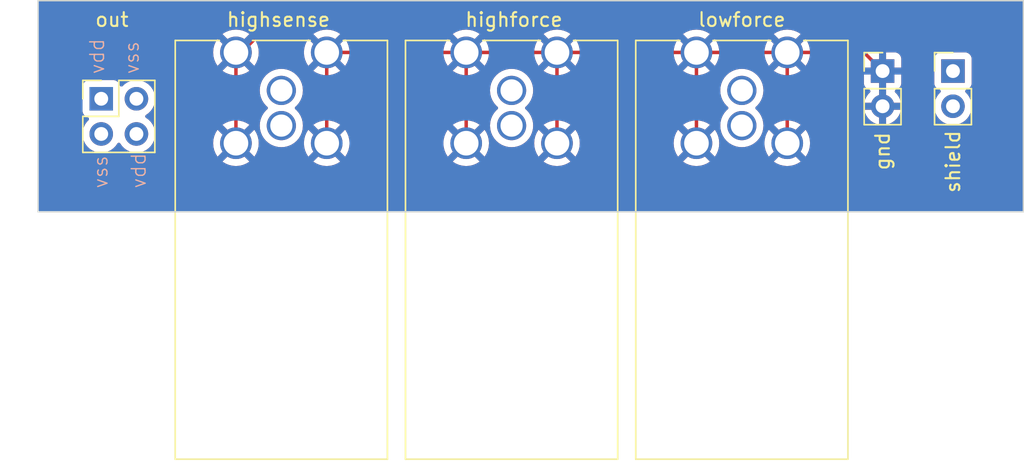
<source format=kicad_pcb>
(kicad_pcb (version 20221018) (generator pcbnew)

  (general
    (thickness 1.6)
  )

  (paper "A4")
  (layers
    (0 "F.Cu" signal)
    (1 "In1.Cu" signal)
    (2 "In2.Cu" signal)
    (3 "In3.Cu" signal)
    (4 "In4.Cu" signal)
    (31 "B.Cu" signal)
    (32 "B.Adhes" user "B.Adhesive")
    (33 "F.Adhes" user "F.Adhesive")
    (34 "B.Paste" user)
    (35 "F.Paste" user)
    (36 "B.SilkS" user "B.Silkscreen")
    (37 "F.SilkS" user "F.Silkscreen")
    (38 "B.Mask" user)
    (39 "F.Mask" user)
    (40 "Dwgs.User" user "User.Drawings")
    (41 "Cmts.User" user "User.Comments")
    (42 "Eco1.User" user "User.Eco1")
    (43 "Eco2.User" user "User.Eco2")
    (44 "Edge.Cuts" user)
    (45 "Margin" user)
    (46 "B.CrtYd" user "B.Courtyard")
    (47 "F.CrtYd" user "F.Courtyard")
    (48 "B.Fab" user)
    (49 "F.Fab" user)
    (50 "User.1" user)
    (51 "User.2" user)
    (52 "User.3" user)
    (53 "User.4" user)
    (54 "User.5" user)
    (55 "User.6" user)
    (56 "User.7" user)
    (57 "User.8" user)
    (58 "User.9" user)
  )

  (setup
    (stackup
      (layer "F.SilkS" (type "Top Silk Screen"))
      (layer "F.Paste" (type "Top Solder Paste"))
      (layer "F.Mask" (type "Top Solder Mask") (thickness 0.01))
      (layer "F.Cu" (type "copper") (thickness 0.035))
      (layer "dielectric 1" (type "prepreg") (thickness 0.1) (material "FR4") (epsilon_r 4.5) (loss_tangent 0.02))
      (layer "In1.Cu" (type "copper") (thickness 0.035))
      (layer "dielectric 2" (type "prepreg") (thickness 0.535) (material "FR4") (epsilon_r 4.5) (loss_tangent 0.02))
      (layer "In2.Cu" (type "copper") (thickness 0.035))
      (layer "dielectric 3" (type "prepreg") (thickness 0.1) (material "FR4") (epsilon_r 4.5) (loss_tangent 0.02))
      (layer "In3.Cu" (type "copper") (thickness 0.035))
      (layer "dielectric 4" (type "core") (thickness 0.535) (material "FR4") (epsilon_r 4.5) (loss_tangent 0.02))
      (layer "In4.Cu" (type "copper") (thickness 0.035))
      (layer "dielectric 5" (type "prepreg") (thickness 0.1) (material "FR4") (epsilon_r 4.5) (loss_tangent 0.02))
      (layer "B.Cu" (type "copper") (thickness 0.035))
      (layer "B.Mask" (type "Bottom Solder Mask") (thickness 0.01))
      (layer "B.Paste" (type "Bottom Solder Paste"))
      (layer "B.SilkS" (type "Bottom Silk Screen"))
      (copper_finish "None")
      (dielectric_constraints no)
    )
    (pad_to_mask_clearance 0)
    (pcbplotparams
      (layerselection 0x00010fc_ffffffff)
      (plot_on_all_layers_selection 0x0000000_00000000)
      (disableapertmacros false)
      (usegerberextensions false)
      (usegerberattributes true)
      (usegerberadvancedattributes true)
      (creategerberjobfile true)
      (dashed_line_dash_ratio 12.000000)
      (dashed_line_gap_ratio 3.000000)
      (svgprecision 4)
      (plotframeref false)
      (viasonmask false)
      (mode 1)
      (useauxorigin false)
      (hpglpennumber 1)
      (hpglpenspeed 20)
      (hpglpendiameter 15.000000)
      (dxfpolygonmode true)
      (dxfimperialunits true)
      (dxfusepcbnewfont true)
      (psnegative false)
      (psa4output false)
      (plotreference true)
      (plotvalue true)
      (plotinvisibletext false)
      (sketchpadsonfab false)
      (subtractmaskfromsilk false)
      (outputformat 1)
      (mirror false)
      (drillshape 1)
      (scaleselection 1)
      (outputdirectory "")
    )
  )

  (net 0 "")
  (net 1 "GND")
  (net 2 "/vdd")
  (net 3 "/shield")
  (net 4 "/vss")

  (footprint "Connector_PinHeader_2.54mm:PinHeader_1x02_P2.54mm_Vertical" (layer "F.Cu") (at 86.36 60.96))

  (footprint "Connector_PinHeader_2.54mm:PinHeader_2x02_P2.54mm_Vertical" (layer "F.Cu") (at 29.96 62.96))

  (footprint "Connector_PinHeader_2.54mm:PinHeader_1x02_P2.54mm_Vertical" (layer "F.Cu") (at 91.44 60.96))

  (footprint "TriaxialConn:CBBJR79A" (layer "F.Cu") (at 42.9596 62.357))

  (footprint "TriaxialConn:CBBJR79A" (layer "F.Cu") (at 76.2 62.357))

  (footprint "TriaxialConn:CBBJR79A" (layer "F.Cu") (at 59.5798 62.357))

  (gr_rect (start 25.4 55.88) (end 96.52 71.12)
    (stroke (width 0.1) (type default)) (fill none) (layer "Edge.Cuts") (tstamp 740ba15b-13f6-4950-ab99-a8051e6e6b8a))
  (gr_text "vdd" (at 33.25 69.5 90) (layer "B.SilkS") (tstamp 76bbb503-6aeb-4694-9b1c-7d410af9c8ff)
    (effects (font (size 1 1) (thickness 0.1)) (justify left bottom))
  )
  (gr_text "vdd" (at 30.25 61.25 90) (layer "B.SilkS") (tstamp 9b127f27-fdf6-411d-8363-4f38393641f3)
    (effects (font (size 1 1) (thickness 0.1)) (justify left bottom))
  )
  (gr_text "vss\n" (at 32.75 61.25 90) (layer "B.SilkS") (tstamp a025978d-e713-4ec0-a284-9019b2887a23)
    (effects (font (size 1 1) (thickness 0.1)) (justify left bottom))
  )
  (gr_text "vss\n" (at 30.5 69.5 90) (layer "B.SilkS") (tstamp bd45d96e-dea1-422b-9718-80202ec54787)
    (effects (font (size 1 1) (thickness 0.1)) (justify left bottom))
  )

  (segment (start 57.4462 67.31) (end 56.3032 66.167) (width 0.25) (layer "F.Cu") (net 1) (tstamp 0b05122e-18ef-42be-9f11-7d28b068ac48))
  (segment (start 39.683 59.6138) (end 39.683 60.003) (width 0.25) (layer "F.Cu") (net 1) (tstamp 15c66a2b-8812-48a8-8d11-8da873557a3f))
  (segment (start 39.683 60.003) (end 41.266 58.42) (width 0.25) (layer "F.Cu") (net 1) (tstamp 26f47125-8659-4314-8b03-23337f599f99))
  (segment (start 45.0424 58.42) (end 46.2362 59.6138) (width 0.25) (layer "F.Cu") (net 1) (tstamp 279e1a5f-9c66-4946-ad32-80f4c5ebaba2))
  (segment (start 72.9234 66.167) (end 72.9234 59.6138) (width 0.25) (layer "F.Cu") (net 1) (tstamp 2edebac7-73ef-44e4-89d1-20765ac58dce))
  (segment (start 46.2362 59.6138) (end 56.3032 59.6138) (width 0.25) (layer "F.Cu") (net 1) (tstamp 30022e6a-54eb-4ca5-9763-6924a5540d7b))
  (segment (start 79.4766 59.6138) (end 85.0138 59.6138) (width 0.25) (layer "F.Cu") (net 1) (tstamp 4b99c468-e8ee-4bac-8e37-6b3c6ef5d8a8))
  (segment (start 62.8564 59.6138) (end 72.9234 59.6138) (width 0.25) (layer "F.Cu") (net 1) (tstamp 51a60446-5165-4c34-b436-0145ec0810b7))
  (segment (start 85.0138 59.6138) (end 86.36 60.96) (width 0.25) (layer "F.Cu") (net 1) (tstamp 5215e74e-0329-4feb-ad36-caa72ece31fa))
  (segment (start 79.4766 59.6138) (end 79.4766 66.167) (width 0.25) (layer "F.Cu") (net 1) (tstamp 5a722dcb-2108-43a2-a6ca-ad59ce2d4412))
  (segment (start 40.826 67.31) (end 39.683 66.167) (width 0.25) (layer "F.Cu") (net 1) (tstamp 64810f0c-d16a-4d7c-a7c6-8ed7d2e10552))
  (segment (start 46.2362 61.4762) (end 46.2362 66.167) (width 0.25) (layer "F.Cu") (net 1) (tstamp 6a7df8c2-7d2a-483e-8198-327518da072f))
  (segment (start 62.8564 66.167) (end 61.7134 67.31) (width 0.25) (layer "F.Cu") (net 1) (tstamp 7d7580b3-6b27-44ea-bcd2-49b3091b8c77))
  (segment (start 41.266 58.42) (end 45.0424 58.42) (width 0.25) (layer "F.Cu") (net 1) (tstamp 8ac71e2b-ffe5-4d3a-9a92-8bdf1563c58a))
  (segment (start 74.0664 67.31) (end 72.9234 66.167) (width 0.25) (layer "F.Cu") (net 1) (tstamp 90149c69-8cab-4310-b6f0-d3bab7c2b849))
  (segment (start 56.3032 59.6138) (end 56.3032 66.167) (width 0.25) (layer "F.Cu") (net 1) (tstamp 918fd498-8ec5-4a97-9ae7-91bd6c5fec38))
  (segment (start 79.4766 66.167) (end 78.3336 67.31) (width 0.25) (layer "F.Cu") (net 1) (tstamp 9aa0a63c-5c6e-4776-8034-77691d7001ea))
  (segment (start 46.2362 66.167) (end 45.0932 67.31) (width 0.25) (layer "F.Cu") (net 1) (tstamp 9aed78d9-e0f3-4c94-bd54-56c435e21f0a))
  (segment (start 61.7134 67.31) (end 57.4462 67.31) (width 0.25) (layer "F.Cu") (net 1) (tstamp a05a5972-cba0-45e0-8e97-349b3dcb1ea7))
  (segment (start 78.3336 67.31) (end 74.0664 67.31) (width 0.25) (layer "F.Cu") (net 1) (tstamp b009624d-8da9-481a-9cf7-fb61bfc5a333))
  (segment (start 62.8564 59.6138) (end 62.8564 66.167) (width 0.25) (layer "F.Cu") (net 1) (tstamp b711d500-e322-40e9-97a7-c0db3230eeff))
  (segment (start 45.0932 67.31) (end 40.826 67.31) (width 0.25) (layer "F.Cu") (net 1) (tstamp bcfa8933-4acd-4441-9776-53c3e530263c))
  (segment (start 46.2362 59.6138) (end 46.2362 61.4762) (width 0.25) (layer "F.Cu") (net 1) (tstamp d35ec366-18bf-4f54-89d4-c377e756a844))
  (segment (start 39.683 66.167) (end 39.683 59.6138) (width 0.25) (layer "F.Cu") (net 1) (tstamp e11b23ff-20bc-4218-b412-e81f30f4a60d))
  (segment (start 72.9234 59.6138) (end 79.4766 59.6138) (width 0.25) (layer "F.Cu") (net 1) (tstamp e5a9437b-209f-48be-88e8-f6f3d2b1351f))
  (segment (start 56.3032 59.6138) (end 62.8564 59.6138) (width 0.25) (layer "F.Cu") (net 1) (tstamp fd3a7807-d42f-4d99-b9c4-33a78474e5c3))
  (segment (start 86.36 63.5) (end 86.36 60.96) (width 0.25) (layer "B.Cu") (net 1) (tstamp 1201e494-07d6-4bd6-a145-4e33911cb200))
  (segment (start 82.1436 63.5) (end 79.4766 66.167) (width 0.25) (layer "B.Cu") (net 1) (tstamp 3cb6fde8-eb0d-4547-aea0-9ac1b0f47108))
  (segment (start 86.36 63.5) (end 82.1436 63.5) (width 0.25) (layer "B.Cu") (net 1) (tstamp c866a2e9-37a3-4d2a-92bf-fd290d8356c6))
  (segment (start 33.6692 57.7708) (end 30.48 60.96) (width 1) (layer "In2.Cu") (net 2) (tstamp 1ad44920-3ebe-46e1-a618-93b51b7029ee))
  (segment (start 60.3108 57.7708) (end 33.6692 57.7708) (width 1) (layer "In2.Cu") (net 2) (tstamp 2ac05f80-f138-45a7-a11e-986ea8ff6828))
  (segment (start 60.96 60.9768) (end 60.96 58.42) (width 1) (layer "In2.Cu") (net 2) (tstamp 5f83a734-b540-4c83-9861-b3bad07a46fd))
  (segment (start 60.96 58.42) (end 60.3108 57.7708) (width 1) (layer "In2.Cu") (net 2) (tstamp 740c6da0-9e82-482c-a927-4af3111b89e8))
  (segment (start 41.8166 63.5) (end 42.9596 62.357) (width 1) (layer "In2.Cu") (net 2) (tstamp 76e1598f-569f-41e7-a096-a90f08663bc8))
  (segment (start 59.5798 62.357) (end 60.96 60.9768) (width 1) (layer "In2.Cu") (net 2) (tstamp 9627ac8f-67bc-4328-8a5c-03a31b2c61d3))
  (segment (start 33.02 63.5) (end 41.8166 63.5) (width 1) (layer "In2.Cu") (net 2) (tstamp c68dd793-cbb1-4674-b6c3-a0449ee39d4c))
  (segment (start 30.48 60.96) (end 33.02 63.5) (width 1) (layer "In2.Cu") (net 2) (tstamp ece4e072-0188-4180-8462-e140e6130441))
  (segment (start 42.9596 66.387722) (end 42.9596 64.897) (width 0.25) (layer "In1.Cu") (net 3) (tstamp 12e36520-0f6d-4300-be78-13f97ff0a4a0))
  (segment (start 59.5798 64.897) (end 59.5798 66.387722) (width 0.25) (layer "In1.Cu") (net 3) (tstamp 4a2dbc1b-04b4-43b8-b875-6f0a8ab2c1c5))
  (segment (start 45.026878 68.455) (end 42.9596 66.387722) (width 0.25) (layer "In1.Cu") (net 3) (tstamp 6c693b5a-5400-491d-aaf6-688b3c727d43))
  (segment (start 57.512522 68.455) (end 45.026878 68.455) (width 0.25) (layer "In1.Cu") (net 3) (tstamp 8085e41b-8c24-467a-8bcb-074abc48f549))
  (segment (start 59.5798 66.387722) (end 57.512522 68.455) (width 0.25) (layer "In1.Cu") (net 3) (tstamp 9221eb51-4b6b-4dcc-842f-a069fa99889e))
  (segment (start 91.44 63.5) (end 86.485 68.455) (width 0.25) (layer "In4.Cu") (net 3) (tstamp 07cdd1c6-94cc-4dda-8477-2cd8066753f7))
  (segment (start 86.485 68.455) (end 63.068334 68.455) (width 0.25) (layer "In4.Cu") (net 3) (tstamp 19b2b101-7b4f-497d-8bf1-0c95e0d050cf))
  (segment (start 63.068334 68.455) (end 59.5798 64.966466) (width 0.25) (layer "In4.Cu") (net 3) (tstamp 38bc4d0e-153a-4db1-8f90-a094f705fbfd))
  (segment (start 91.44 60.96) (end 91.44 63.5) (width 0.25) (layer "In4.Cu") (net 3) (tstamp c178938c-cce0-42ae-bbcb-22222fa112a2))
  (segment (start 59.5798 64.966466) (end 59.5798 64.897) (width 0.25) (layer "In4.Cu") (net 3) (tstamp c1a60ff7-86bf-43af-b5fb-cebf66335150))
  (segment (start 76.2 66.387722) (end 74.577722 68.01) (width 1) (layer "In3.Cu") (net 4) (tstamp 00caab87-ed19-4fda-966d-5f4dbef17038))
  (segment (start 30.48 63.5) (end 29.92 63.5) (width 1) (layer "In3.Cu") (net 4) (tstamp 04e42c9a-dbca-4e6b-ab6d-e06bcfe0dafb))
  (segment (start 76.2 64.897) (end 76.2 66.387722) (width 1) (layer "In3.Cu") (net 4) (tstamp 2014febb-b9e5-4193-b31b-f9c649070763))
  (segment (start 28.93 59.41) (end 33.02 59.41) (width 1) (layer "In3.Cu") (net 4) (tstamp 282fb5a1-dd0e-4ebd-aaf9-078290dd464e))
  (segment (start 33.02 60.96) (end 33.02 58.42) (width 1) (layer "In3.Cu") (net 4) (tstamp 3fd24aaf-9262-49b9-918d-618e2cef607d))
  (segment (start 33.02 59.41) (end 33.02 60.96) (width 1) (layer "In3.Cu") (net 4) (tstamp 40c10c59-18db-4aab-90b8-72f73be8b192))
  (segment (start 72.517 62.357) (end 76.2 62.357) (width 1) (layer "In3.Cu") (net 4) (tstamp 4e239c38-6302-44b3-b702-9d1834454d94))
  (segment (start 74.577722 68.01) (end 34.99 68.01) (width 1) (layer "In3.Cu") (net 4) (tstamp 51ad77f7-511b-456f-a644-190584959d4b))
  (segment (start 67.9308 57.7708) (end 72.517 62.357) (width 1) (layer "In3.Cu") (net 4) (tstamp 6880625f-c378-4549-a24a-1e7a9709308b))
  (segment (start 33.02 58.42) (end 33.6692 57.7708) (width 1) (layer "In3.Cu") (net 4) (tstamp 873f9df1-3ed8-4fae-8357-60ca21cab4b8))
  (segment (start 34.99 68.01) (end 30.48 63.5) (width 1) (layer "In3.Cu") (net 4) (tstamp 8d7c158d-faaa-46c7-9b39-75130712202f))
  (segment (start 33.6692 57.7708) (end 67.9308 57.7708) (width 1) (layer "In3.Cu") (net 4) (tstamp e04c200b-eda2-4d3a-acc2-8e2fd90b0e00))
  (segment (start 28.93 62.51) (end 28.93 59.41) (width 1) (layer "In3.Cu") (net 4) (tstamp e944d158-b296-45c7-90aa-7d0fb7178df6))
  (segment (start 29.92 63.5) (end 28.93 62.51) (width 1) (layer "In3.Cu") (net 4) (tstamp f7dc4b58-f249-437e-9d96-d9cb856bb57e))

  (zone (net 1) (net_name "GND") (layer "F.Cu") (tstamp 5a04bf73-f937-438b-a9bf-2ab7b36c3350) (hatch edge 0.5)
    (connect_pads (clearance 0.5))
    (min_thickness 0.25) (filled_areas_thickness no)
    (fill yes (thermal_gap 0.5) (thermal_bridge_width 0.5))
    (polygon
      (pts
        (xy 25.4 55.88)
        (xy 96.52 55.88)
        (xy 96.52 71.12)
        (xy 25.4 71.12)
      )
    )
    (filled_polygon
      (layer "F.Cu")
      (pts
        (xy 96.4575 55.897113)
        (xy 96.502887 55.9425)
        (xy 96.5195 56.0045)
        (xy 96.5195 70.9955)
        (xy 96.502887 71.0575)
        (xy 96.4575 71.102887)
        (xy 96.3955 71.1195)
        (xy 25.5245 71.1195)
        (xy 25.4625 71.102887)
        (xy 25.417113 71.0575)
        (xy 25.4005 70.9955)
        (xy 25.4005 67.495017)
        (xy 38.713775 67.495017)
        (xy 38.719428 67.503478)
        (xy 38.930628 67.632901)
        (xy 38.939291 67.637315)
        (xy 39.169214 67.732552)
        (xy 39.178451 67.735554)
        (xy 39.420449 67.793652)
        (xy 39.430035 67.79517)
        (xy 39.678146 67.814698)
        (xy 39.687854 67.814698)
        (xy 39.935964 67.79517)
        (xy 39.94555 67.793652)
        (xy 40.187548 67.735554)
        (xy 40.196785 67.732552)
        (xy 40.426708 67.637315)
        (xy 40.435371 67.632901)
        (xy 40.64657 67.503478)
        (xy 40.652223 67.495017)
        (xy 45.266975 67.495017)
        (xy 45.272628 67.503478)
        (xy 45.483828 67.632901)
        (xy 45.492491 67.637315)
        (xy 45.722414 67.732552)
        (xy 45.731651 67.735554)
        (xy 45.973649 67.793652)
        (xy 45.983235 67.79517)
        (xy 46.231346 67.814698)
        (xy 46.241054 67.814698)
        (xy 46.489164 67.79517)
        (xy 46.49875 67.793652)
        (xy 46.740748 67.735554)
        (xy 46.749985 67.732552)
        (xy 46.979908 67.637315)
        (xy 46.988571 67.632901)
        (xy 47.19977 67.503478)
        (xy 47.205423 67.495017)
        (xy 55.333975 67.495017)
        (xy 55.339628 67.503478)
        (xy 55.550828 67.632901)
        (xy 55.559491 67.637315)
        (xy 55.789414 67.732552)
        (xy 55.798651 67.735554)
        (xy 56.040649 67.793652)
        (xy 56.050235 67.79517)
        (xy 56.298346 67.814698)
        (xy 56.308054 67.814698)
        (xy 56.556164 67.79517)
        (xy 56.56575 67.793652)
        (xy 56.807748 67.735554)
        (xy 56.816985 67.732552)
        (xy 57.046908 67.637315)
        (xy 57.055571 67.632901)
        (xy 57.26677 67.503478)
        (xy 57.272423 67.495017)
        (xy 61.887175 67.495017)
        (xy 61.892828 67.503478)
        (xy 62.104028 67.632901)
        (xy 62.112691 67.637315)
        (xy 62.342614 67.732552)
        (xy 62.351851 67.735554)
        (xy 62.593849 67.793652)
        (xy 62.603435 67.79517)
        (xy 62.851546 67.814698)
        (xy 62.861254 67.814698)
        (xy 63.109364 67.79517)
        (xy 63.11895 67.793652)
        (xy 63.360948 67.735554)
        (xy 63.370185 67.732552)
        (xy 63.600108 67.637315)
        (xy 63.608771 67.632901)
        (xy 63.81997 67.503478)
        (xy 63.825623 67.495017)
        (xy 71.954175 67.495017)
        (xy 71.959828 67.503478)
        (xy 72.171028 67.632901)
        (xy 72.179691 67.637315)
        (xy 72.409614 67.732552)
        (xy 72.418851 67.735554)
        (xy 72.660849 67.793652)
        (xy 72.670435 67.79517)
        (xy 72.918546 67.814698)
        (xy 72.928254 67.814698)
        (xy 73.176364 67.79517)
        (xy 73.18595 67.793652)
        (xy 73.427948 67.735554)
        (xy 73.437185 67.732552)
        (xy 73.667108 67.637315)
        (xy 73.675771 67.632901)
        (xy 73.88697 67.503478)
        (xy 73.892623 67.495017)
        (xy 78.507375 67.495017)
        (xy 78.513028 67.503478)
        (xy 78.724228 67.632901)
        (xy 78.732891 67.637315)
        (xy 78.962814 67.732552)
        (xy 78.972051 67.735554)
        (xy 79.214049 67.793652)
        (xy 79.223635 67.79517)
        (xy 79.471746 67.814698)
        (xy 79.481454 67.814698)
        (xy 79.729564 67.79517)
        (xy 79.73915 67.793652)
        (xy 79.981148 67.735554)
        (xy 79.990385 67.732552)
        (xy 80.220308 67.637315)
        (xy 80.228971 67.632901)
        (xy 80.44017 67.503478)
        (xy 80.445823 67.495017)
        (xy 80.439152 67.483105)
        (xy 79.488142 66.532095)
        (xy 79.4766 66.525431)
        (xy 79.465057 66.532095)
        (xy 78.514048 67.483103)
        (xy 78.507375 67.495017)
        (xy 73.892623 67.495017)
        (xy 73.885952 67.483105)
        (xy 72.934942 66.532095)
        (xy 72.9234 66.525431)
        (xy 72.911857 66.532095)
        (xy 71.960848 67.483103)
        (xy 71.954175 67.495017)
        (xy 63.825623 67.495017)
        (xy 63.818952 67.483105)
        (xy 62.867942 66.532095)
        (xy 62.8564 66.525431)
        (xy 62.844857 66.532095)
        (xy 61.893848 67.483103)
        (xy 61.887175 67.495017)
        (xy 57.272423 67.495017)
        (xy 57.265752 67.483105)
        (xy 56.314742 66.532095)
        (xy 56.3032 66.525431)
        (xy 56.291657 66.532095)
        (xy 55.340648 67.483103)
        (xy 55.333975 67.495017)
        (xy 47.205423 67.495017)
        (xy 47.198752 67.483105)
        (xy 46.247742 66.532095)
        (xy 46.2362 66.525431)
        (xy 46.224657 66.532095)
        (xy 45.273648 67.483103)
        (xy 45.266975 67.495017)
        (xy 40.652223 67.495017)
        (xy 40.645552 67.483105)
        (xy 39.694542 66.532095)
        (xy 39.683 66.525431)
        (xy 39.671457 66.532095)
        (xy 38.720448 67.483103)
        (xy 38.713775 67.495017)
        (xy 25.4005 67.495017)
        (xy 25.4005 65.5)
        (xy 28.604341 65.5)
        (xy 28.604813 65.505395)
        (xy 28.613129 65.600451)
        (xy 28.624937 65.735408)
        (xy 28.626336 65.74063)
        (xy 28.626337 65.740634)
        (xy 28.684694 65.95843)
        (xy 28.684697 65.958438)
        (xy 28.686097 65.963663)
        (xy 28.688385 65.96857)
        (xy 28.688386 65.968572)
        (xy 28.783678 66.172927)
        (xy 28.783681 66.172933)
        (xy 28.785965 66.17783)
        (xy 28.789064 66.182257)
        (xy 28.789066 66.182259)
        (xy 28.918399 66.366966)
        (xy 28.918402 66.36697)
        (xy 28.921505 66.371401)
        (xy 29.088599 66.538495)
        (xy 29.28217 66.674035)
        (xy 29.496337 66.773903)
        (xy 29.724592 66.835063)
        (xy 29.96 66.855659)
        (xy 30.195408 66.835063)
        (xy 30.423663 66.773903)
        (xy 30.63783 66.674035)
        (xy 30.831401 66.538495)
        (xy 30.998495 66.371401)
        (xy 31.128426 66.185839)
        (xy 31.172742 66.146976)
        (xy 31.229999 66.132965)
        (xy 31.287256 66.146976)
        (xy 31.331574 66.185841)
        (xy 31.458399 66.366966)
        (xy 31.458402 66.36697)
        (xy 31.461505 66.371401)
        (xy 31.628599 66.538495)
        (xy 31.82217 66.674035)
        (xy 32.036337 66.773903)
        (xy 32.264592 66.835063)
        (xy 32.5 66.855659)
        (xy 32.735408 66.835063)
        (xy 32.963663 66.773903)
        (xy 33.17783 66.674035)
        (xy 33.371401 66.538495)
        (xy 33.538495 66.371401)
        (xy 33.674035 66.17783)
        (xy 33.676822 66.171854)
        (xy 38.035302 66.171854)
        (xy 38.054829 66.419964)
        (xy 38.056347 66.42955)
        (xy 38.114445 66.671548)
        (xy 38.117447 66.680785)
        (xy 38.212684 66.910708)
        (xy 38.217098 66.919371)
        (xy 38.34652 67.130569)
        (xy 38.354981 67.136222)
        (xy 38.366895 67.12955)
        (xy 39.317904 66.178542)
        (xy 39.324568 66.167)
        (xy 40.041431 66.167)
        (xy 40.048095 66.178542)
        (xy 40.999105 67.129552)
        (xy 41.011017 67.136223)
        (xy 41.019478 67.13057)
        (xy 41.148901 66.919371)
        (xy 41.153315 66.910708)
        (xy 41.248552 66.680785)
        (xy 41.251554 66.671548)
        (xy 41.309652 66.42955)
        (xy 41.31117 66.419964)
        (xy 41.330698 66.171854)
        (xy 41.330698 66.162146)
        (xy 41.31117 65.914035)
        (xy 41.309652 65.904449)
        (xy 41.251554 65.662451)
        (xy 41.248552 65.653214)
        (xy 41.153315 65.423291)
        (xy 41.148901 65.414628)
        (xy 41.019478 65.203428)
        (xy 41.011017 65.197775)
        (xy 40.999103 65.204448)
        (xy 40.048095 66.155457)
        (xy 40.041431 66.167)
        (xy 39.324568 66.167)
        (xy 39.317904 66.155457)
        (xy 38.366896 65.204449)
        (xy 38.354981 65.197777)
        (xy 38.346519 65.203432)
        (xy 38.217098 65.414628)
        (xy 38.212684 65.423291)
        (xy 38.117447 65.653214)
        (xy 38.114445 65.662451)
        (xy 38.056347 65.904449)
        (xy 38.054829 65.914035)
        (xy 38.035302 66.162146)
        (xy 38.035302 66.171854)
        (xy 33.676822 66.171854)
        (xy 33.773903 65.963663)
        (xy 33.835063 65.735408)
        (xy 33.855659 65.5)
        (xy 33.835063 65.264592)
        (xy 33.773903 65.036337)
        (xy 33.681874 64.838981)
        (xy 38.713777 64.838981)
        (xy 38.720449 64.850896)
        (xy 39.671457 65.801904)
        (xy 39.683 65.808568)
        (xy 39.694542 65.801904)
        (xy 40.599445 64.897)
        (xy 41.400193 64.897)
        (xy 41.419392 65.140945)
        (xy 41.420527 65.145674)
        (xy 41.420528 65.145678)
        (xy 41.475378 65.374146)
        (xy 41.47538 65.374154)
        (xy 41.476516 65.378883)
        (xy 41.570158 65.604956)
        (xy 41.572705 65.609113)
        (xy 41.572706 65.609114)
        (xy 41.695466 65.809441)
        (xy 41.695471 65.809448)
        (xy 41.698013 65.813596)
        (xy 41.701173 65.817295)
        (xy 41.701176 65.8173)
        (xy 41.830375 65.968572)
        (xy 41.856933 65.999667)
        (xy 41.860633 66.002827)
        (xy 42.013004 66.132965)
        (xy 42.043004 66.158587)
        (xy 42.047154 66.16113)
        (xy 42.047158 66.161133)
        (xy 42.081633 66.182259)
        (xy 42.251644 66.286442)
        (xy 42.477717 66.380084)
        (xy 42.715655 66.437208)
        (xy 42.9596 66.456407)
        (xy 43.203545 66.437208)
        (xy 43.441483 66.380084)
        (xy 43.667556 66.286442)
        (xy 43.854546 66.171854)
        (xy 44.588502 66.171854)
        (xy 44.608029 66.419964)
        (xy 44.609547 66.42955)
        (xy 44.667645 66.671548)
        (xy 44.670647 66.680785)
        (xy 44.765884 66.910708)
        (xy 44.770298 66.919371)
        (xy 44.89972 67.130569)
        (xy 44.908181 67.136222)
        (xy 44.920095 67.12955)
        (xy 45.871104 66.178542)
        (xy 45.877768 66.167)
        (xy 46.594631 66.167)
        (xy 46.601295 66.178542)
        (xy 47.552305 67.129552)
        (xy 47.564217 67.136223)
        (xy 47.572678 67.13057)
        (xy 47.702101 66.919371)
        (xy 47.706515 66.910708)
        (xy 47.801752 66.680785)
        (xy 47.804754 66.671548)
        (xy 47.862852 66.42955)
        (xy 47.86437 66.419964)
        (xy 47.883898 66.171854)
        (xy 54.655502 66.171854)
        (xy 54.675029 66.419964)
        (xy 54.676547 66.42955)
        (xy 54.734645 66.671548)
        (xy 54.737647 66.680785)
        (xy 54.832884 66.910708)
        (xy 54.837298 66.919371)
        (xy 54.96672 67.130569)
        (xy 54.975181 67.136222)
        (xy 54.987095 67.12955)
        (xy 55.938104 66.178542)
        (xy 55.944768 66.167)
        (xy 56.661631 66.167)
        (xy 56.668295 66.178542)
        (xy 57.619305 67.129552)
        (xy 57.631217 67.136223)
        (xy 57.639678 67.13057)
        (xy 57.769101 66.919371)
        (xy 57.773515 66.910708)
        (xy 57.868752 66.680785)
        (xy 57.871754 66.671548)
        (xy 57.929852 66.42955)
        (xy 57.93137 66.419964)
        (xy 57.950898 66.171854)
        (xy 57.950898 66.162146)
        (xy 57.93137 65.914035)
        (xy 57.929852 65.904449)
        (xy 57.871754 65.662451)
        (xy 57.868752 65.653214)
        (xy 57.773515 65.423291)
        (xy 57.769101 65.414628)
        (xy 57.639678 65.203428)
        (xy 57.631217 65.197775)
        (xy 57.619303 65.204448)
        (xy 56.668295 66.155457)
        (xy 56.661631 66.167)
        (xy 55.944768 66.167)
        (xy 55.938104 66.155457)
        (xy 54.987096 65.204449)
        (xy 54.975181 65.197777)
        (xy 54.966719 65.203432)
        (xy 54.837298 65.414628)
        (xy 54.832884 65.423291)
        (xy 54.737647 65.653214)
        (xy 54.734645 65.662451)
        (xy 54.676547 65.904449)
        (xy 54.675029 65.914035)
        (xy 54.655502 66.162146)
        (xy 54.655502 66.171854)
        (xy 47.883898 66.171854)
        (xy 47.883898 66.162146)
        (xy 47.86437 65.914035)
        (xy 47.862852 65.904449)
        (xy 47.804754 65.662451)
        (xy 47.801752 65.653214)
        (xy 47.706515 65.423291)
        (xy 47.702101 65.414628)
        (xy 47.572678 65.203428)
        (xy 47.564217 65.197775)
        (xy 47.552303 65.204448)
        (xy 46.601295 66.155457)
        (xy 46.594631 66.167)
        (xy 45.877768 66.167)
        (xy 45.871104 66.155457)
        (xy 44.920096 65.204449)
        (xy 44.908181 65.197777)
        (xy 44.899719 65.203432)
        (xy 44.770298 65.414628)
        (xy 44.765884 65.423291)
        (xy 44.670647 65.653214)
        (xy 44.667645 65.662451)
        (xy 44.609547 65.904449)
        (xy 44.608029 65.914035)
        (xy 44.588502 66.162146)
        (xy 44.588502 66.171854)
        (xy 43.854546 66.171854)
        (xy 43.876196 66.158587)
        (xy 44.062267 65.999667)
        (xy 44.221187 65.813596)
        (xy 44.349042 65.604956)
        (xy 44.442684 65.378883)
        (xy 44.499808 65.140945)
        (xy 44.519007 64.897)
        (xy 44.514441 64.838981)
        (xy 45.266977 64.838981)
        (xy 45.273649 64.850896)
        (xy 46.224657 65.801904)
        (xy 46.2362 65.808568)
        (xy 46.247742 65.801904)
        (xy 47.19875 64.850895)
        (xy 47.205422 64.838981)
        (xy 55.333977 64.838981)
        (xy 55.340649 64.850896)
        (xy 56.291657 65.801904)
        (xy 56.3032 65.808568)
        (xy 56.314742 65.801904)
        (xy 57.219645 64.897)
        (xy 58.020393 64.897)
        (xy 58.039592 65.140945)
        (xy 58.040727 65.145674)
        (xy 58.040728 65.145678)
        (xy 58.095578 65.374146)
        (xy 58.09558 65.374154)
        (xy 58.096716 65.378883)
        (xy 58.190358 65.604956)
        (xy 58.192905 65.609113)
        (xy 58.192906 65.609114)
        (xy 58.315666 65.809441)
        (xy 58.315671 65.809448)
        (xy 58.318213 65.813596)
        (xy 58.321373 65.817295)
        (xy 58.321376 65.8173)
        (xy 58.450575 65.968572)
        (xy 58.477133 65.999667)
        (xy 58.480833 66.002827)
        (xy 58.633204 66.132965)
        (xy 58.663204 66.158587)
        (xy 58.667354 66.16113)
        (xy 58.667358 66.161133)
        (xy 58.701833 66.182259)
        (xy 58.871844 66.286442)
        (xy 59.097917 66.380084)
        (xy 59.335855 66.437208)
        (xy 59.5798 66.456407)
        (xy 59.823745 66.437208)
        (xy 60.061683 66.380084)
        (xy 60.287756 66.286442)
        (xy 60.474746 66.171854)
        (xy 61.208702 66.171854)
        (xy 61.228229 66.419964)
        (xy 61.229747 66.42955)
        (xy 61.287845 66.671548)
        (xy 61.290847 66.680785)
        (xy 61.386084 66.910708)
        (xy 61.390498 66.919371)
        (xy 61.51992 67.130569)
        (xy 61.528381 67.136222)
        (xy 61.540295 67.12955)
        (xy 62.491304 66.178542)
        (xy 62.497968 66.167)
        (xy 63.214831 66.167)
        (xy 63.221495 66.178542)
        (xy 64.172505 67.129552)
        (xy 64.184417 67.136223)
        (xy 64.192878 67.13057)
        (xy 64.322301 66.919371)
        (xy 64.326715 66.910708)
        (xy 64.421952 66.680785)
        (xy 64.424954 66.671548)
        (xy 64.483052 66.42955)
        (xy 64.48457 66.419964)
        (xy 64.504098 66.171854)
        (xy 71.275702 66.171854)
        (xy 71.295229 66.419964)
        (xy 71.296747 66.42955)
        (xy 71.354845 66.671548)
        (xy 71.357847 66.680785)
        (xy 71.453084 66.910708)
        (xy 71.457498 66.919371)
        (xy 71.58692 67.130569)
        (xy 71.595381 67.136222)
        (xy 71.607295 67.12955)
        (xy 72.558304 66.178542)
        (xy 72.564968 66.167)
        (xy 73.281831 66.167)
        (xy 73.288495 66.178542)
        (xy 74.239505 67.129552)
        (xy 74.251417 67.136223)
        (xy 74.259878 67.13057)
        (xy 74.389301 66.919371)
        (xy 74.393715 66.910708)
        (xy 74.488952 66.680785)
        (xy 74.491954 66.671548)
        (xy 74.550052 66.42955)
        (xy 74.55157 66.419964)
        (xy 74.571098 66.171854)
        (xy 74.571098 66.162146)
        (xy 74.55157 65.914035)
        (xy 74.550052 65.904449)
        (xy 74.491954 65.662451)
        (xy 74.488952 65.653214)
        (xy 74.393715 65.423291)
        (xy 74.389301 65.414628)
        (xy 74.259878 65.203428)
        (xy 74.251417 65.197775)
        (xy 74.239503 65.204448)
        (xy 73.288495 66.155457)
        (xy 73.281831 66.167)
        (xy 72.564968 66.167)
        (xy 72.558304 66.155457)
        (xy 71.607296 65.204449)
        (xy 71.595381 65.197777)
        (xy 71.586919 65.203432)
        (xy 71.457498 65.414628)
        (xy 71.453084 65.423291)
        (xy 71.357847 65.653214)
        (xy 71.354845 65.662451)
        (xy 71.296747 65.904449)
        (xy 71.295229 65.914035)
        (xy 71.275702 66.162146)
        (xy 71.275702 66.171854)
        (xy 64.504098 66.171854)
        (xy 64.504098 66.162146)
        (xy 64.48457 65.914035)
        (xy 64.483052 65.904449)
        (xy 64.424954 65.662451)
        (xy 64.421952 65.653214)
        (xy 64.326715 65.423291)
        (xy 64.322301 65.414628)
        (xy 64.192878 65.203428)
        (xy 64.184417 65.197775)
        (xy 64.172503 65.204448)
        (xy 63.221495 66.155457)
        (xy 63.214831 66.167)
        (xy 62.497968 66.167)
        (xy 62.491304 66.155457)
        (xy 61.540296 65.204449)
        (xy 61.528381 65.197777)
        (xy 61.519919 65.203432)
        (xy 61.390498 65.414628)
        (xy 61.386084 65.423291)
        (xy 61.290847 65.653214)
        (xy 61.287845 65.662451)
        (xy 61.229747 65.904449)
        (xy 61.228229 65.914035)
        (xy 61.208702 66.162146)
        (xy 61.208702 66.171854)
        (xy 60.474746 66.171854)
        (xy 60.496396 66.158587)
        (xy 60.682467 65.999667)
        (xy 60.841387 65.813596)
        (xy 60.969242 65.604956)
        (xy 61.062884 65.378883)
        (xy 61.120008 65.140945)
        (xy 61.139207 64.897)
        (xy 61.134641 64.838981)
        (xy 61.887177 64.838981)
        (xy 61.893849 64.850896)
        (xy 62.844857 65.801904)
        (xy 62.8564 65.808568)
        (xy 62.867942 65.801904)
        (xy 63.81895 64.850895)
        (xy 63.825622 64.838981)
        (xy 71.954177 64.838981)
        (xy 71.960849 64.850896)
        (xy 72.911857 65.801904)
        (xy 72.9234 65.808568)
        (xy 72.934942 65.801904)
        (xy 73.839845 64.897)
        (xy 74.640593 64.897)
        (xy 74.659792 65.140945)
        (xy 74.660927 65.145674)
        (xy 74.660928 65.145678)
        (xy 74.715778 65.374146)
        (xy 74.71578 65.374154)
        (xy 74.716916 65.378883)
        (xy 74.810558 65.604956)
        (xy 74.813105 65.609113)
        (xy 74.813106 65.609114)
        (xy 74.935866 65.809441)
        (xy 74.935871 65.809448)
        (xy 74.938413 65.813596)
        (xy 74.941573 65.817295)
        (xy 74.941576 65.8173)
        (xy 75.070775 65.968572)
        (xy 75.097333 65.999667)
        (xy 75.101033 66.002827)
        (xy 75.253404 66.132965)
        (xy 75.283404 66.158587)
        (xy 75.287554 66.16113)
        (xy 75.287558 66.161133)
        (xy 75.322033 66.182259)
        (xy 75.492044 66.286442)
        (xy 75.718117 66.380084)
        (xy 75.956055 66.437208)
        (xy 76.2 66.456407)
        (xy 76.443945 66.437208)
        (xy 76.681883 66.380084)
        (xy 76.907956 66.286442)
        (xy 77.094946 66.171854)
        (xy 77.828902 66.171854)
        (xy 77.848429 66.419964)
        (xy 77.849947 66.42955)
        (xy 77.908045 66.671548)
        (xy 77.911047 66.680785)
        (xy 78.006284 66.910708)
        (xy 78.010698 66.919371)
        (xy 78.14012 67.130569)
        (xy 78.148581 67.136222)
        (xy 78.160495 67.12955)
        (xy 79.111504 66.178542)
        (xy 79.118168 66.167)
        (xy 79.835031 66.167)
        (xy 79.841695 66.178542)
        (xy 80.792705 67.129552)
        (xy 80.804617 67.136223)
        (xy 80.813078 67.13057)
        (xy 80.942501 66.919371)
        (xy 80.946915 66.910708)
        (xy 81.042152 66.680785)
        (xy 81.045154 66.671548)
        (xy 81.103252 66.42955)
        (xy 81.10477 66.419964)
        (xy 81.124298 66.171854)
        (xy 81.124298 66.162146)
        (xy 81.10477 65.914035)
        (xy 81.103252 65.904449)
        (xy 81.045154 65.662451)
        (xy 81.042152 65.653214)
        (xy 80.946915 65.423291)
        (xy 80.942501 65.414628)
        (xy 80.813078 65.203428)
        (xy 80.804617 65.197775)
        (xy 80.792703 65.204448)
        (xy 79.841695 66.155457)
        (xy 79.835031 66.167)
        (xy 79.118168 66.167)
        (xy 79.111504 66.155457)
        (xy 78.160496 65.204449)
        (xy 78.148581 65.197777)
        (xy 78.140119 65.203432)
        (xy 78.010698 65.414628)
        (xy 78.006284 65.423291)
        (xy 77.911047 65.653214)
        (xy 77.908045 65.662451)
        (xy 77.849947 65.904449)
        (xy 77.848429 65.914035)
        (xy 77.828902 66.162146)
        (xy 77.828902 66.171854)
        (xy 77.094946 66.171854)
        (xy 77.116596 66.158587)
        (xy 77.302667 65.999667)
        (xy 77.461587 65.813596)
        (xy 77.589442 65.604956)
        (xy 77.683084 65.378883)
        (xy 77.740208 65.140945)
        (xy 77.759407 64.897)
        (xy 77.754841 64.838981)
        (xy 78.507377 64.838981)
        (xy 78.514049 64.850896)
        (xy 79.465057 65.801904)
        (xy 79.4766 65.808568)
        (xy 79.488142 65.801904)
        (xy 80.43915 64.850895)
        (xy 80.445822 64.838981)
        (xy 80.440169 64.83052)
        (xy 80.228971 64.701098)
        (xy 80.220308 64.696684)
        (xy 79.990385 64.601447)
        (xy 79.981148 64.598445)
        (xy 79.73915 64.540347)
        (xy 79.729564 64.538829)
        (xy 79.481454 64.519302)
        (xy 79.471746 64.519302)
        (xy 79.223635 64.538829)
        (xy 79.214049 64.540347)
        (xy 78.972051 64.598445)
        (xy 78.962814 64.601447)
        (xy 78.732891 64.696684)
        (xy 78.724228 64.701098)
        (xy 78.513032 64.830519)
        (xy 78.507377 64.838981)
        (xy 77.754841 64.838981)
        (xy 77.740208 64.653055)
        (xy 77.683084 64.415117)
        (xy 77.589442 64.189044)
        (xy 77.505664 64.052331)
        (xy 77.464133 63.984558)
        (xy 77.46413 63.984554)
        (xy 77.461587 63.980404)
        (xy 77.451481 63.968572)
        (xy 77.305827 63.798033)
        (xy 77.302667 63.794333)
        (xy 77.253747 63.752551)
        (xy 85.032688 63.752551)
        (xy 85.033056 63.76378)
        (xy 85.085168 63.958263)
        (xy 85.088856 63.968397)
        (xy 85.184113 64.172676)
        (xy 85.189501 64.182008)
        (xy 85.318784 64.366643)
        (xy 85.325721 64.374909)
        (xy 85.48509 64.534278)
        (xy 85.493356 64.541215)
        (xy 85.677991 64.670498)
        (xy 85.687323 64.675886)
        (xy 85.891602 64.771143)
        (xy 85.901736 64.774831)
        (xy 86.096219 64.826943)
        (xy 86.107448 64.827311)
        (xy 86.11 64.816369)
        (xy 86.61 64.816369)
        (xy 86.612551 64.827311)
        (xy 86.62378 64.826943)
        (xy 86.818263 64.774831)
        (xy 86.828397 64.771143)
        (xy 87.032676 64.675886)
        (xy 87.042008 64.670498)
        (xy 87.226643 64.541215)
        (xy 87.234909 64.534278)
        (xy 87.394278 64.374909)
        (xy 87.401215 64.366643)
        (xy 87.530498 64.182008)
        (xy 87.535886 64.172676)
        (xy 87.631143 63.968397)
        (xy 87.634831 63.958263)
        (xy 87.686943 63.76378)
        (xy 87.687311 63.752551)
        (xy 87.676369 63.75)
        (xy 86.626326 63.75)
        (xy 86.61345 63.75345)
        (xy 86.61 63.766326)
        (xy 86.61 64.816369)
        (xy 86.11 64.816369)
        (xy 86.11 63.766326)
        (xy 86.106549 63.75345)
        (xy 86.093674 63.75)
        (xy 85.043631 63.75)
        (xy 85.032688 63.752551)
        (xy 77.253747 63.752551)
        (xy 77.217144 63.721289)
        (xy 77.185066 63.678912)
        (xy 77.173676 63.626998)
        (xy 77.185067 63.575084)
        (xy 77.217141 63.532713)
        (xy 77.255443 63.5)
        (xy 90.084341 63.5)
        (xy 90.084813 63.505395)
        (xy 90.103701 63.72129)
        (xy 90.104937 63.735408)
        (xy 90.106336 63.74063)
        (xy 90.106337 63.740634)
        (xy 90.164694 63.95843)
        (xy 90.164697 63.958438)
        (xy 90.166097 63.963663)
        (xy 90.168385 63.96857)
        (xy 90.168386 63.968572)
        (xy 90.263678 64.172927)
        (xy 90.263681 64.172933)
        (xy 90.265965 64.17783)
        (xy 90.269064 64.182257)
        (xy 90.269066 64.182259)
        (xy 90.398399 64.366966)
        (xy 90.398402 64.36697)
        (xy 90.401505 64.371401)
        (xy 90.568599 64.538495)
        (xy 90.76217 64.674035)
        (xy 90.976337 64.773903)
        (xy 91.204592 64.835063)
        (xy 91.44 64.855659)
        (xy 91.675408 64.835063)
        (xy 91.903663 64.773903)
        (xy 92.11783 64.674035)
        (xy 92.311401 64.538495)
        (xy 92.478495 64.371401)
        (xy 92.614035 64.17783)
        (xy 92.713903 63.963663)
        (xy 92.775063 63.735408)
        (xy 92.795659 63.5)
        (xy 92.775063 63.264592)
        (xy 92.726572 63.083619)
        (xy 92.715305 63.041569)
        (xy 92.715304 63.041567)
        (xy 92.713903 63.036337)
        (xy 92.614035 62.822171)
        (xy 92.478495 62.628599)
        (xy 92.356569 62.506672)
        (xy 92.325273 62.453927)
        (xy 92.323084 62.392634)
        (xy 92.350537 62.337789)
        (xy 92.400916 62.30281)
        (xy 92.532331 62.253796)
        (xy 92.647546 62.167546)
        (xy 92.733796 62.052331)
        (xy 92.784091 61.917483)
        (xy 92.7905 61.857873)
        (xy 92.790499 60.062128)
        (xy 92.784091 60.002517)
        (xy 92.733796 59.867669)
        (xy 92.647546 59.752454)
        (xy 92.532331 59.666204)
        (xy 92.461965 59.639959)
        (xy 92.404752 59.61862)
        (xy 92.40475 59.618619)
        (xy 92.397483 59.615909)
        (xy 92.38977 59.615079)
        (xy 92.389767 59.615079)
        (xy 92.34118 59.609855)
        (xy 92.341169 59.609854)
        (xy 92.337873 59.6095)
        (xy 92.33455 59.6095)
        (xy 90.545439 59.6095)
        (xy 90.54542 59.6095)
        (xy 90.542128 59.609501)
        (xy 90.53885 59.609853)
        (xy 90.538838 59.609854)
        (xy 90.490231 59.615079)
        (xy 90.490225 59.61508)
        (xy 90.482517 59.615909)
        (xy 90.475252 59.618618)
        (xy 90.475246 59.61862)
        (xy 90.35598 59.663104)
        (xy 90.355978 59.663104)
        (xy 90.347669 59.666204)
        (xy 90.340572 59.671516)
        (xy 90.340568 59.671519)
        (xy 90.23955 59.747141)
        (xy 90.239546 59.747144)
        (xy 90.232454 59.752454)
        (xy 90.227144 59.759546)
        (xy 90.227141 59.75955)
        (xy 90.151519 59.860568)
        (xy 90.151516 59.860572)
        (xy 90.146204 59.867669)
        (xy 90.143104 59.875978)
        (xy 90.143104 59.87598)
        (xy 90.09862 59.995247)
        (xy 90.098619 59.99525)
        (xy 90.095909 60.002517)
        (xy 90.095079 60.010227)
        (xy 90.095079 60.010232)
        (xy 90.089855 60.058819)
        (xy 90.089854 60.058831)
        (xy 90.0895 60.062127)
        (xy 90.0895 60.065448)
        (xy 90.0895 60.065449)
        (xy 90.0895 61.85456)
        (xy 90.0895 61.854578)
        (xy 90.089501 61.857872)
        (xy 90.089853 61.86115)
        (xy 90.089854 61.861161)
        (xy 90.095079 61.909768)
        (xy 90.09508 61.909773)
        (xy 90.095909 61.917483)
        (xy 90.098619 61.924749)
        (xy 90.09862 61.924753)
        (xy 90.124913 61.995247)
        (xy 90.146204 62.052331)
        (xy 90.232454 62.167546)
        (xy 90.347669 62.253796)
        (xy 90.436911 62.287081)
        (xy 90.479082 62.30281)
        (xy 90.529462 62.337789)
        (xy 90.556915 62.392633)
        (xy 90.554726 62.453926)
        (xy 90.523431 62.506673)
        (xy 90.401505 62.628599)
        (xy 90.398402 62.633029)
        (xy 90.398399 62.633034)
        (xy 90.269073 62.817731)
        (xy 90.269068 62.817738)
        (xy 90.265965 62.822171)
        (xy 90.263677 62.827077)
        (xy 90.263675 62.827081)
        (xy 90.168386 63.031427)
        (xy 90.168383 63.031432)
        (xy 90.166097 63.036337)
        (xy 90.164698 63.041557)
        (xy 90.164694 63.041569)
        (xy 90.106337 63.259365)
        (xy 90.106335 63.259371)
        (xy 90.104937 63.264592)
        (xy 90.104465 63.269977)
        (xy 90.104465 63.269982)
        (xy 90.08787 63.459667)
        (xy 90.084341 63.5)
        (xy 77.255443 63.5)
        (xy 77.302667 63.459667)
        (xy 77.461587 63.273596)
        (xy 77.589442 63.064956)
        (xy 77.683084 62.838883)
        (xy 77.740208 62.600945)
        (xy 77.759407 62.357)
        (xy 77.740208 62.113055)
        (xy 77.683084 61.875117)
        (xy 77.674552 61.854518)
        (xy 85.01 61.854518)
        (xy 85.010353 61.861114)
        (xy 85.015573 61.909667)
        (xy 85.019111 61.924641)
        (xy 85.063547 62.043777)
        (xy 85.071962 62.059189)
        (xy 85.147498 62.160092)
        (xy 85.159907 62.172501)
        (xy 85.26081 62.248037)
        (xy 85.276222 62.256452)
        (xy 85.399986 62.302614)
        (xy 85.450366 62.337593)
        (xy 85.477819 62.392437)
        (xy 85.47563 62.45373)
        (xy 85.444335 62.506477)
        (xy 85.325714 62.625098)
        (xy 85.318784 62.633357)
        (xy 85.189508 62.817982)
        (xy 85.18411 62.827332)
        (xy 85.088856 63.031602)
        (xy 85.085168 63.041736)
        (xy 85.033056 63.236219)
        (xy 85.032688 63.247448)
        (xy 85.043631 63.25)
        (xy 86.093674 63.25)
        (xy 86.106549 63.246549)
        (xy 86.11 63.233674)
        (xy 86.61 63.233674)
        (xy 86.61345 63.246549)
        (xy 86.626326 63.25)
        (xy 87.676369 63.25)
        (xy 87.687311 63.247448)
        (xy 87.686943 63.236219)
        (xy 87.634831 63.041736)
        (xy 87.631143 63.031602)
        (xy 87.535889 62.827332)
        (xy 87.530491 62.817982)
        (xy 87.401215 62.633357)
        (xy 87.39428 62.625092)
        (xy 87.275665 62.506477)
        (xy 87.244369 62.453731)
        (xy 87.24218 62.392438)
        (xy 87.269633 62.337593)
        (xy 87.320013 62.302614)
        (xy 87.443777 62.256452)
        (xy 87.459189 62.248037)
        (xy 87.560092 62.172501)
        (xy 87.572501 62.160092)
        (xy 87.648037 62.059189)
        (xy 87.656452 62.043777)
        (xy 87.700888 61.924641)
        (xy 87.704426 61.909667)
        (xy 87.709646 61.861114)
        (xy 87.71 61.854518)
        (xy 87.71 61.226326)
        (xy 87.706549 61.21345)
        (xy 87.693674 61.21)
        (xy 86.626326 61.21)
        (xy 86.61345 61.21345)
        (xy 86.61 61.226326)
        (xy 86.61 63.233674)
        (xy 86.11 63.233674)
        (xy 86.11 61.226326)
        (xy 86.106549 61.21345)
        (xy 86.093674 61.21)
        (xy 85.026326 61.21)
        (xy 85.01345 61.21345)
        (xy 85.01 61.226326)
        (xy 85.01 61.854518)
        (xy 77.674552 61.854518)
        (xy 77.589442 61.649044)
        (xy 77.461587 61.440404)
        (xy 77.302667 61.254333)
        (xy 77.288192 61.24197)
        (xy 77.1203 61.098576)
        (xy 77.120295 61.098573)
        (xy 77.116596 61.095413)
        (xy 77.112448 61.092871)
        (xy 77.112441 61.092866)
        (xy 76.912114 60.970106)
        (xy 76.912113 60.970105)
        (xy 76.907956 60.967558)
        (xy 76.845811 60.941817)
        (xy 78.507375 60.941817)
        (xy 78.513028 60.950278)
        (xy 78.724228 61.079701)
        (xy 78.732891 61.084115)
        (xy 78.962814 61.179352)
        (xy 78.972051 61.182354)
        (xy 79.214049 61.240452)
        (xy 79.223635 61.24197)
        (xy 79.471746 61.261498)
        (xy 79.481454 61.261498)
        (xy 79.729564 61.24197)
        (xy 79.73915 61.240452)
        (xy 79.981148 61.182354)
        (xy 79.990385 61.179352)
        (xy 80.220308 61.084115)
        (xy 80.228971 61.079701)
        (xy 80.44017 60.950278)
        (xy 80.445823 60.941817)
        (xy 80.439152 60.929905)
        (xy 80.202921 60.693674)
        (xy 85.01 60.693674)
        (xy 85.01345 60.706549)
        (xy 85.026326 60.71)
        (xy 86.093674 60.71)
        (xy 86.106549 60.706549)
        (xy 86.11 60.693674)
        (xy 86.61 60.693674)
        (xy 86.61345 60.706549)
        (xy 86.626326 60.71)
        (xy 87.693674 60.71)
        (xy 87.706549 60.706549)
        (xy 87.71 60.693674)
        (xy 87.71 60.065482)
        (xy 87.709646 60.058885)
        (xy 87.704426 60.010332)
        (xy 87.700888 59.995358)
        (xy 87.656452 59.876222)
        (xy 87.648037 59.86081)
        (xy 87.572501 59.759907)
        (xy 87.560092 59.747498)
        (xy 87.459189 59.671962)
        (xy 87.443777 59.663547)
        (xy 87.324641 59.619111)
        (xy 87.309667 59.615573)
        (xy 87.261114 59.610353)
        (xy 87.254518 59.61)
        (xy 86.626326 59.61)
        (xy 86.61345 59.61345)
        (xy 86.61 59.626326)
        (xy 86.61 60.693674)
        (xy 86.11 60.693674)
        (xy 86.11 59.626326)
        (xy 86.106549 59.61345)
        (xy 86.093674 59.61)
        (xy 85.465482 59.61)
        (xy 85.458885 59.610353)
        (xy 85.410332 59.615573)
        (xy 85.395358 59.619111)
        (xy 85.276222 59.663547)
        (xy 85.26081 59.671962)
        (xy 85.159907 59.747498)
        (xy 85.147498 59.759907)
        (xy 85.071962 59.86081)
        (xy 85.063547 59.876222)
        (xy 85.019111 59.995358)
        (xy 85.015573 60.010332)
        (xy 85.010353 60.058885)
        (xy 85.01 60.065482)
        (xy 85.01 60.693674)
        (xy 80.202921 60.693674)
        (xy 79.488142 59.978895)
        (xy 79.476599 59.972231)
        (xy 79.465057 59.978895)
        (xy 78.514048 60.929903)
        (xy 78.507375 60.941817)
        (xy 76.845811 60.941817)
        (xy 76.681883 60.873916)
        (xy 76.677154 60.87278)
        (xy 76.677146 60.872778)
        (xy 76.448678 60.817928)
        (xy 76.448674 60.817927)
        (xy 76.443945 60.816792)
        (xy 76.439092 60.81641)
        (xy 76.204854 60.797975)
        (xy 76.2 60.797593)
        (xy 76.195146 60.797975)
        (xy 75.960907 60.81641)
        (xy 75.960905 60.81641)
        (xy 75.956055 60.816792)
        (xy 75.951327 60.817926)
        (xy 75.951321 60.817928)
        (xy 75.722853 60.872778)
        (xy 75.722841 60.872781)
        (xy 75.718117 60.873916)
        (xy 75.71362 60.875778)
        (xy 75.713616 60.87578)
        (xy 75.496548 60.965692)
        (xy 75.496543 60.965694)
        (xy 75.492044 60.967558)
        (xy 75.487891 60.970102)
        (xy 75.487885 60.970106)
        (xy 75.287558 61.092866)
        (xy 75.287545 61.092875)
        (xy 75.283404 61.095413)
        (xy 75.279709 61.098568)
        (xy 75.279699 61.098576)
        (xy 75.101033 61.251172)
        (xy 75.101026 61.251178)
        (xy 75.097333 61.254333)
        (xy 75.094178 61.258026)
        (xy 75.094172 61.258033)
        (xy 74.941576 61.436699)
        (xy 74.941568 61.436709)
        (xy 74.938413 61.440404)
        (xy 74.935875 61.444545)
        (xy 74.935866 61.444558)
        (xy 74.813106 61.644885)
        (xy 74.813102 61.644891)
        (xy 74.810558 61.649044)
        (xy 74.808694 61.653543)
        (xy 74.808692 61.653548)
        (xy 74.720001 61.867669)
        (xy 74.716916 61.875117)
        (xy 74.715781 61.879841)
        (xy 74.715778 61.879853)
        (xy 74.660928 62.108321)
        (xy 74.660926 62.108327)
        (xy 74.659792 62.113055)
        (xy 74.65941 62.117905)
        (xy 74.65941 62.117907)
        (xy 74.64212 62.337593)
        (xy 74.640593 62.357)
        (xy 74.659792 62.600945)
        (xy 74.660927 62.605674)
        (xy 74.660928 62.605678)
        (xy 74.715778 62.834146)
        (xy 74.71578 62.834154)
        (xy 74.716916 62.838883)
        (xy 74.810558 63.064956)
        (xy 74.813105 63.069113)
        (xy 74.813106 63.069114)
        (xy 74.935866 63.269441)
        (xy 74.935871 63.269448)
        (xy 74.938413 63.273596)
        (xy 74.941573 63.277295)
        (xy 74.941576 63.2773)
        (xy 75.070775 63.428572)
        (xy 75.097333 63.459667)
        (xy 75.182856 63.53271)
        (xy 75.214932 63.575085)
        (xy 75.226323 63.626998)
        (xy 75.214933 63.678912)
        (xy 75.182855 63.721289)
        (xy 75.101034 63.791171)
        (xy 75.101026 63.791178)
        (xy 75.097333 63.794333)
        (xy 75.094178 63.798026)
        (xy 75.094172 63.798033)
        (xy 74.941576 63.976699)
        (xy 74.941568 63.976709)
        (xy 74.938413 63.980404)
        (xy 74.935875 63.984545)
        (xy 74.935866 63.984558)
        (xy 74.813106 64.184885)
        (xy 74.813102 64.184891)
        (xy 74.810558 64.189044)
        (xy 74.808694 64.193543)
        (xy 74.808692 64.193548)
        (xy 74.71878 64.410616)
        (xy 74.716916 64.415117)
        (xy 74.715781 64.419841)
        (xy 74.715778 64.419853)
        (xy 74.660928 64.648321)
        (xy 74.660926 64.648327)
        (xy 74.659792 64.653055)
        (xy 74.65941 64.657905)
        (xy 74.65941 64.657907)
        (xy 74.645159 64.838981)
        (xy 74.640593 64.897)
        (xy 73.839845 64.897)
        (xy 73.88595 64.850895)
        (xy 73.892622 64.838981)
        (xy 73.886969 64.83052)
        (xy 73.675771 64.701098)
        (xy 73.667108 64.696684)
        (xy 73.437185 64.601447)
        (xy 73.427948 64.598445)
        (xy 73.18595 64.540347)
        (xy 73.176364 64.538829)
        (xy 72.928254 64.519302)
        (xy 72.918546 64.519302)
        (xy 72.670435 64.538829)
        (xy 72.660849 64.540347)
        (xy 72.418851 64.598445)
        (xy 72.409614 64.601447)
        (xy 72.179691 64.696684)
        (xy 72.171028 64.701098)
        (xy 71.959832 64.830519)
        (xy 71.954177 64.838981)
        (xy 63.825622 64.838981)
        (xy 63.819969 64.83052)
        (xy 63.608771 64.701098)
        (xy 63.600108 64.696684)
        (xy 63.370185 64.601447)
        (xy 63.360948 64.598445)
        (xy 63.11895 64.540347)
        (xy 63.109364 64.538829)
        (xy 62.861254 64.519302)
        (xy 62.851546 64.519302)
        (xy 62.603435 64.538829)
        (xy 62.593849 64.540347)
        (xy 62.351851 64.598445)
        (xy 62.342614 64.601447)
        (xy 62.112691 64.696684)
        (xy 62.104028 64.701098)
        (xy 61.892832 64.830519)
        (xy 61.887177 64.838981)
        (xy 61.134641 64.838981)
        (xy 61.120008 64.653055)
        (xy 61.062884 64.415117)
        (xy 60.969242 64.189044)
        (xy 60.885464 64.052331)
        (xy 60.843933 63.984558)
        (xy 60.84393 63.984554)
        (xy 60.841387 63.980404)
        (xy 60.831281 63.968572)
        (xy 60.685627 63.798033)
        (xy 60.682467 63.794333)
        (xy 60.596944 63.721289)
        (xy 60.564866 63.678912)
        (xy 60.553476 63.626998)
        (xy 60.564867 63.575084)
        (xy 60.596941 63.532713)
        (xy 60.682467 63.459667)
        (xy 60.841387 63.273596)
        (xy 60.969242 63.064956)
        (xy 61.062884 62.838883)
        (xy 61.120008 62.600945)
        (xy 61.139207 62.357)
        (xy 61.120008 62.113055)
        (xy 61.062884 61.875117)
        (xy 60.969242 61.649044)
        (xy 60.841387 61.440404)
        (xy 60.682467 61.254333)
        (xy 60.667992 61.24197)
        (xy 60.5001 61.098576)
        (xy 60.500095 61.098573)
        (xy 60.496396 61.095413)
        (xy 60.492248 61.092871)
        (xy 60.492241 61.092866)
        (xy 60.291914 60.970106)
        (xy 60.291913 60.970105)
        (xy 60.287756 60.967558)
        (xy 60.225611 60.941817)
        (xy 61.887175 60.941817)
        (xy 61.892828 60.950278)
        (xy 62.104028 61.079701)
        (xy 62.112691 61.084115)
        (xy 62.342614 61.179352)
        (xy 62.351851 61.182354)
        (xy 62.593849 61.240452)
        (xy 62.603435 61.24197)
        (xy 62.851546 61.261498)
        (xy 62.861254 61.261498)
        (xy 63.109364 61.24197)
        (xy 63.11895 61.240452)
        (xy 63.360948 61.182354)
        (xy 63.370185 61.179352)
        (xy 63.600108 61.084115)
        (xy 63.608771 61.079701)
        (xy 63.81997 60.950278)
        (xy 63.825623 60.941817)
        (xy 71.954175 60.941817)
        (xy 71.959828 60.950278)
        (xy 72.171028 61.079701)
        (xy 72.179691 61.084115)
        (xy 72.409614 61.179352)
        (xy 72.418851 61.182354)
        (xy 72.660849 61.240452)
        (xy 72.670435 61.24197)
        (xy 72.918546 61.261498)
        (xy 72.928254 61.261498)
        (xy 73.176364 61.24197)
        (xy 73.18595 61.240452)
        (xy 73.427948 61.182354)
        (xy 73.437185 61.179352)
        (xy 73.667108 61.084115)
        (xy 73.675771 61.079701)
        (xy 73.88697 60.950278)
        (xy 73.892623 60.941817)
        (xy 73.885952 60.929905)
        (xy 72.934942 59.978895)
        (xy 72.923399 59.972231)
        (xy 72.911857 59.978895)
        (xy 71.960848 60.929903)
        (xy 71.954175 60.941817)
        (xy 63.825623 60.941817)
        (xy 63.818952 60.929905)
        (xy 62.867942 59.978895)
        (xy 62.856399 59.972231)
        (xy 62.844857 59.978895)
        (xy 61.893848 60.929903)
        (xy 61.887175 60.941817)
        (xy 60.225611 60.941817)
        (xy 60.061683 60.873916)
        (xy 60.056954 60.87278)
        (xy 60.056946 60.872778)
        (xy 59.828478 60.817928)
        (xy 59.828474 60.817927)
        (xy 59.823745 60.816792)
        (xy 59.818892 60.81641)
        (xy 59.584654 60.797975)
        (xy 59.5798 60.797593)
        (xy 59.574946 60.797975)
        (xy 59.340707 60.81641)
        (xy 59.340705 60.81641)
        (xy 59.335855 60.816792)
        (xy 59.331127 60.817926)
        (xy 59.331121 60.817928)
        (xy 59.102653 60.872778)
        (xy 59.102641 60.872781)
        (xy 59.097917 60.873916)
        (xy 59.09342 60.875778)
        (xy 59.093416 60.87578)
        (xy 58.876348 60.965692)
        (xy 58.876343 60.965694)
        (xy 58.871844 60.967558)
        (xy 58.867691 60.970102)
        (xy 58.867685 60.970106)
        (xy 58.667358 61.092866)
        (xy 58.667345 61.092875)
        (xy 58.663204 61.095413)
        (xy 58.659509 61.098568)
        (xy 58.659499 61.098576)
        (xy 58.480833 61.251172)
        (xy 58.480826 61.251178)
        (xy 58.477133 61.254333)
        (xy 58.473978 61.258026)
        (xy 58.473972 61.258033)
        (xy 58.321376 61.436699)
        (xy 58.321368 61.436709)
        (xy 58.318213 61.440404)
        (xy 58.315675 61.444545)
        (xy 58.315666 61.444558)
        (xy 58.192906 61.644885)
        (xy 58.192902 61.644891)
        (xy 58.190358 61.649044)
        (xy 58.188494 61.653543)
        (xy 58.188492 61.653548)
        (xy 58.099801 61.867669)
        (xy 58.096716 61.875117)
        (xy 58.095581 61.879841)
        (xy 58.095578 61.879853)
        (xy 58.040728 62.108321)
        (xy 58.040726 62.108327)
        (xy 58.039592 62.113055)
        (xy 58.03921 62.117905)
        (xy 58.03921 62.117907)
        (xy 58.02192 62.337593)
        (xy 58.020393 62.357)
        (xy 58.039592 62.600945)
        (xy 58.040727 62.605674)
        (xy 58.040728 62.605678)
        (xy 58.095578 62.834146)
        (xy 58.09558 62.834154)
        (xy 58.096716 62.838883)
        (xy 58.190358 63.064956)
        (xy 58.192905 63.069113)
        (xy 58.192906 63.069114)
        (xy 58.315666 63.269441)
        (xy 58.315671 63.269448)
        (xy 58.318213 63.273596)
        (xy 58.321373 63.277295)
        (xy 58.321376 63.2773)
        (xy 58.450575 63.428572)
        (xy 58.477133 63.459667)
        (xy 58.480832 63.462826)
        (xy 58.480833 63.462827)
        (xy 58.562655 63.53271)
        (xy 58.594733 63.575086)
        (xy 58.606123 63.627)
        (xy 58.594733 63.678914)
        (xy 58.562655 63.72129)
        (xy 58.480833 63.791172)
        (xy 58.480826 63.791178)
        (xy 58.477133 63.794333)
        (xy 58.473978 63.798026)
        (xy 58.473972 63.798033)
        (xy 58.321376 63.976699)
        (xy 58.321368 63.976709)
        (xy 58.318213 63.980404)
        (xy 58.315675 63.984545)
        (xy 58.315666 63.984558)
        (xy 58.192906 64.184885)
        (xy 58.192902 64.184891)
        (xy 58.190358 64.189044)
        (xy 58.188494 64.193543)
        (xy 58.188492 64.193548)
        (xy 58.09858 64.410616)
        (xy 58.096716 64.415117)
        (xy 58.095581 64.419841)
        (xy 58.095578 64.419853)
        (xy 58.040728 64.648321)
        (xy 58.040726 64.648327)
        (xy 58.039592 64.653055)
        (xy 58.03921 64.657905)
        (xy 58.03921 64.657907)
        (xy 58.024959 64.838981)
        (xy 58.020393 64.897)
        (xy 57.219645 64.897)
        (xy 57.26575 64.850895)
        (xy 57.272422 64.838981)
        (xy 57.266769 64.83052)
        (xy 57.055571 64.701098)
        (xy 57.046908 64.696684)
        (xy 56.816985 64.601447)
        (xy 56.807748 64.598445)
        (xy 56.56575 64.540347)
        (xy 56.556164 64.538829)
        (xy 56.308054 64.519302)
        (xy 56.298346 64.519302)
        (xy 56.050235 64.538829)
        (xy 56.040649 64.540347)
        (xy 55.798651 64.598445)
        (xy 55.789414 64.601447)
        (xy 55.559491 64.696684)
        (xy 55.550828 64.701098)
        (xy 55.339632 64.830519)
        (xy 55.333977 64.838981)
        (xy 47.205422 64.838981)
        (xy 47.199769 64.83052)
        (xy 46.988571 64.701098)
        (xy 46.979908 64.696684)
        (xy 46.749985 64.601447)
        (xy 46.740748 64.598445)
        (xy 46.49875 64.540347)
        (xy 46.489164 64.538829)
        (xy 46.241054 64.519302)
        (xy 46.231346 64.519302)
        (xy 45.983235 64.538829)
        (xy 45.973649 64.540347)
        (xy 45.731651 64.598445)
        (xy 45.722414 64.601447)
        (xy 45.492491 64.696684)
        (xy 45.483828 64.701098)
        (xy 45.272632 64.830519)
        (xy 45.266977 64.838981)
        (xy 44.514441 64.838981)
        (xy 44.499808 64.653055)
        (xy 44.442684 64.415117)
        (xy 44.349042 64.189044)
        (xy 44.265264 64.052331)
        (xy 44.223733 63.984558)
        (xy 44.22373 63.984554)
        (xy 44.221187 63.980404)
        (xy 44.211081 63.968572)
        (xy 44.065427 63.798033)
        (xy 44.062267 63.794333)
        (xy 43.976743 63.721288)
        (xy 43.944666 63.678914)
        (xy 43.933276 63.627)
        (xy 43.944666 63.575086)
        (xy 43.976743 63.532711)
        (xy 44.062267 63.459667)
        (xy 44.221187 63.273596)
        (xy 44.349042 63.064956)
        (xy 44.442684 62.838883)
        (xy 44.499808 62.600945)
        (xy 44.519007 62.357)
        (xy 44.499808 62.113055)
        (xy 44.442684 61.875117)
        (xy 44.349042 61.649044)
        (xy 44.221187 61.440404)
        (xy 44.062267 61.254333)
        (xy 44.047792 61.24197)
        (xy 43.8799 61.098576)
        (xy 43.879895 61.098573)
        (xy 43.876196 61.095413)
        (xy 43.872048 61.092871)
        (xy 43.872041 61.092866)
        (xy 43.671714 60.970106)
        (xy 43.671713 60.970105)
        (xy 43.667556 60.967558)
        (xy 43.605411 60.941817)
        (xy 45.266975 60.941817)
        (xy 45.272628 60.950278)
        (xy 45.483828 61.079701)
        (xy 45.492491 61.084115)
        (xy 45.722414 61.179352)
        (xy 45.731651 61.182354)
        (xy 45.973649 61.240452)
        (xy 45.983235 61.24197)
        (xy 46.231346 61.261498)
        (xy 46.241054 61.261498)
        (xy 46.489164 61.24197)
        (xy 46.49875 61.240452)
        (xy 46.740748 61.182354)
        (xy 46.749985 61.179352)
        (xy 46.979908 61.084115)
        (xy 46.988571 61.079701)
        (xy 47.19977 60.950278)
        (xy 47.205423 60.941817)
        (xy 55.333975 60.941817)
        (xy 55.339628 60.950278)
        (xy 55.550828 61.079701)
        (xy 55.559491 61.084115)
        (xy 55.789414 61.179352)
        (xy 55.798651 61.182354)
        (xy 56.040649 61.240452)
        (xy 56.050235 61.24197)
        (xy 56.298346 61.261498)
        (xy 56.308054 61.261498)
        (xy 56.556164 61.24197)
        (xy 56.56575 61.240452)
        (xy 56.807748 61.182354)
        (xy 56.816985 61.179352)
        (xy 57.046908 61.084115)
        (xy 57.055571 61.079701)
        (xy 57.26677 60.950278)
        (xy 57.272423 60.941817)
        (xy 57.265752 60.929905)
        (xy 56.314742 59.978895)
        (xy 56.303199 59.972231)
        (xy 56.291657 59.978895)
        (xy 55.340648 60.929903)
        (xy 55.333975 60.941817)
        (xy 47.205423 60.941817)
        (xy 47.198752 60.929905)
        (xy 46.247742 59.978895)
        (xy 46.236199 59.972231)
        (xy 46.224657 59.978895)
        (xy 45.273648 60.929903)
        (xy 45.266975 60.941817)
        (xy 43.605411 60.941817)
        (xy 43.441483 60.873916)
        (xy 43.436754 60.87278)
        (xy 43.436746 60.872778)
        (xy 43.208278 60.817928)
        (xy 43.208274 60.817927)
        (xy 43.203545 60.816792)
        (xy 43.198692 60.81641)
        (xy 42.964454 60.797975)
        (xy 42.9596 60.797593)
        (xy 42.954746 60.797975)
        (xy 42.720507 60.81641)
        (xy 42.720505 60.81641)
        (xy 42.715655 60.816792)
        (xy 42.710927 60.817926)
        (xy 42.710921 60.817928)
        (xy 42.482453 60.872778)
        (xy 42.482441 60.872781)
        (xy 42.477717 60.873916)
        (xy 42.47322 60.875778)
        (xy 42.473216 60.87578)
        (xy 42.256148 60.965692)
        (xy 42.256143 60.965694)
        (xy 42.251644 60.967558)
        (xy 42.247491 60.970102)
        (xy 42.247485 60.970106)
        (xy 42.047158 61.092866)
        (xy 42.047145 61.092875)
        (xy 42.043004 61.095413)
        (xy 42.039309 61.098568)
        (xy 42.039299 61.098576)
        (xy 41.860633 61.251172)
        (xy 41.860626 61.251178)
        (xy 41.856933 61.254333)
        (xy 41.853778 61.258026)
        (xy 41.853772 61.258033)
        (xy 41.701176 61.436699)
        (xy 41.701168 61.436709)
        (xy 41.698013 61.440404)
        (xy 41.695475 61.444545)
        (xy 41.695466 61.444558)
        (xy 41.572706 61.644885)
        (xy 41.572702 61.644891)
        (xy 41.570158 61.649044)
        (xy 41.568294 61.653543)
        (xy 41.568292 61.653548)
        (xy 41.479601 61.867669)
        (xy 41.476516 61.875117)
        (xy 41.475381 61.879841)
        (xy 41.475378 61.879853)
        (xy 41.420528 62.108321)
        (xy 41.420526 62.108327)
        (xy 41.419392 62.113055)
        (xy 41.41901 62.117905)
        (xy 41.41901 62.117907)
        (xy 41.40172 62.337593)
        (xy 41.400193 62.357)
        (xy 41.419392 62.600945)
        (xy 41.420527 62.605674)
        (xy 41.420528 62.605678)
        (xy 41.475378 62.834146)
        (xy 41.47538 62.834154)
        (xy 41.476516 62.838883)
        (xy 41.570158 63.064956)
        (xy 41.572705 63.069113)
        (xy 41.572706 63.069114)
        (xy 41.695466 63.269441)
        (xy 41.695471 63.269448)
        (xy 41.698013 63.273596)
        (xy 41.701173 63.277295)
        (xy 41.701176 63.2773)
        (xy 41.830375 63.428572)
        (xy 41.856933 63.459667)
        (xy 41.860632 63.462826)
        (xy 41.860633 63.462827)
        (xy 41.942455 63.53271)
        (xy 41.974533 63.575086)
        (xy 41.985923 63.627)
        (xy 41.974533 63.678914)
        (xy 41.942455 63.72129)
        (xy 41.860633 63.791172)
        (xy 41.860626 63.791178)
        (xy 41.856933 63.794333)
        (xy 41.853778 63.798026)
        (xy 41.853772 63.798033)
        (xy 41.701176 63.976699)
        (xy 41.701168 63.976709)
        (xy 41.698013 63.980404)
        (xy 41.695475 63.984545)
        (xy 41.695466 63.984558)
        (xy 41.572706 64.184885)
        (xy 41.572702 64.184891)
        (xy 41.570158 64.189044)
        (xy 41.568294 64.193543)
        (xy 41.568292 64.193548)
        (xy 41.47838 64.410616)
        (xy 41.476516 64.415117)
        (xy 41.475381 64.419841)
        (xy 41.475378 64.419853)
        (xy 41.420528 64.648321)
        (xy 41.420526 64.648327)
        (xy 41.419392 64.653055)
        (xy 41.41901 64.657905)
        (xy 41.41901 64.657907)
        (xy 41.404759 64.838981)
        (xy 41.400193 64.897)
        (xy 40.599445 64.897)
        (xy 40.64555 64.850895)
        (xy 40.652222 64.838981)
        (xy 40.646569 64.83052)
        (xy 40.435371 64.701098)
        (xy 40.426708 64.696684)
        (xy 40.196785 64.601447)
        (xy 40.187548 64.598445)
        (xy 39.94555 64.540347)
        (xy 39.935964 64.538829)
        (xy 39.687854 64.519302)
        (xy 39.678146 64.519302)
        (xy 39.430035 64.538829)
        (xy 39.420449 64.540347)
        (xy 39.178451 64.598445)
        (xy 39.169214 64.601447)
        (xy 38.939291 64.696684)
        (xy 38.930628 64.701098)
        (xy 38.719432 64.830519)
        (xy 38.713777 64.838981)
        (xy 33.681874 64.838981)
        (xy 33.674035 64.822171)
        (xy 33.538495 64.628599)
        (xy 33.371401 64.461505)
        (xy 33.366968 64.458401)
        (xy 33.366961 64.458395)
        (xy 33.185842 64.331575)
        (xy 33.146976 64.287257)
        (xy 33.132965 64.23)
        (xy 33.146976 64.172743)
        (xy 33.185842 64.128425)
        (xy 33.366961 64.001604)
        (xy 33.366961 64.001603)
        (xy 33.371401 63.998495)
        (xy 33.538495 63.831401)
        (xy 33.674035 63.63783)
        (xy 33.773903 63.423663)
        (xy 33.835063 63.195408)
        (xy 33.855659 62.96)
        (xy 33.835063 62.724592)
        (xy 33.786572 62.543619)
        (xy 33.775305 62.501569)
        (xy 33.775304 62.501567)
        (xy 33.773903 62.496337)
        (xy 33.674035 62.282171)
        (xy 33.538495 62.088599)
        (xy 33.371401 61.921505)
        (xy 33.36697 61.918402)
        (xy 33.366966 61.918399)
        (xy 33.182259 61.789066)
        (xy 33.182257 61.789064)
        (xy 33.17783 61.785965)
        (xy 33.172933 61.783681)
        (xy 33.172927 61.783678)
        (xy 32.968572 61.688386)
        (xy 32.96857 61.688385)
        (xy 32.963663 61.686097)
        (xy 32.958438 61.684697)
        (xy 32.95843 61.684694)
        (xy 32.740634 61.626337)
        (xy 32.74063 61.626336)
        (xy 32.735408 61.624937)
        (xy 32.73002 61.624465)
        (xy 32.730017 61.624465)
        (xy 32.505395 61.604813)
        (xy 32.5 61.604341)
        (xy 32.494605 61.604813)
        (xy 32.269982 61.624465)
        (xy 32.269977 61.624465)
        (xy 32.264592 61.624937)
        (xy 32.259371 61.626335)
        (xy 32.259365 61.626337)
        (xy 32.041569 61.684694)
        (xy 32.041557 61.684698)
        (xy 32.036337 61.686097)
        (xy 32.031432 61.688383)
        (xy 32.031427 61.688386)
        (xy 31.827081 61.783675)
        (xy 31.827077 61.783677)
        (xy 31.822171 61.785965)
        (xy 31.817738 61.789068)
        (xy 31.817731 61.789073)
        (xy 31.633034 61.918399)
        (xy 31.633029 61.918402)
        (xy 31.628599 61.921505)
        (xy 31.624774 61.925329)
        (xy 31.624775 61.925329)
        (xy 31.506673 62.043431)
        (xy 31.453926 62.074726)
        (xy 31.392633 62.076915)
        (xy 31.337789 62.049462)
        (xy 31.30281 61.999082)
        (xy 31.275304 61.925336)
        (xy 31.253796 61.867669)
        (xy 31.167546 61.752454)
        (xy 31.07703 61.684694)
        (xy 31.059431 61.671519)
        (xy 31.05943 61.671518)
        (xy 31.052331 61.666204)
        (xy 30.945442 61.626337)
        (xy 30.924752 61.61862)
        (xy 30.92475 61.618619)
        (xy 30.917483 61.615909)
        (xy 30.90977 61.615079)
        (xy 30.909767 61.615079)
        (xy 30.86118 61.609855)
        (xy 30.861169 61.609854)
        (xy 30.857873 61.6095)
        (xy 30.85455 61.6095)
        (xy 29.065439 61.6095)
        (xy 29.06542 61.6095)
        (xy 29.062128 61.609501)
        (xy 29.05885 61.609853)
        (xy 29.058838 61.609854)
        (xy 29.010231 61.615079)
        (xy 29.010225 61.61508)
        (xy 29.002517 61.615909)
        (xy 28.995252 61.618618)
        (xy 28.995246 61.61862)
        (xy 28.87598 61.663104)
        (xy 28.875978 61.663104)
        (xy 28.867669 61.666204)
        (xy 28.860572 61.671516)
        (xy 28.860568 61.671519)
        (xy 28.75955 61.747141)
        (xy 28.759546 61.747144)
        (xy 28.752454 61.752454)
        (xy 28.747144 61.759546)
        (xy 28.747141 61.75955)
        (xy 28.671519 61.860568)
        (xy 28.671516 61.860572)
        (xy 28.666204 61.867669)
        (xy 28.663104 61.875978)
        (xy 28.663104 61.87598)
        (xy 28.61862 61.995247)
        (xy 28.618619 61.99525)
        (xy 28.615909 62.002517)
        (xy 28.615079 62.010227)
        (xy 28.615079 62.010232)
        (xy 28.609855 62.058819)
        (xy 28.609854 62.058831)
        (xy 28.6095 62.062127)
        (xy 28.6095 62.065448)
        (xy 28.6095 62.065449)
        (xy 28.6095 63.85456)
        (xy 28.6095 63.854578)
        (xy 28.609501 63.857872)
        (xy 28.609853 63.86115)
        (xy 28.609854 63.861161)
        (xy 28.615079 63.909768)
        (xy 28.61508 63.909773)
        (xy 28.615909 63.917483)
        (xy 28.618619 63.924749)
        (xy 28.61862 63.924753)
        (xy 28.634964 63.968572)
        (xy 28.666204 64.052331)
        (xy 28.671518 64.05943)
        (xy 28.671519 64.059431)
        (xy 28.727367 64.134035)
        (xy 28.752454 64.167546)
        (xy 28.867669 64.253796)
        (xy 28.957383 64.287257)
        (xy 28.999082 64.30281)
        (xy 29.049462 64.337789)
        (xy 29.076915 64.392633)
        (xy 29.074726 64.453926)
        (xy 29.043431 64.506672)
        (xy 28.921505 64.628599)
        (xy 28.918402 64.633029)
        (xy 28.918399 64.633034)
        (xy 28.789073 64.817731)
        (xy 28.789068 64.817738)
        (xy 28.785965 64.822171)
        (xy 28.783677 64.827077)
        (xy 28.783675 64.827081)
        (xy 28.688386 65.031427)
        (xy 28.688383 65.031432)
        (xy 28.686097 65.036337)
        (xy 28.684698 65.041557)
        (xy 28.684694 65.041569)
        (xy 28.626337 65.259365)
        (xy 28.626335 65.259371)
        (xy 28.624937 65.264592)
        (xy 28.624465 65.269977)
        (xy 28.624465 65.269982)
        (xy 28.614544 65.383383)
        (xy 28.604341 65.5)
        (xy 25.4005 65.5)
        (xy 25.4005 60.941817)
        (xy 38.713775 60.941817)
        (xy 38.719428 60.950278)
        (xy 38.930628 61.079701)
        (xy 38.939291 61.084115)
        (xy 39.169214 61.179352)
        (xy 39.178451 61.182354)
        (xy 39.420449 61.240452)
        (xy 39.430035 61.24197)
        (xy 39.678146 61.261498)
        (xy 39.687854 61.261498)
        (xy 39.935964 61.24197)
        (xy 39.94555 61.240452)
        (xy 40.187548 61.182354)
        (xy 40.196785 61.179352)
        (xy 40.426708 61.084115)
        (xy 40.435371 61.079701)
        (xy 40.64657 60.950278)
        (xy 40.652223 60.941817)
        (xy 40.645552 60.929905)
        (xy 39.694542 59.978895)
        (xy 39.682999 59.972231)
        (xy 39.671457 59.978895)
        (xy 38.720448 60.929903)
        (xy 38.713775 60.941817)
        (xy 25.4005 60.941817)
        (xy 25.4005 59.618654)
        (xy 38.035302 59.618654)
        (xy 38.054829 59.866764)
        (xy 38.056347 59.87635)
        (xy 38.114445 60.118348)
        (xy 38.117447 60.127585)
        (xy 38.212684 60.357508)
        (xy 38.217098 60.366171)
        (xy 38.34652 60.577369)
        (xy 38.354981 60.583022)
        (xy 38.366895 60.57635)
        (xy 39.317904 59.625342)
        (xy 39.324568 59.6138)
        (xy 40.041431 59.6138)
        (xy 40.048095 59.625342)
        (xy 40.999105 60.576352)
        (xy 41.011017 60.583023)
        (xy 41.019478 60.57737)
        (xy 41.148901 60.366171)
        (xy 41.153315 60.357508)
        (xy 41.248552 60.127585)
        (xy 41.251554 60.118348)
        (xy 41.309652 59.87635)
        (xy 41.31117 59.866764)
        (xy 41.330698 59.618654)
        (xy 44.588502 59.618654)
        (xy 44.608029 59.866764)
        (xy 44.609547 59.87635)
        (xy 44.667645 60.118348)
        (xy 44.670647 60.127585)
        (xy 44.765884 60.357508)
        (xy 44.770298 60.366171)
        (xy 44.89972 60.577369)
        (xy 44.908181 60.583022)
        (xy 44.920095 60.57635)
        (xy 45.871104 59.625342)
        (xy 45.877768 59.6138)
        (xy 46.594631 59.6138)
        (xy 46.601295 59.625342)
        (xy 47.552305 60.576352)
        (xy 47.564217 60.583023)
        (xy 47.572678 60.57737)
        (xy 47.702101 60.366171)
        (xy 47.706515 60.357508)
        (xy 47.801752 60.127585)
        (xy 47.804754 60.118348)
        (xy 47.862852 59.87635)
        (xy 47.86437 59.866764)
        (xy 47.883898 59.618654)
        (xy 54.655502 59.618654)
        (xy 54.675029 59.866764)
        (xy 54.676547 59.87635)
        (xy 54.734645 60.118348)
        (xy 54.737647 60.127585)
        (xy 54.832884 60.357508)
        (xy 54.837298 60.366171)
        (xy 54.96672 60.577369)
        (xy 54.975181 60.583022)
        (xy 54.987095 60.57635)
        (xy 55.938104 59.625342)
        (xy 55.944768 59.6138)
        (xy 56.661631 59.6138)
        (xy 56.668295 59.625342)
        (xy 57.619305 60.576352)
        (xy 57.631217 60.583023)
        (xy 57.639678 60.57737)
        (xy 57.769101 60.366171)
        (xy 57.773515 60.357508)
        (xy 57.868752 60.127585)
        (xy 57.871754 60.118348)
        (xy 57.929852 59.87635)
        (xy 57.93137 59.866764)
        (xy 57.950898 59.618654)
        (xy 61.208702 59.618654)
        (xy 61.228229 59.866764)
        (xy 61.229747 59.87635)
        (xy 61.287845 60.118348)
        (xy 61.290847 60.127585)
        (xy 61.386084 60.357508)
        (xy 61.390498 60.366171)
        (xy 61.51992 60.577369)
        (xy 61.528381 60.583022)
        (xy 61.540295 60.57635)
        (xy 62.491304 59.625342)
        (xy 62.497968 59.6138)
        (xy 63.214831 59.6138)
        (xy 63.221495 59.625342)
        (xy 64.172505 60.576352)
        (xy 64.184417 60.583023)
        (xy 64.192878 60.57737)
        (xy 64.322301 60.366171)
        (xy 64.326715 60.357508)
        (xy 64.421952 60.127585)
        (xy 64.424954 60.118348)
        (xy 64.483052 59.87635)
        (xy 64.48457 59.866764)
        (xy 64.504098 59.618654)
        (xy 71.275702 59.618654)
        (xy 71.295229 59.866764)
        (xy 71.296747 59.87635)
        (xy 71.354845 60.118348)
        (xy 71.357847 60.127585)
        (xy 71.453084 60.357508)
        (xy 71.457498 60.366171)
        (xy 71.58692 60.577369)
        (xy 71.595381 60.583022)
        (xy 71.607295 60.57635)
        (xy 72.558304 59.625342)
        (xy 72.564968 59.6138)
        (xy 73.281831 59.6138)
        (xy 73.288495 59.625342)
        (xy 74.239505 60.576352)
        (xy 74.251417 60.583023)
        (xy 74.259878 60.57737)
        (xy 74.389301 60.366171)
        (xy 74.393715 60.357508)
        (xy 74.488952 60.127585)
        (xy 74.491954 60.118348)
        (xy 74.550052 59.87635)
        (xy 74.55157 59.866764)
        (xy 74.571098 59.618654)
        (xy 77.828902 59.618654)
        (xy 77.848429 59.866764)
        (xy 77.849947 59.87635)
        (xy 77.908045 60.118348)
        (xy 77.911047 60.127585)
        (xy 78.006284 60.357508)
        (xy 78.010698 60.366171)
        (xy 78.14012 60.577369)
        (xy 78.148581 60.583022)
        (xy 78.160495 60.57635)
        (xy 79.111504 59.625342)
        (xy 79.118168 59.6138)
        (xy 79.835031 59.6138)
        (xy 79.841695 59.625342)
        (xy 80.792705 60.576352)
        (xy 80.804617 60.583023)
        (xy 80.813078 60.57737)
        (xy 80.942501 60.366171)
        (xy 80.946915 60.357508)
        (xy 81.042152 60.127585)
        (xy 81.045154 60.118348)
        (xy 81.103252 59.87635)
        (xy 81.10477 59.866764)
        (xy 81.124298 59.618654)
        (xy 81.124298 59.608946)
        (xy 81.10477 59.360835)
        (xy 81.103252 59.351249)
        (xy 81.045154 59.109251)
        (xy 81.042152 59.100014)
        (xy 80.946915 58.870091)
        (xy 80.942501 58.861428)
        (xy 80.813078 58.650228)
        (xy 80.804617 58.644575)
        (xy 80.792703 58.651248)
        (xy 79.841695 59.602257)
        (xy 79.835031 59.6138)
        (xy 79.118168 59.6138)
        (xy 79.111504 59.602257)
        (xy 78.160496 58.651249)
        (xy 78.148581 58.644577)
        (xy 78.140119 58.650232)
        (xy 78.010698 58.861428)
        (xy 78.006284 58.870091)
        (xy 77.911047 59.100014)
        (xy 77.908045 59.109251)
        (xy 77.849947 59.351249)
        (xy 77.848429 59.360835)
        (xy 77.828902 59.608946)
        (xy 77.828902 59.618654)
        (xy 74.571098 59.618654)
        (xy 74.571098 59.608946)
        (xy 74.55157 59.360835)
        (xy 74.550052 59.351249)
        (xy 74.491954 59.109251)
        (xy 74.488952 59.100014)
        (xy 74.393715 58.870091)
        (xy 74.389301 58.861428)
        (xy 74.259878 58.650228)
        (xy 74.251417 58.644575)
        (xy 74.239503 58.651248)
        (xy 73.288495 59.602257)
        (xy 73.281831 59.6138)
        (xy 72.564968 59.6138)
        (xy 72.558304 59.602257)
        (xy 71.607296 58.651249)
        (xy 71.595381 58.644577)
        (xy 71.586919 58.650232)
        (xy 71.457498 58.861428)
        (xy 71.453084 58.870091)
        (xy 71.357847 59.100014)
        (xy 71.354845 59.109251)
        (xy 71.296747 59.351249)
        (xy 71.295229 59.360835)
        (xy 71.275702 59.608946)
        (xy 71.275702 59.618654)
        (xy 64.504098 59.618654)
        (xy 64.504098 59.608946)
        (xy 64.48457 59.360835)
        (xy 64.483052 59.351249)
        (xy 64.424954 59.109251)
        (xy 64.421952 59.100014)
        (xy 64.326715 58.870091)
        (xy 64.322301 58.861428)
        (xy 64.192878 58.650228)
        (xy 64.184417 58.644575)
        (xy 64.172503 58.651248)
        (xy 63.221495 59.602257)
        (xy 63.214831 59.6138)
        (xy 62.497968 59.6138)
        (xy 62.491304 59.602257)
        (xy 61.540296 58.651249)
        (xy 61.528381 58.644577)
        (xy 61.519919 58.650232)
        (xy 61.390498 58.861428)
        (xy 61.386084 58.870091)
        (xy 61.290847 59.100014)
        (xy 61.287845 59.109251)
        (xy 61.229747 59.351249)
        (xy 61.228229 59.360835)
        (xy 61.208702 59.608946)
        (xy 61.208702 59.618654)
        (xy 57.950898 59.618654)
        (xy 57.950898 59.608946)
        (xy 57.93137 59.360835)
        (xy 57.929852 59.351249)
        (xy 57.871754 59.109251)
        (xy 57.868752 59.100014)
        (xy 57.773515 58.870091)
        (xy 57.769101 58.861428)
        (xy 57.639678 58.650228)
        (xy 57.631217 58.644575)
        (xy 57.619303 58.651248)
        (xy 56.668295 59.602257)
        (xy 56.661631 59.6138)
        (xy 55.944768 59.6138)
        (xy 55.938104 59.602257)
        (xy 54.987096 58.651249)
        (xy 54.975181 58.644577)
        (xy 54.966719 58.650232)
        (xy 54.837298 58.861428)
        (xy 54.832884 58.870091)
        (xy 54.737647 59.100014)
        (xy 54.734645 59.109251)
        (xy 54.676547 59.351249)
        (xy 54.675029 59.360835)
        (xy 54.655502 59.608946)
        (xy 54.655502 59.618654)
        (xy 47.883898 59.618654)
        (xy 47.883898 59.608946)
        (xy 47.86437 59.360835)
        (xy 47.862852 59.351249)
        (xy 47.804754 59.109251)
        (xy 47.801752 59.100014)
        (xy 47.706515 58.870091)
        (xy 47.702101 58.861428)
        (xy 47.572678 58.650228)
        (xy 47.564217 58.644575)
        (xy 47.552303 58.651248)
        (xy 46.601295 59.602257)
        (xy 46.594631 59.6138)
        (xy 45.877768 59.6138)
        (xy 45.871104 59.602257)
        (xy 44.920096 58.651249)
        (xy 44.908181 58.644577)
        (xy 44.899719 58.650232)
        (xy 44.770298 58.861428)
        (xy 44.765884 58.870091)
        (xy 44.670647 59.100014)
        (xy 44.667645 59.109251)
        (xy 44.609547 59.351249)
        (xy 44.608029 59.360835)
        (xy 44.588502 59.608946)
        (xy 44.588502 59.618654)
        (xy 41.330698 59.618654)
        (xy 41.330698 59.608946)
        (xy 41.31117 59.360835)
        (xy 41.309652 59.351249)
        (xy 41.251554 59.109251)
        (xy 41.248552 59.100014)
        (xy 41.153315 58.870091)
        (xy 41.148901 58.861428)
        (xy 41.019478 58.650228)
        (xy 41.011017 58.644575)
        (xy 40.999103 58.651248)
        (xy 40.048095 59.602257)
        (xy 40.041431 59.6138)
        (xy 39.324568 59.6138)
        (xy 39.317904 59.602257)
        (xy 38.366896 58.651249)
        (xy 38.354981 58.644577)
        (xy 38.346519 58.650232)
        (xy 38.217098 58.861428)
        (xy 38.212684 58.870091)
        (xy 38.117447 59.100014)
        (xy 38.114445 59.109251)
        (xy 38.056347 59.351249)
        (xy 38.054829 59.360835)
        (xy 38.035302 59.608946)
        (xy 38.035302 59.618654)
        (xy 25.4005 59.618654)
        (xy 25.4005 58.285781)
        (xy 38.713777 58.285781)
        (xy 38.720449 58.297696)
        (xy 39.671457 59.248704)
        (xy 39.683 59.255368)
        (xy 39.694542 59.248704)
        (xy 40.64555 58.297695)
        (xy 40.652222 58.285781)
        (xy 45.266977 58.285781)
        (xy 45.273649 58.297696)
        (xy 46.224657 59.248704)
        (xy 46.2362 59.255368)
        (xy 46.247742 59.248704)
        (xy 47.19875 58.297695)
        (xy 47.205422 58.285781)
        (xy 55.333977 58.285781)
        (xy 55.340649 58.297696)
        (xy 56.291657 59.248704)
        (xy 56.3032 59.255368)
        (xy 56.314742 59.248704)
        (xy 57.26575 58.297695)
        (xy 57.272422 58.285781)
        (xy 61.887177 58.285781)
        (xy 61.893849 58.297696)
        (xy 62.844857 59.248704)
        (xy 62.8564 59.255368)
        (xy 62.867942 59.248704)
        (xy 63.81895 58.297695)
        (xy 63.825622 58.285781)
        (xy 71.954177 58.285781)
        (xy 71.960849 58.297696)
        (xy 72.911857 59.248704)
        (xy 72.9234 59.255368)
        (xy 72.934942 59.248704)
        (xy 73.88595 58.297695)
        (xy 73.892622 58.285781)
        (xy 78.507377 58.285781)
        (xy 78.514049 58.297696)
        (xy 79.465057 59.248704)
        (xy 79.4766 59.255368)
        (xy 79.488142 59.248704)
        (xy 80.43915 58.297695)
        (xy 80.445822 58.285781)
        (xy 80.440169 58.27732)
        (xy 80.228971 58.147898)
        (xy 80.220308 58.143484)
        (xy 79.990385 58.048247)
        (xy 79.981148 58.045245)
        (xy 79.73915 57.987147)
        (xy 79.729564 57.985629)
        (xy 79.481454 57.966102)
        (xy 79.471746 57.966102)
        (xy 79.223635 57.985629)
        (xy 79.214049 57.987147)
        (xy 78.972051 58.045245)
        (xy 78.962814 58.048247)
        (xy 78.732891 58.143484)
        (xy 78.724228 58.147898)
        (xy 78.513032 58.277319)
        (xy 78.507377 58.285781)
        (xy 73.892622 58.285781)
        (xy 73.886969 58.27732)
        (xy 73.675771 58.147898)
        (xy 73.667108 58.143484)
        (xy 73.437185 58.048247)
        (xy 73.427948 58.045245)
        (xy 73.18595 57.987147)
        (xy 73.176364 57.985629)
        (xy 72.928254 57.966102)
        (xy 72.918546 57.966102)
        (xy 72.670435 57.985629)
        (xy 72.660849 57.987147)
        (xy 72.418851 58.045245)
        (xy 72.409614 58.048247)
        (xy 72.179691 58.143484)
        (xy 72.171028 58.147898)
        (xy 71.959832 58.277319)
        (xy 71.954177 58.285781)
        (xy 63.825622 58.285781)
        (xy 63.819969 58.27732)
        (xy 63.608771 58.147898)
        (xy 63.600108 58.143484)
        (xy 63.370185 58.048247)
        (xy 63.360948 58.045245)
        (xy 63.11895 57.987147)
        (xy 63.109364 57.985629)
        (xy 62.861254 57.966102)
        (xy 62.851546 57.966102)
        (xy 62.603435 57.985629)
        (xy 62.593849 57.987147)
        (xy 62.351851 58.045245)
        (xy 62.342614 58.048247)
        (xy 62.112691 58.143484)
        (xy 62.104028 58.147898)
        (xy 61.892832 58.277319)
        (xy 61.887177 58.285781)
        (xy 57.272422 58.285781)
        (xy 57.266769 58.27732)
        (xy 57.055571 58.147898)
        (xy 57.046908 58.143484)
        (xy 56.816985 58.048247)
        (xy 56.807748 58.045245)
        (xy 56.56575 57.987147)
        (xy 56.556164 57.985629)
        (xy 56.308054 57.966102)
        (xy 56.298346 57.966102)
        (xy 56.050235 57.985629)
        (xy 56.040649 57.987147)
        (xy 55.798651 58.045245)
        (xy 55.789414 58.048247)
        (xy 55.559491 58.143484)
        (xy 55.550828 58.147898)
        (xy 55.339632 58.277319)
        (xy 55.333977 58.285781)
        (xy 47.205422 58.285781)
        (xy 47.199769 58.27732)
        (xy 46.988571 58.147898)
        (xy 46.979908 58.143484)
        (xy 46.749985 58.048247)
        (xy 46.740748 58.045245)
        (xy 46.49875 57.987147)
        (xy 46.489164 57.985629)
        (xy 46.241054 57.966102)
        (xy 46.231346 57.966102)
        (xy 45.983235 57.985629)
        (xy 45.973649 57.987147)
        (xy 45.731651 58.045245)
        (xy 45.722414 58.048247)
        (xy 45.492491 58.143484)
        (xy 45.483828 58.147898)
        (xy 45.272632 58.277319)
        (xy 45.266977 58.285781)
        (xy 40.652222 58.285781)
        (xy 40.646569 58.27732)
        (xy 40.435371 58.147898)
        (xy 40.426708 58.143484)
        (xy 40.196785 58.048247)
        (xy 40.187548 58.045245)
        (xy 39.94555 57.987147)
        (xy 39.935964 57.985629)
        (xy 39.687854 57.966102)
        (xy 39.678146 57.966102)
        (xy 39.430035 57.985629)
        (xy 39.420449 57.987147)
        (xy 39.178451 58.045245)
        (xy 39.169214 58.048247)
        (xy 38.939291 58.143484)
        (xy 38.930628 58.147898)
        (xy 38.719432 58.277319)
        (xy 38.713777 58.285781)
        (xy 25.4005 58.285781)
        (xy 25.4005 56.0045)
        (xy 25.417113 55.9425)
        (xy 25.4625 55.897113)
        (xy 25.5245 55.8805)
        (xy 96.3955 55.8805)
      )
    )
  )
  (zone (net 3) (net_name "/shield") (layer "In1.Cu") (tstamp e749fce1-ba47-4c43-939a-5afe8bd90c22) (hatch edge 0.5)
    (priority 2)
    (connect_pads (clearance 0.5))
    (min_thickness 0.25) (filled_areas_thickness no)
    (fill yes (thermal_gap 0.5) (thermal_bridge_width 0.5))
    (polygon
      (pts
        (xy 25.4 55.88)
        (xy 96.52 55.88)
        (xy 96.52 71.12)
        (xy 25.4 71.12)
      )
    )
    (filled_polygon
      (layer "In1.Cu")
      (pts
        (xy 96.4575 55.897113)
        (xy 96.502887 55.9425)
        (xy 96.5195 56.0045)
        (xy 96.5195 70.9955)
        (xy 96.502887 71.0575)
        (xy 96.4575 71.102887)
        (xy 96.3955 71.1195)
        (xy 25.5245 71.1195)
        (xy 25.4625 71.102887)
        (xy 25.417113 71.0575)
        (xy 25.4005 70.9955)
        (xy 25.4005 65.5)
        (xy 28.604341 65.5)
        (xy 28.604813 65.505395)
        (xy 28.613867 65.608887)
        (xy 28.624937 65.735408)
        (xy 28.626336 65.74063)
        (xy 28.626337 65.740634)
        (xy 28.684694 65.95843)
        (xy 28.684697 65.958438)
        (xy 28.686097 65.963663)
        (xy 28.688385 65.96857)
        (xy 28.688386 65.968572)
        (xy 28.783678 66.172927)
        (xy 28.783681 66.172933)
        (xy 28.785965 66.17783)
        (xy 28.789064 66.182257)
        (xy 28.789066 66.182259)
        (xy 28.918399 66.366966)
        (xy 28.918402 66.36697)
        (xy 28.921505 66.371401)
        (xy 29.088599 66.538495)
        (xy 29.28217 66.674035)
        (xy 29.28707 66.67632)
        (xy 29.287072 66.676321)
        (xy 29.296978 66.68094)
        (xy 29.496337 66.773903)
        (xy 29.724592 66.835063)
        (xy 29.96 66.855659)
        (xy 30.195408 66.835063)
        (xy 30.423663 66.773903)
        (xy 30.63783 66.674035)
        (xy 30.831401 66.538495)
        (xy 30.998495 66.371401)
        (xy 31.128426 66.185839)
        (xy 31.172742 66.146976)
        (xy 31.229999 66.132965)
        (xy 31.287256 66.146976)
        (xy 31.331574 66.185841)
        (xy 31.458399 66.366966)
        (xy 31.458402 66.36697)
        (xy 31.461505 66.371401)
        (xy 31.628599 66.538495)
        (xy 31.82217 66.674035)
        (xy 31.82707 66.67632)
        (xy 31.827072 66.676321)
        (xy 31.836978 66.68094)
        (xy 32.036337 66.773903)
        (xy 32.264592 66.835063)
        (xy 32.5 66.855659)
        (xy 32.735408 66.835063)
        (xy 32.963663 66.773903)
        (xy 33.17783 66.674035)
        (xy 33.371401 66.538495)
        (xy 33.538495 66.371401)
        (xy 33.674035 66.17783)
        (xy 33.679085 66.167)
        (xy 38.034418 66.167)
        (xy 38.054715 66.424895)
        (xy 38.05585 66.429624)
        (xy 38.055851 66.429628)
        (xy 38.113967 66.671703)
        (xy 38.113969 66.671711)
        (xy 38.115105 66.67644)
        (xy 38.214103 66.915441)
        (xy 38.21665 66.919598)
        (xy 38.216651 66.919599)
        (xy 38.346721 67.131855)
        (xy 38.346724 67.13186)
        (xy 38.349269 67.136012)
        (xy 38.517276 67.332724)
        (xy 38.713988 67.500731)
        (xy 38.934559 67.635897)
        (xy 39.17356 67.734895)
        (xy 39.425105 67.795285)
        (xy 39.683 67.815582)
        (xy 39.940895 67.795285)
        (xy 40.19244 67.734895)
        (xy 40.431441 67.635897)
        (xy 40.652012 67.500731)
        (xy 40.848724 67.332724)
        (xy 41.016731 67.136012)
        (xy 41.151897 66.915441)
        (xy 41.250895 66.67644)
        (xy 41.311285 66.424895)
        (xy 41.331582 66.167)
        (xy 41.33111 66.161002)
        (xy 42.052687 66.161002)
        (xy 42.060664 66.168823)
        (xy 42.247712 66.283446)
        (xy 42.256375 66.28786)
        (xy 42.473371 66.377743)
        (xy 42.482608 66.380745)
        (xy 42.710999 66.435576)
        (xy 42.720585 66.437094)
        (xy 42.954746 66.455524)
        (xy 42.964454 66.455524)
        (xy 43.198614 66.437094)
        (xy 43.2082 66.435576)
        (xy 43.436591 66.380745)
        (xy 43.445828 66.377743)
        (xy 43.662824 66.28786)
        (xy 43.671487 66.283446)
        (xy 43.858534 66.168823)
        (xy 43.860393 66.167)
        (xy 44.587618 66.167)
        (xy 44.607915 66.424895)
        (xy 44.60905 66.429624)
        (xy 44.609051 66.429628)
        (xy 44.667167 66.671703)
        (xy 44.667169 66.671711)
        (xy 44.668305 66.67644)
        (xy 44.767303 66.915441)
        (xy 44.76985 66.919598)
        (xy 44.769851 66.919599)
        (xy 44.899921 67.131855)
        (xy 44.899924 67.13186)
        (xy 44.902469 67.136012)
        (xy 45.070476 67.332724)
        (xy 45.267188 67.500731)
        (xy 45.487759 67.635897)
        (xy 45.72676 67.734895)
        (xy 45.978305 67.795285)
        (xy 46.2362 67.815582)
        (xy 46.494095 67.795285)
        (xy 46.74564 67.734895)
        (xy 46.984641 67.635897)
        (xy 47.205212 67.500731)
        (xy 47.401924 67.332724)
        (xy 47.569931 67.136012)
        (xy 47.705097 66.915441)
        (xy 47.804095 66.67644)
        (xy 47.864485 66.424895)
        (xy 47.884782 66.167)
        (xy 54.654618 66.167)
        (xy 54.674915 66.424895)
        (xy 54.67605 66.429624)
        (xy 54.676051 66.429628)
        (xy 54.734167 66.671703)
        (xy 54.734169 66.671711)
        (xy 54.735305 66.67644)
        (xy 54.834303 66.915441)
        (xy 54.83685 66.919598)
        (xy 54.836851 66.919599)
        (xy 54.966921 67.131855)
        (xy 54.966924 67.13186)
        (xy 54.969469 67.136012)
        (xy 55.137476 67.332724)
        (xy 55.334188 67.500731)
        (xy 55.554759 67.635897)
        (xy 55.79376 67.734895)
        (xy 56.045305 67.795285)
        (xy 56.3032 67.815582)
        (xy 56.561095 67.795285)
        (xy 56.81264 67.734895)
        (xy 57.051641 67.635897)
        (xy 57.272212 67.500731)
        (xy 57.468924 67.332724)
        (xy 57.636931 67.136012)
        (xy 57.772097 66.915441)
        (xy 57.871095 66.67644)
        (xy 57.931485 66.424895)
        (xy 57.951782 66.167)
        (xy 57.95131 66.161002)
        (xy 58.672887 66.161002)
        (xy 58.680864 66.168823)
        (xy 58.867912 66.283446)
        (xy 58.876575 66.28786)
        (xy 59.093571 66.377743)
        (xy 59.102808 66.380745)
        (xy 59.331199 66.435576)
        (xy 59.340785 66.437094)
        (xy 59.574946 66.455524)
        (xy 59.584654 66.455524)
        (xy 59.818814 66.437094)
        (xy 59.8284 66.435576)
        (xy 60.056791 66.380745)
        (xy 60.066028 66.377743)
        (xy 60.283024 66.28786)
        (xy 60.291687 66.283446)
        (xy 60.478734 66.168823)
        (xy 60.480593 66.167)
        (xy 61.207818 66.167)
        (xy 61.228115 66.424895)
        (xy 61.22925 66.429624)
        (xy 61.229251 66.429628)
        (xy 61.287367 66.671703)
        (xy 61.287369 66.671711)
        (xy 61.288505 66.67644)
        (xy 61.387503 66.915441)
        (xy 61.39005 66.919598)
        (xy 61.390051 66.919599)
        (xy 61.520121 67.131855)
        (xy 61.520124 67.13186)
        (xy 61.522669 67.136012)
        (xy 61.690676 67.332724)
        (xy 61.887388 67.500731)
        (xy 62.107959 67.635897)
        (xy 62.34696 67.734895)
        (xy 62.598505 67.795285)
        (xy 62.8564 67.815582)
        (xy 63.114295 67.795285)
        (xy 63.36584 67.734895)
        (xy 63.604841 67.635897)
        (xy 63.825412 67.500731)
        (xy 64.022124 67.332724)
        (xy 64.190131 67.136012)
        (xy 64.325297 66.915441)
        (xy 64.424295 66.67644)
        (xy 64.484685 66.424895)
        (xy 64.504982 66.167)
        (xy 71.274818 66.167)
        (xy 71.295115 66.424895)
        (xy 71.29625 66.429624)
        (xy 71.296251 66.429628)
        (xy 71.354367 66.671703)
        (xy 71.354369 66.671711)
        (xy 71.355505 66.67644)
        (xy 71.454503 66.915441)
        (xy 71.45705 66.919598)
        (xy 71.457051 66.919599)
        (xy 71.587121 67.131855)
        (xy 71.587124 67.13186)
        (xy 71.589669 67.136012)
        (xy 71.757676 67.332724)
        (xy 71.954388 67.500731)
        (xy 72.174959 67.635897)
        (xy 72.41396 67.734895)
        (xy 72.665505 67.795285)
        (xy 72.9234 67.815582)
        (xy 73.181295 67.795285)
        (xy 73.43284 67.734895)
        (xy 73.671841 67.635897)
        (xy 73.892412 67.500731)
        (xy 74.089124 67.332724)
        (xy 74.257131 67.136012)
        (xy 74.392297 66.915441)
        (xy 74.491295 66.67644)
        (xy 74.551685 66.424895)
        (xy 74.571982 66.167)
        (xy 74.551685 65.909105)
        (xy 74.491295 65.65756)
        (xy 74.392297 65.418559)
        (xy 74.257131 65.197988)
        (xy 74.2042 65.136014)
        (xy 74.092284 65.004976)
        (xy 74.089124 65.001276)
        (xy 73.967032 64.897)
        (xy 74.640593 64.897)
        (xy 74.659792 65.140945)
        (xy 74.660927 65.145674)
        (xy 74.660928 65.145678)
        (xy 74.715778 65.374146)
        (xy 74.71578 65.374154)
        (xy 74.716916 65.378883)
        (xy 74.810558 65.604956)
        (xy 74.813105 65.609113)
        (xy 74.813106 65.609114)
        (xy 74.935866 65.809441)
        (xy 74.935871 65.809448)
        (xy 74.938413 65.813596)
        (xy 74.941573 65.817295)
        (xy 74.941576 65.8173)
        (xy 75.070775 65.968572)
        (xy 75.097333 65.999667)
        (xy 75.101033 66.002827)
        (xy 75.253404 66.132965)
        (xy 75.283404 66.158587)
        (xy 75.287554 66.16113)
        (xy 75.287558 66.161133)
        (xy 75.322033 66.182259)
        (xy 75.492044 66.286442)
        (xy 75.718117 66.380084)
        (xy 75.956055 66.437208)
        (xy 76.2 66.456407)
        (xy 76.443945 66.437208)
        (xy 76.681883 66.380084)
        (xy 76.907956 66.286442)
        (xy 77.102867 66.167)
        (xy 77.828018 66.167)
        (xy 77.848315 66.424895)
        (xy 77.84945 66.429624)
        (xy 77.849451 66.429628)
        (xy 77.907567 66.671703)
        (xy 77.907569 66.671711)
        (xy 77.908705 66.67644)
        (xy 78.007703 66.915441)
        (xy 78.01025 66.919598)
        (xy 78.010251 66.919599)
        (xy 78.140321 67.131855)
        (xy 78.140324 67.13186)
        (xy 78.142869 67.136012)
        (xy 78.310876 67.332724)
        (xy 78.507588 67.500731)
        (xy 78.728159 67.635897)
        (xy 78.96716 67.734895)
        (xy 79.218705 67.795285)
        (xy 79.4766 67.815582)
        (xy 79.734495 67.795285)
        (xy 79.98604 67.734895)
        (xy 80.225041 67.635897)
        (xy 80.445612 67.500731)
        (xy 80.642324 67.332724)
        (xy 80.810331 67.136012)
        (xy 80.945497 66.915441)
        (xy 81.044495 66.67644)
        (xy 81.104885 66.424895)
        (xy 81.125182 66.167)
        (xy 81.104885 65.909105)
        (xy 81.044495 65.65756)
        (xy 80.945497 65.418559)
        (xy 80.810331 65.197988)
        (xy 80.7574 65.136014)
        (xy 80.645484 65.004976)
        (xy 80.642324 65.001276)
        (xy 80.520231 64.896999)
        (xy 80.449317 64.836433)
        (xy 80.449314 64.83643)
        (xy 80.445612 64.833269)
        (xy 80.44146 64.830724)
        (xy 80.441455 64.830721)
        (xy 80.229199 64.700651)
        (xy 80.229198 64.70065)
        (xy 80.225041 64.698103)
        (xy 79.98604 64.599105)
        (xy 79.981311 64.597969)
        (xy 79.981303 64.597967)
        (xy 79.739228 64.539851)
        (xy 79.739224 64.53985)
        (xy 79.734495 64.538715)
        (xy 79.729642 64.538333)
        (xy 79.481454 64.5188)
        (xy 79.4766 64.518418)
        (xy 79.471746 64.5188)
        (xy 79.223557 64.538333)
        (xy 79.223555 64.538333)
        (xy 79.218705 64.538715)
        (xy 79.213977 64.539849)
        (xy 79.213971 64.539851)
        (xy 78.971896 64.597967)
        (xy 78.971884 64.59797)
        (xy 78.96716 64.599105)
        (xy 78.962663 64.600967)
        (xy 78.962659 64.600969)
        (xy 78.732663 64.696237)
        (xy 78.732659 64.696238)
        (xy 78.728159 64.698103)
        (xy 78.724006 64.700647)
        (xy 78.724 64.700651)
        (xy 78.511744 64.830721)
        (xy 78.511733 64.830728)
        (xy 78.507588 64.833269)
        (xy 78.503891 64.836426)
        (xy 78.503882 64.836433)
        (xy 78.314576 64.998115)
        (xy 78.314569 64.998121)
        (xy 78.310876 65.001276)
        (xy 78.307721 65.004969)
        (xy 78.307715 65.004976)
        (xy 78.146033 65.194282)
        (xy 78.146026 65.194291)
        (xy 78.142869 65.197988)
        (xy 78.140328 65.202133)
        (xy 78.140321 65.202144)
        (xy 78.010251 65.4144)
        (xy 78.010247 65.414406)
        (xy 78.007703 65.418559)
        (xy 78.005838 65.423059)
        (xy 78.005837 65.423063)
        (xy 77.973969 65.5)
        (xy 77.908705 65.65756)
        (xy 77.90757 65.662284)
        (xy 77.907567 65.662296)
        (xy 77.849451 65.904371)
        (xy 77.849449 65.904377)
        (xy 77.848315 65.909105)
        (xy 77.847933 65.913955)
        (xy 77.847933 65.913957)
        (xy 77.840939 66.002827)
        (xy 77.828018 66.167)
        (xy 77.102867 66.167)
        (xy 77.116596 66.158587)
        (xy 77.302667 65.999667)
        (xy 77.461587 65.813596)
        (xy 77.589442 65.604956)
        (xy 77.683084 65.378883)
        (xy 77.740208 65.140945)
        (xy 77.759407 64.897)
        (xy 77.740208 64.653055)
        (xy 77.683084 64.415117)
        (xy 77.589442 64.189044)
        (xy 77.505664 64.052331)
        (xy 77.464133 63.984558)
        (xy 77.46413 63.984554)
        (xy 77.461587 63.980404)
        (xy 77.451481 63.968572)
        (xy 77.305827 63.798033)
        (xy 77.302667 63.794333)
        (xy 77.217144 63.721289)
        (xy 77.185066 63.678912)
        (xy 77.173676 63.626998)
        (xy 77.185067 63.575084)
        (xy 77.217141 63.532713)
        (xy 77.255443 63.5)
        (xy 85.004341 63.5)
        (xy 85.004813 63.505395)
        (xy 85.023701 63.721289)
        (xy 85.024937 63.735408)
        (xy 85.026336 63.74063)
        (xy 85.026337 63.740634)
        (xy 85.084694 63.95843)
        (xy 85.084697 63.958438)
        (xy 85.086097 63.963663)
        (xy 85.088385 63.96857)
        (xy 85.088386 63.968572)
        (xy 85.183678 64.172927)
        (xy 85.183681 64.172933)
        (xy 85.185965 64.17783)
        (xy 85.189064 64.182257)
        (xy 85.189066 64.182259)
        (xy 85.318399 64.366966)
        (xy 85.318402 64.36697)
        (xy 85.321505 64.371401)
        (xy 85.488599 64.538495)
        (xy 85.68217 64.674035)
        (xy 85.896337 64.773903)
        (xy 86.124592 64.835063)
        (xy 86.36 64.855659)
        (xy 86.595408 64.835063)
        (xy 86.823663 64.773903)
        (xy 87.03783 64.674035)
        (xy 87.231401 64.538495)
        (xy 87.398495 64.371401)
        (xy 87.534035 64.17783)
        (xy 87.633903 63.963663)
        (xy 87.69047 63.752551)
        (xy 90.112688 63.752551)
        (xy 90.113056 63.76378)
        (xy 90.165168 63.958263)
        (xy 90.168856 63.968397)
        (xy 90.264113 64.172676)
        (xy 90.269501 64.182008)
        (xy 90.398784 64.366643)
        (xy 90.405721 64.374909)
        (xy 90.56509 64.534278)
        (xy 90.573356 64.541215)
        (xy 90.757991 64.670498)
        (xy 90.767323 64.675886)
        (xy 90.971602 64.771143)
        (xy 90.981736 64.774831)
        (xy 91.176219 64.826943)
        (xy 91.187448 64.827311)
        (xy 91.19 64.816369)
        (xy 91.69 64.816369)
        (xy 91.692551 64.827311)
        (xy 91.70378 64.826943)
        (xy 91.898263 64.774831)
        (xy 91.908397 64.771143)
        (xy 92.112676 64.675886)
        (xy 92.122008 64.670498)
        (xy 92.306643 64.541215)
        (xy 92.314909 64.534278)
        (xy 92.474278 64.374909)
        (xy 92.481215 64.366643)
        (xy 92.610498 64.182008)
        (xy 92.615886 64.172676)
        (xy 92.711143 63.968397)
        (xy 92.714831 63.958263)
        (xy 92.766943 63.76378)
        (xy 92.767311 63.752551)
        (xy 92.756369 63.75)
        (xy 91.706326 63.75)
        (xy 91.69345 63.75345)
        (xy 91.69 63.766326)
        (xy 91.69 64.816369)
        (xy 91.19 64.816369)
        (xy 91.19 63.766326)
        (xy 91.186549 63.75345)
        (xy 91.173674 63.75)
        (xy 90.123631 63.75)
        (xy 90.112688 63.752551)
        (xy 87.69047 63.752551)
        (xy 87.695063 63.735408)
        (xy 87.715659 63.5)
        (xy 87.695063 63.264592)
        (xy 87.646572 63.083619)
        (xy 87.635305 63.041569)
        (xy 87.635304 63.041567)
        (xy 87.633903 63.036337)
        (xy 87.534035 62.822171)
        (xy 87.398495 62.628599)
        (xy 87.276569 62.506672)
        (xy 87.245273 62.453927)
        (xy 87.243084 62.392634)
        (xy 87.270537 62.337789)
        (xy 87.320916 62.30281)
        (xy 87.452331 62.253796)
        (xy 87.567546 62.167546)
        (xy 87.653796 62.052331)
        (xy 87.704091 61.917483)
        (xy 87.7105 61.857873)
        (xy 87.7105 61.854518)
        (xy 90.09 61.854518)
        (xy 90.090353 61.861114)
        (xy 90.095573 61.909667)
        (xy 90.099111 61.924641)
        (xy 90.143547 62.043777)
        (xy 90.151962 62.059189)
        (xy 90.227498 62.160092)
        (xy 90.239907 62.172501)
        (xy 90.34081 62.248037)
        (xy 90.356222 62.256452)
        (xy 90.479986 62.302614)
        (xy 90.530366 62.337593)
        (xy 90.557819 62.392437)
        (xy 90.55563 62.45373)
        (xy 90.524335 62.506477)
        (xy 90.405714 62.625098)
        (xy 90.398784 62.633357)
        (xy 90.269508 62.817982)
        (xy 90.26411 62.827332)
        (xy 90.168856 63.031602)
        (xy 90.165168 63.041736)
        (xy 90.113056 63.236219)
        (xy 90.112688 63.247448)
        (xy 90.123631 63.25)
        (xy 91.173674 63.25)
        (xy 91.186549 63.246549)
        (xy 91.19 63.233674)
        (xy 91.69 63.233674)
        (xy 91.69345 63.246549)
        (xy 91.706326 63.25)
        (xy 92.756369 63.25)
        (xy 92.767311 63.247448)
        (xy 92.766943 63.236219)
        (xy 92.714831 63.041736)
        (xy 92.711143 63.031602)
        (xy 92.615889 62.827332)
        (xy 92.610491 62.817982)
        (xy 92.481215 62.633357)
        (xy 92.47428 62.625092)
        (xy 92.355665 62.506477)
        (xy 92.324369 62.453731)
        (xy 92.32218 62.392438)
        (xy 92.349633 62.337593)
        (xy 92.400013 62.302614)
        (xy 92.523777 62.256452)
        (xy 92.539189 62.248037)
        (xy 92.640092 62.172501)
        (xy 92.652501 62.160092)
        (xy 92.728037 62.059189)
        (xy 92.736452 62.043777)
        (xy 92.780888 61.924641)
        (xy 92.784426 61.909667)
        (xy 92.789646 61.861114)
        (xy 92.79 61.854518)
        (xy 92.79 61.226326)
        (xy 92.786549 61.21345)
        (xy 92.773674 61.21)
        (xy 91.706326 61.21)
        (xy 91.69345 61.21345)
        (xy 91.69 61.226326)
        (xy 91.69 63.233674)
        (xy 91.19 63.233674)
        (xy 91.19 61.226326)
        (xy 91.186549 61.21345)
        (xy 91.173674 61.21)
        (xy 90.106326 61.21)
        (xy 90.09345 61.21345)
        (xy 90.09 61.226326)
        (xy 90.09 61.854518)
        (xy 87.7105 61.854518)
        (xy 87.710499 60.693674)
        (xy 90.09 60.693674)
        (xy 90.09345 60.706549)
        (xy 90.106326 60.71)
        (xy 91.173674 60.71)
        (xy 91.186549 60.706549)
        (xy 91.19 60.693674)
        (xy 91.69 60.693674)
        (xy 91.69345 60.706549)
        (xy 91.706326 60.71)
        (xy 92.773674 60.71)
        (xy 92.786549 60.706549)
        (xy 92.79 60.693674)
        (xy 92.79 60.065482)
        (xy 92.789646 60.058885)
        (xy 92.784426 60.010332)
        (xy 92.780888 59.995358)
        (xy 92.736452 59.876222)
        (xy 92.728037 59.86081)
        (xy 92.652501 59.759907)
        (xy 92.640092 59.747498)
        (xy 92.539189 59.671962)
        (xy 92.523777 59.663547)
        (xy 92.404641 59.619111)
        (xy 92.389667 59.615573)
        (xy 92.341114 59.610353)
        (xy 92.334518 59.61)
        (xy 91.706326 59.61)
        (xy 91.69345 59.61345)
        (xy 91.69 59.626326)
        (xy 91.69 60.693674)
        (xy 91.19 60.693674)
        (xy 91.19 59.626326)
        (xy 91.186549 59.61345)
        (xy 91.173674 59.61)
        (xy 90.545482 59.61)
        (xy 90.538885 59.610353)
        (xy 90.490332 59.615573)
        (xy 90.475358 59.619111)
        (xy 90.356222 59.663547)
        (xy 90.34081 59.671962)
        (xy 90.239907 59.747498)
        (xy 90.227498 59.759907)
        (xy 90.151962 59.86081)
        (xy 90.143547 59.876222)
        (xy 90.099111 59.995358)
        (xy 90.095573 60.010332)
        (xy 90.090353 60.058885)
        (xy 90.09 60.065482)
        (xy 90.09 60.693674)
        (xy 87.710499 60.693674)
        (xy 87.710499 60.062128)
        (xy 87.704091 60.002517)
        (xy 87.653796 59.867669)
        (xy 87.567546 59.752454)
        (xy 87.452331 59.666204)
        (xy 87.381965 59.639959)
        (xy 87.324752 59.61862)
        (xy 87.32475 59.618619)
        (xy 87.317483 59.615909)
        (xy 87.30977 59.615079)
        (xy 87.309767 59.615079)
        (xy 87.26118 59.609855)
        (xy 87.261169 59.609854)
        (xy 87.257873 59.6095)
        (xy 87.25455 59.6095)
        (xy 85.465439 59.6095)
        (xy 85.46542 59.6095)
        (xy 85.462128 59.609501)
        (xy 85.45885 59.609853)
        (xy 85.458838 59.609854)
        (xy 85.410231 59.615079)
        (xy 85.410225 59.61508)
        (xy 85.402517 59.615909)
        (xy 85.395252 59.618618)
        (xy 85.395246 59.61862)
        (xy 85.27598 59.663104)
        (xy 85.275978 59.663104)
        (xy 85.267669 59.666204)
        (xy 85.260572 59.671516)
        (xy 85.260568 59.671519)
        (xy 85.15955 59.747141)
        (xy 85.159546 59.747144)
        (xy 85.152454 59.752454)
        (xy 85.147144 59.759546)
        (xy 85.147141 59.75955)
        (xy 85.071519 59.860568)
        (xy 85.071516 59.860572)
        (xy 85.066204 59.867669)
        (xy 85.063104 59.875978)
        (xy 85.063104 59.87598)
        (xy 85.01862 59.995247)
        (xy 85.018619 59.99525)
        (xy 85.015909 60.002517)
        (xy 85.015079 60.010227)
        (xy 85.015079 60.010232)
        (xy 85.009855 60.058819)
        (xy 85.009854 60.058831)
        (xy 85.0095 60.062127)
        (xy 85.0095 60.065448)
        (xy 85.0095 60.065449)
        (xy 85.0095 61.85456)
        (xy 85.0095 61.854578)
        (xy 85.009501 61.857872)
        (xy 85.009853 61.86115)
        (xy 85.009854 61.861161)
        (xy 85.015079 61.909768)
        (xy 85.01508 61.909773)
        (xy 85.015909 61.917483)
        (xy 85.018619 61.924749)
        (xy 85.01862 61.924753)
        (xy 85.044913 61.995247)
        (xy 85.066204 62.052331)
        (xy 85.152454 62.167546)
        (xy 85.267669 62.253796)
        (xy 85.356911 62.287081)
        (xy 85.399082 62.30281)
        (xy 85.449462 62.337789)
        (xy 85.476915 62.392633)
        (xy 85.474726 62.453926)
        (xy 85.443431 62.506673)
        (xy 85.321505 62.628599)
        (xy 85.318402 62.633029)
        (xy 85.318399 62.633034)
        (xy 85.189073 62.817731)
        (xy 85.189068 62.817738)
        (xy 85.185965 62.822171)
        (xy 85.183677 62.827077)
        (xy 85.183675 62.827081)
        (xy 85.088386 63.031427)
        (xy 85.088383 63.031432)
        (xy 85.086097 63.036337)
        (xy 85.084698 63.041557)
        (xy 85.084694 63.041569)
        (xy 85.026337 63.259365)
        (xy 85.026335 63.259371)
        (xy 85.024937 63.264592)
        (xy 85.024465 63.269977)
        (xy 85.024465 63.269982)
        (xy 85.00787 63.459667)
        (xy 85.004341 63.5)
        (xy 77.255443 63.5)
        (xy 77.302667 63.459667)
        (xy 77.461587 63.273596)
        (xy 77.589442 63.064956)
        (xy 77.683084 62.838883)
        (xy 77.740208 62.600945)
        (xy 77.759407 62.357)
        (xy 77.740208 62.113055)
        (xy 77.683084 61.875117)
        (xy 77.589442 61.649044)
        (xy 77.461587 61.440404)
        (xy 77.302667 61.254333)
        (xy 77.288773 61.242466)
        (xy 77.1203 61.098576)
        (xy 77.120295 61.098573)
        (xy 77.116596 61.095413)
        (xy 77.112448 61.092871)
        (xy 77.112441 61.092866)
        (xy 76.912114 60.970106)
        (xy 76.912113 60.970105)
        (xy 76.907956 60.967558)
        (xy 76.681883 60.873916)
        (xy 76.677154 60.87278)
        (xy 76.677146 60.872778)
        (xy 76.448678 60.817928)
        (xy 76.448674 60.817927)
        (xy 76.443945 60.816792)
        (xy 76.439092 60.81641)
        (xy 76.204854 60.797975)
        (xy 76.2 60.797593)
        (xy 76.195146 60.797975)
        (xy 75.960907 60.81641)
        (xy 75.960905 60.81641)
        (xy 75.956055 60.816792)
        (xy 75.951327 60.817926)
        (xy 75.951321 60.817928)
        (xy 75.722853 60.872778)
        (xy 75.722841 60.872781)
        (xy 75.718117 60.873916)
        (xy 75.71362 60.875778)
        (xy 75.713616 60.87578)
        (xy 75.496548 60.965692)
        (xy 75.496543 60.965694)
        (xy 75.492044 60.967558)
        (xy 75.487891 60.970102)
        (xy 75.487885 60.970106)
        (xy 75.287558 61.092866)
        (xy 75.287545 61.092875)
        (xy 75.283404 61.095413)
        (xy 75.279709 61.098568)
        (xy 75.279699 61.098576)
        (xy 75.101033 61.251172)
        (xy 75.101026 61.251178)
        (xy 75.097333 61.254333)
        (xy 75.094178 61.258026)
        (xy 75.094172 61.258033)
        (xy 74.941576 61.436699)
        (xy 74.941568 61.436709)
        (xy 74.938413 61.440404)
        (xy 74.935875 61.444545)
        (xy 74.935866 61.444558)
        (xy 74.813106 61.644885)
        (xy 74.813102 61.644891)
        (xy 74.810558 61.649044)
        (xy 74.808694 61.653543)
        (xy 74.808692 61.653548)
        (xy 74.720001 61.867669)
        (xy 74.716916 61.875117)
        (xy 74.715781 61.879841)
        (xy 74.715778 61.879853)
        (xy 74.660928 62.108321)
        (xy 74.660926 62.108327)
        (xy 74.659792 62.113055)
        (xy 74.65941 62.117905)
        (xy 74.65941 62.117907)
        (xy 74.64212 62.337593)
        (xy 74.640593 62.357)
        (xy 74.659792 62.600945)
        (xy 74.660927 62.605674)
        (xy 74.660928 62.605678)
        (xy 74.715778 62.834146)
        (xy 74.71578 62.834154)
        (xy 74.716916 62.838883)
        (xy 74.810558 63.064956)
        (xy 74.813105 63.069113)
        (xy 74.813106 63.069114)
        (xy 74.935866 63.269441)
        (xy 74.935871 63.269448)
        (xy 74.938413 63.273596)
        (xy 74.941573 63.277295)
        (xy 74.941576 63.2773)
        (xy 75.070775 63.428572)
        (xy 75.097333 63.459667)
        (xy 75.182856 63.53271)
        (xy 75.214932 63.575085)
        (xy 75.226323 63.626998)
        (xy 75.214933 63.678912)
        (xy 75.182855 63.721289)
        (xy 75.101034 63.791171)
        (xy 75.101026 63.791178)
        (xy 75.097333 63.794333)
        (xy 75.094178 63.798026)
        (xy 75.094172 63.798033)
        (xy 74.941576 63.976699)
        (xy 74.941568 63.976709)
        (xy 74.938413 63.980404)
        (xy 74.935875 63.984545)
        (xy 74.935866 63.984558)
        (xy 74.813106 64.184885)
        (xy 74.813102 64.184891)
        (xy 74.810558 64.189044)
        (xy 74.808694 64.193543)
        (xy 74.808692 64.193548)
        (xy 74.71878 64.410616)
        (xy 74.716916 64.415117)
        (xy 74.715781 64.419841)
        (xy 74.715778 64.419853)
        (xy 74.660928 64.648321)
        (xy 74.660926 64.648327)
        (xy 74.659792 64.653055)
        (xy 74.65941 64.657905)
        (xy 74.65941 64.657907)
        (xy 74.64536 64.836433)
        (xy 74.640593 64.897)
        (xy 73.967032 64.897)
        (xy 73.967031 64.896999)
        (xy 73.896117 64.836433)
        (xy 73.896114 64.83643)
        (xy 73.892412 64.833269)
        (xy 73.88826 64.830724)
        (xy 73.888255 64.830721)
        (xy 73.675999 64.700651)
        (xy 73.675998 64.70065)
        (xy 73.671841 64.698103)
        (xy 73.43284 64.599105)
        (xy 73.428111 64.597969)
        (xy 73.428103 64.597967)
        (xy 73.186028 64.539851)
        (xy 73.186024 64.53985)
        (xy 73.181295 64.538715)
        (xy 73.176442 64.538333)
        (xy 72.928254 64.5188)
        (xy 72.9234 64.518418)
        (xy 72.918546 64.5188)
        (xy 72.670357 64.538333)
        (xy 72.670355 64.538333)
        (xy 72.665505 64.538715)
        (xy 72.660777 64.539849)
        (xy 72.660771 64.539851)
        (xy 72.418696 64.597967)
        (xy 72.418684 64.59797)
        (xy 72.41396 64.599105)
        (xy 72.409463 64.600967)
        (xy 72.409459 64.600969)
        (xy 72.179463 64.696237)
        (xy 72.179459 64.696238)
        (xy 72.174959 64.698103)
        (xy 72.170806 64.700647)
        (xy 72.1708 64.700651)
        (xy 71.958544 64.830721)
        (xy 71.958533 64.830728)
        (xy 71.954388 64.833269)
        (xy 71.950691 64.836426)
        (xy 71.950682 64.836433)
        (xy 71.761376 64.998115)
        (xy 71.761369 64.998121)
        (xy 71.757676 65.001276)
        (xy 71.754521 65.004969)
        (xy 71.754515 65.004976)
        (xy 71.592833 65.194282)
        (xy 71.592826 65.194291)
        (xy 71.589669 65.197988)
        (xy 71.587128 65.202133)
        (xy 71.587121 65.202144)
        (xy 71.457051 65.4144)
        (xy 71.457047 65.414406)
        (xy 71.454503 65.418559)
        (xy 71.452638 65.423059)
        (xy 71.452637 65.423063)
        (xy 71.420769 65.5)
        (xy 71.355505 65.65756)
        (xy 71.35437 65.662284)
        (xy 71.354367 65.662296)
        (xy 71.296251 65.904371)
        (xy 71.296249 65.904377)
        (xy 71.295115 65.909105)
        (xy 71.294733 65.913955)
        (xy 71.294733 65.913957)
        (xy 71.287739 66.002827)
        (xy 71.274818 66.167)
        (xy 64.504982 66.167)
        (xy 64.484685 65.909105)
        (xy 64.424295 65.65756)
        (xy 64.325297 65.418559)
        (xy 64.190131 65.197988)
        (xy 64.1372 65.136014)
        (xy 64.025284 65.004976)
        (xy 64.022124 65.001276)
        (xy 63.900031 64.896999)
        (xy 63.829117 64.836433)
        (xy 63.829114 64.83643)
        (xy 63.825412 64.833269)
        (xy 63.82126 64.830724)
        (xy 63.821255 64.830721)
        (xy 63.608999 64.700651)
        (xy 63.608998 64.70065)
        (xy 63.604841 64.698103)
        (xy 63.36584 64.599105)
        (xy 63.361111 64.597969)
        (xy 63.361103 64.597967)
        (xy 63.119028 64.539851)
        (xy 63.119024 64.53985)
        (xy 63.114295 64.538715)
        (xy 63.109442 64.538333)
        (xy 62.861254 64.5188)
        (xy 62.8564 64.518418)
        (xy 62.851546 64.5188)
        (xy 62.603357 64.538333)
        (xy 62.603355 64.538333)
        (xy 62.598505 64.538715)
        (xy 62.593777 64.539849)
        (xy 62.593771 64.539851)
        (xy 62.351696 64.597967)
        (xy 62.351684 64.59797)
        (xy 62.34696 64.599105)
        (xy 62.342463 64.600967)
        (xy 62.342459 64.600969)
        (xy 62.112463 64.696237)
        (xy 62.112459 64.696238)
        (xy 62.107959 64.698103)
        (xy 62.103806 64.700647)
        (xy 62.1038 64.700651)
        (xy 61.891544 64.830721)
        (xy 61.891533 64.830728)
        (xy 61.887388 64.833269)
        (xy 61.883691 64.836426)
        (xy 61.883682 64.836433)
        (xy 61.694376 64.998115)
        (xy 61.694369 64.998121)
        (xy 61.690676 65.001276)
        (xy 61.687521 65.004969)
        (xy 61.687515 65.004976)
        (xy 61.525833 65.194282)
        (xy 61.525826 65.194291)
        (xy 61.522669 65.197988)
        (xy 61.520128 65.202133)
        (xy 61.520121 65.202144)
        (xy 61.390051 65.4144)
        (xy 61.390047 65.414406)
        (xy 61.387503 65.418559)
        (xy 61.385638 65.423059)
        (xy 61.385637 65.423063)
        (xy 61.353769 65.5)
        (xy 61.288505 65.65756)
        (xy 61.28737 65.662284)
        (xy 61.287367 65.662296)
        (xy 61.229251 65.904371)
        (xy 61.229249 65.904377)
        (xy 61.228115 65.909105)
        (xy 61.227733 65.913955)
        (xy 61.227733 65.913957)
        (xy 61.220739 66.002827)
        (xy 61.207818 66.167)
        (xy 60.480593 66.167)
        (xy 60.486711 66.161002)
        (xy 60.48078 66.151534)
        (xy 59.591342 65.262095)
        (xy 59.5798 65.255431)
        (xy 59.568257 65.262095)
        (xy 58.678818 66.151534)
        (xy 58.672887 66.161002)
        (xy 57.95131 66.161002)
        (xy 57.931485 65.909105)
        (xy 57.871095 65.65756)
        (xy 57.772097 65.418559)
        (xy 57.636931 65.197988)
        (xy 57.584 65.136014)
        (xy 57.472084 65.004976)
        (xy 57.468924 65.001276)
        (xy 57.352515 64.901854)
        (xy 58.021276 64.901854)
        (xy 58.039705 65.136014)
        (xy 58.041223 65.1456)
        (xy 58.096054 65.373991)
        (xy 58.099056 65.383228)
        (xy 58.188939 65.600224)
        (xy 58.193353 65.608887)
        (xy 58.307975 65.795934)
        (xy 58.315796 65.803911)
        (xy 58.325264 65.79798)
        (xy 59.214703 64.908542)
        (xy 59.221367 64.896999)
        (xy 59.938231 64.896999)
        (xy 59.944895 64.908542)
        (xy 60.834334 65.79798)
        (xy 60.843802 65.803911)
        (xy 60.851623 65.795934)
        (xy 60.966246 65.608887)
        (xy 60.97066 65.600224)
        (xy 61.060543 65.383228)
        (xy 61.063545 65.373991)
        (xy 61.118376 65.1456)
        (xy 61.119894 65.136014)
        (xy 61.138324 64.901854)
        (xy 61.138324 64.892146)
        (xy 61.119894 64.657985)
        (xy 61.118376 64.648399)
        (xy 61.063545 64.420008)
        (xy 61.060543 64.410771)
        (xy 60.97066 64.193775)
        (xy 60.966246 64.185112)
        (xy 60.851623 63.998064)
        (xy 60.843802 63.990087)
        (xy 60.834334 63.996018)
        (xy 59.944895 64.885457)
        (xy 59.938231 64.896999)
        (xy 59.221367 64.896999)
        (xy 59.214703 64.885457)
        (xy 58.325264 63.996018)
        (xy 58.315796 63.990087)
        (xy 58.307975 63.998063)
        (xy 58.193348 64.18512)
        (xy 58.188941 64.193768)
        (xy 58.099056 64.410771)
        (xy 58.096054 64.420008)
        (xy 58.041223 64.648399)
        (xy 58.039705 64.657985)
        (xy 58.021276 64.892146)
        (xy 58.021276 64.901854)
        (xy 57.352515 64.901854)
        (xy 57.346831 64.896999)
        (xy 57.275917 64.836433)
        (xy 57.275914 64.83643)
        (xy 57.272212 64.833269)
        (xy 57.26806 64.830724)
        (xy 57.268055 64.830721)
        (xy 57.055799 64.700651)
        (xy 57.055798 64.70065)
        (xy 57.051641 64.698103)
        (xy 56.81264 64.599105)
        (xy 56.807911 64.597969)
        (xy 56.807903 64.597967)
        (xy 56.565828 64.539851)
        (xy 56.565824 64.53985)
        (xy 56.561095 64.538715)
        (xy 56.556242 64.538333)
        (xy 56.308054 64.5188)
        (xy 56.3032 64.518418)
        (xy 56.298346 64.5188)
        (xy 56.050157 64.538333)
        (xy 56.050155 64.538333)
        (xy 56.045305 64.538715)
        (xy 56.040577 64.539849)
        (xy 56.040571 64.539851)
        (xy 55.798496 64.597967)
        (xy 55.798484 64.59797)
        (xy 55.79376 64.599105)
        (xy 55.789263 64.600967)
        (xy 55.789259 64.600969)
        (xy 55.559263 64.696237)
        (xy 55.559259 64.696238)
        (xy 55.554759 64.698103)
        (xy 55.550606 64.700647)
        (xy 55.5506 64.700651)
        (xy 55.338344 64.830721)
        (xy 55.338333 64.830728)
        (xy 55.334188 64.833269)
        (xy 55.330491 64.836426)
        (xy 55.330482 64.836433)
        (xy 55.141176 64.998115)
        (xy 55.141169 64.998121)
        (xy 55.137476 65.001276)
        (xy 55.134321 65.004969)
        (xy 55.134315 65.004976)
        (xy 54.972633 65.194282)
        (xy 54.972626 65.194291)
        (xy 54.969469 65.197988)
        (xy 54.966928 65.202133)
        (xy 54.966921 65.202144)
        (xy 54.836851 65.4144)
        (xy 54.836847 65.414406)
        (xy 54.834303 65.418559)
        (xy 54.832438 65.423059)
        (xy 54.832437 65.423063)
        (xy 54.800569 65.5)
        (xy 54.735305 65.65756)
        (xy 54.73417 65.662284)
        (xy 54.734167 65.662296)
        (xy 54.676051 65.904371)
        (xy 54.676049 65.904377)
        (xy 54.674915 65.909105)
        (xy 54.674533 65.913955)
        (xy 54.674533 65.913957)
        (xy 54.667539 66.002827)
        (xy 54.654618 66.167)
        (xy 47.884782 66.167)
        (xy 47.864485 65.909105)
        (xy 47.804095 65.65756)
        (xy 47.705097 65.418559)
        (xy 47.569931 65.197988)
        (xy 47.517 65.136014)
        (xy 47.405084 65.004976)
        (xy 47.401924 65.001276)
        (xy 47.279831 64.896999)
        (xy 47.208917 64.836433)
        (xy 47.208914 64.83643)
        (xy 47.205212 64.833269)
        (xy 47.20106 64.830724)
        (xy 47.201055 64.830721)
        (xy 46.988799 64.700651)
        (xy 46.988798 64.70065)
        (xy 46.984641 64.698103)
        (xy 46.74564 64.599105)
        (xy 46.740911 64.597969)
        (xy 46.740903 64.597967)
        (xy 46.498828 64.539851)
        (xy 46.498824 64.53985)
        (xy 46.494095 64.538715)
        (xy 46.489242 64.538333)
        (xy 46.241054 64.5188)
        (xy 46.2362 64.518418)
        (xy 46.231346 64.5188)
        (xy 45.983157 64.538333)
        (xy 45.983155 64.538333)
        (xy 45.978305 64.538715)
        (xy 45.973577 64.539849)
        (xy 45.973571 64.539851)
        (xy 45.731496 64.597967)
        (xy 45.731484 64.59797)
        (xy 45.72676 64.599105)
        (xy 45.722263 64.600967)
        (xy 45.722259 64.600969)
        (xy 45.492263 64.696237)
        (xy 45.492259 64.696238)
        (xy 45.487759 64.698103)
        (xy 45.483606 64.700647)
        (xy 45.4836 64.700651)
        (xy 45.271344 64.830721)
        (xy 45.271333 64.830728)
        (xy 45.267188 64.833269)
        (xy 45.263491 64.836426)
        (xy 45.263482 64.836433)
        (xy 45.074176 64.998115)
        (xy 45.074169 64.998121)
        (xy 45.070476 65.001276)
        (xy 45.067321 65.004969)
        (xy 45.067315 65.004976)
        (xy 44.905633 65.194282)
        (xy 44.905626 65.194291)
        (xy 44.902469 65.197988)
        (xy 44.899928 65.202133)
        (xy 44.899921 65.202144)
        (xy 44.769851 65.4144)
        (xy 44.769847 65.414406)
        (xy 44.767303 65.418559)
        (xy 44.765438 65.423059)
        (xy 44.765437 65.423063)
        (xy 44.733569 65.5)
        (xy 44.668305 65.65756)
        (xy 44.66717 65.662284)
        (xy 44.667167 65.662296)
        (xy 44.609051 65.904371)
        (xy 44.609049 65.904377)
        (xy 44.607915 65.909105)
        (xy 44.607533 65.913955)
        (xy 44.607533 65.913957)
        (xy 44.600539 66.002827)
        (xy 44.587618 66.167)
        (xy 43.860393 66.167)
        (xy 43.866511 66.161002)
        (xy 43.86058 66.151534)
        (xy 42.971142 65.262095)
        (xy 42.9596 65.255431)
        (xy 42.948057 65.262095)
        (xy 42.058618 66.151534)
        (xy 42.052687 66.161002)
        (xy 41.33111 66.161002)
        (xy 41.311285 65.909105)
        (xy 41.250895 65.65756)
        (xy 41.151897 65.418559)
        (xy 41.016731 65.197988)
        (xy 40.9638 65.136014)
        (xy 40.851884 65.004976)
        (xy 40.848724 65.001276)
        (xy 40.732315 64.901854)
        (xy 41.401076 64.901854)
        (xy 41.419505 65.136014)
        (xy 41.421023 65.1456)
        (xy 41.475854 65.373991)
        (xy 41.478856 65.383228)
        (xy 41.568739 65.600224)
        (xy 41.573153 65.608887)
        (xy 41.687775 65.795934)
        (xy 41.695596 65.803911)
        (xy 41.705064 65.79798)
        (xy 42.594503 64.908542)
        (xy 42.601167 64.896999)
        (xy 43.318031 64.896999)
        (xy 43.324695 64.908542)
        (xy 44.214134 65.79798)
        (xy 44.223602 65.803911)
        (xy 44.231423 65.795934)
        (xy 44.346046 65.608887)
        (xy 44.35046 65.600224)
        (xy 44.440343 65.383228)
        (xy 44.443345 65.373991)
        (xy 44.498176 65.1456)
        (xy 44.499694 65.136014)
        (xy 44.518124 64.901854)
        (xy 44.518124 64.892146)
        (xy 44.499694 64.657985)
        (xy 44.498176 64.648399)
        (xy 44.443345 64.420008)
        (xy 44.440343 64.410771)
        (xy 44.35046 64.193775)
        (xy 44.346046 64.185112)
        (xy 44.231423 63.998064)
        (xy 44.223602 63.990087)
        (xy 44.214134 63.996018)
        (xy 43.324695 64.885457)
        (xy 43.318031 64.896999)
        (xy 42.601167 64.896999)
        (xy 42.594503 64.885457)
        (xy 41.705064 63.996018)
        (xy 41.695596 63.990087)
        (xy 41.687775 63.998063)
        (xy 41.573148 64.18512)
        (xy 41.568741 64.193768)
        (xy 41.478856 64.410771)
        (xy 41.475854 64.420008)
        (xy 41.421023 64.648399)
        (xy 41.419505 64.657985)
        (xy 41.401076 64.892146)
        (xy 41.401076 64.901854)
        (xy 40.732315 64.901854)
        (xy 40.726631 64.896999)
        (xy 40.655717 64.836433)
        (xy 40.655714 64.83643)
        (xy 40.652012 64.833269)
        (xy 40.64786 64.830724)
        (xy 40.647855 64.830721)
        (xy 40.435599 64.700651)
        (xy 40.435598 64.70065)
        (xy 40.431441 64.698103)
        (xy 40.19244 64.599105)
        (xy 40.187711 64.597969)
        (xy 40.187703 64.597967)
        (xy 39.945628 64.539851)
        (xy 39.945624 64.53985)
        (xy 39.940895 64.538715)
        (xy 39.936042 64.538333)
        (xy 39.687854 64.5188)
        (xy 39.683 64.518418)
        (xy 39.678146 64.5188)
        (xy 39.429957 64.538333)
        (xy 39.429955 64.538333)
        (xy 39.425105 64.538715)
        (xy 39.420377 64.539849)
        (xy 39.420371 64.539851)
        (xy 39.178296 64.597967)
        (xy 39.178284 64.59797)
        (xy 39.17356 64.599105)
        (xy 39.169063 64.600967)
        (xy 39.169059 64.600969)
        (xy 38.939063 64.696237)
        (xy 38.939059 64.696238)
        (xy 38.934559 64.698103)
        (xy 38.930406 64.700647)
        (xy 38.9304 64.700651)
        (xy 38.718144 64.830721)
        (xy 38.718133 64.830728)
        (xy 38.713988 64.833269)
        (xy 38.710291 64.836426)
        (xy 38.710282 64.836433)
        (xy 38.520976 64.998115)
        (xy 38.520969 64.998121)
        (xy 38.517276 65.001276)
        (xy 38.514121 65.004969)
        (xy 38.514115 65.004976)
        (xy 38.352433 65.194282)
        (xy 38.352426 65.194291)
        (xy 38.349269 65.197988)
        (xy 38.346728 65.202133)
        (xy 38.346721 65.202144)
        (xy 38.216651 65.4144)
        (xy 38.216647 65.414406)
        (xy 38.214103 65.418559)
        (xy 38.212238 65.423059)
        (xy 38.212237 65.423063)
        (xy 38.180369 65.5)
        (xy 38.115105 65.65756)
        (xy 38.11397 65.662284)
        (xy 38.113967 65.662296)
        (xy 38.055851 65.904371)
        (xy 38.055849 65.904377)
        (xy 38.054715 65.909105)
        (xy 38.054333 65.913955)
        (xy 38.054333 65.913957)
        (xy 38.047339 66.002827)
        (xy 38.034418 66.167)
        (xy 33.679085 66.167)
        (xy 33.773903 65.963663)
        (xy 33.835063 65.735408)
        (xy 33.855659 65.5)
        (xy 33.835063 65.264592)
        (xy 33.773903 65.036337)
        (xy 33.674035 64.822171)
        (xy 33.538495 64.628599)
        (xy 33.371401 64.461505)
        (xy 33.366968 64.458401)
        (xy 33.366961 64.458395)
        (xy 33.185842 64.331575)
        (xy 33.146976 64.287257)
        (xy 33.132965 64.23)
        (xy 33.146976 64.172743)
        (xy 33.185842 64.128425)
        (xy 33.366961 64.001604)
        (xy 33.366961 64.001603)
        (xy 33.371401 63.998495)
        (xy 33.538495 63.831401)
        (xy 33.674035 63.63783)
        (xy 33.773903 63.423663)
        (xy 33.835063 63.195408)
        (xy 33.855659 62.96)
        (xy 33.835063 62.724592)
        (xy 33.786572 62.543619)
        (xy 33.775305 62.501569)
        (xy 33.775304 62.501567)
        (xy 33.773903 62.496337)
        (xy 33.708929 62.357)
        (xy 41.400193 62.357)
        (xy 41.419392 62.600945)
        (xy 41.420527 62.605674)
        (xy 41.420528 62.605678)
        (xy 41.475378 62.834146)
        (xy 41.47538 62.834154)
        (xy 41.476516 62.838883)
        (xy 41.570158 63.064956)
        (xy 41.572705 63.069113)
        (xy 41.572706 63.069114)
        (xy 41.695466 63.269441)
        (xy 41.695471 63.269448)
        (xy 41.698013 63.273596)
        (xy 41.701173 63.277295)
        (xy 41.701176 63.2773)
        (xy 41.830375 63.428572)
        (xy 41.856933 63.459667)
        (xy 41.860632 63.462826)
        (xy 41.860633 63.462827)
        (xy 42.029959 63.607446)
        (xy 42.054512 63.635909)
        (xy 42.058618 63.642464)
        (xy 42.948057 64.531903)
        (xy 42.9596 64.538567)
        (xy 42.971142 64.531903)
        (xy 43.860578 63.642466)
        (xy 43.86468 63.635918)
        (xy 43.889238 63.607448)
        (xy 43.976747 63.532708)
        (xy 44.062267 63.459667)
        (xy 44.221187 63.273596)
        (xy 44.349042 63.064956)
        (xy 44.442684 62.838883)
        (xy 44.499808 62.600945)
        (xy 44.519007 62.357)
        (xy 58.020393 62.357)
        (xy 58.039592 62.600945)
        (xy 58.040727 62.605674)
        (xy 58.040728 62.605678)
        (xy 58.095578 62.834146)
        (xy 58.09558 62.834154)
        (xy 58.096716 62.838883)
        (xy 58.190358 63.064956)
        (xy 58.192905 63.069113)
        (xy 58.192906 63.069114)
        (xy 58.315666 63.269441)
        (xy 58.315671 63.269448)
        (xy 58.318213 63.273596)
        (xy 58.321373 63.277295)
        (xy 58.321376 63.2773)
        (xy 58.450575 63.428572)
        (xy 58.477133 63.459667)
        (xy 58.480832 63.462826)
        (xy 58.480833 63.462827)
        (xy 58.650159 63.607446)
        (xy 58.674712 63.635909)
        (xy 58.678818 63.642464)
        (xy 59.568257 64.531903)
        (xy 59.5798 64.538567)
        (xy 59.591342 64.531903)
        (xy 60.480778 63.642466)
        (xy 60.48488 63.635918)
        (xy 60.509438 63.607448)
        (xy 60.596947 63.532708)
        (xy 60.682467 63.459667)
        (xy 60.841387 63.273596)
        (xy 60.969242 63.064956)
        (xy 61.062884 62.838883)
        (xy 61.120008 62.600945)
        (xy 61.139207 62.357)
        (xy 61.120008 62.113055)
        (xy 61.062884 61.875117)
        (xy 60.969242 61.649044)
        (xy 60.841387 61.440404)
        (xy 60.682467 61.254333)
        (xy 60.668573 61.242466)
        (xy 60.5001 61.098576)
        (xy 60.500095 61.098573)
        (xy 60.496396 61.095413)
        (xy 60.492248 61.092871)
        (xy 60.492241 61.092866)
        (xy 60.291914 60.970106)
        (xy 60.291913 60.970105)
        (xy 60.287756 60.967558)
        (xy 60.061683 60.873916)
        (xy 60.056954 60.87278)
        (xy 60.056946 60.872778)
        (xy 59.828478 60.817928)
        (xy 59.828474 60.817927)
        (xy 59.823745 60.816792)
        (xy 59.818892 60.81641)
        (xy 59.584654 60.797975)
        (xy 59.5798 60.797593)
        (xy 59.574946 60.797975)
        (xy 59.340707 60.81641)
        (xy 59.340705 60.81641)
        (xy 59.335855 60.816792)
        (xy 59.331127 60.817926)
        (xy 59.331121 60.817928)
        (xy 59.102653 60.872778)
        (xy 59.102641 60.872781)
        (xy 59.097917 60.873916)
        (xy 59.09342 60.875778)
        (xy 59.093416 60.87578)
        (xy 58.876348 60.965692)
        (xy 58.876343 60.965694)
        (xy 58.871844 60.967558)
        (xy 58.867691 60.970102)
        (xy 58.867685 60.970106)
        (xy 58.667358 61.092866)
        (xy 58.667345 61.092875)
        (xy 58.663204 61.095413)
        (xy 58.659509 61.098568)
        (xy 58.659499 61.098576)
        (xy 58.480833 61.251172)
        (xy 58.480826 61.251178)
        (xy 58.477133 61.254333)
        (xy 58.473978 61.258026)
        (xy 58.473972 61.258033)
        (xy 58.321376 61.436699)
        (xy 58.321368 61.436709)
        (xy 58.318213 61.440404)
        (xy 58.315675 61.444545)
        (xy 58.315666 61.444558)
        (xy 58.192906 61.644885)
        (xy 58.192902 61.644891)
        (xy 58.190358 61.649044)
        (xy 58.188494 61.653543)
        (xy 58.188492 61.653548)
        (xy 58.099801 61.867669)
        (xy 58.096716 61.875117)
        (xy 58.095581 61.879841)
        (xy 58.095578 61.879853)
        (xy 58.040728 62.108321)
        (xy 58.040726 62.108327)
        (xy 58.039592 62.113055)
        (xy 58.03921 62.117905)
        (xy 58.03921 62.117907)
        (xy 58.02192 62.337593)
        (xy 58.020393 62.357)
        (xy 44.519007 62.357)
        (xy 44.499808 62.113055)
        (xy 44.442684 61.875117)
        (xy 44.349042 61.649044)
        (xy 44.221187 61.440404)
        (xy 44.062267 61.254333)
        (xy 44.048373 61.242466)
        (xy 43.8799 61.098576)
        (xy 43.879895 61.098573)
        (xy 43.876196 61.095413)
        (xy 43.872048 61.092871)
        (xy 43.872041 61.092866)
        (xy 43.671714 60.970106)
        (xy 43.671713 60.970105)
        (xy 43.667556 60.967558)
        (xy 43.441483 60.873916)
        (xy 43.436754 60.87278)
        (xy 43.436746 60.872778)
        (xy 43.208278 60.817928)
        (xy 43.208274 60.817927)
        (xy 43.203545 60.816792)
        (xy 43.198692 60.81641)
        (xy 42.964454 60.797975)
        (xy 42.9596 60.797593)
        (xy 42.954746 60.797975)
        (xy 42.720507 60.81641)
        (xy 42.720505 60.81641)
        (xy 42.715655 60.816792)
        (xy 42.710927 60.817926)
        (xy 42.710921 60.817928)
        (xy 42.482453 60.872778)
        (xy 42.482441 60.872781)
        (xy 42.477717 60.873916)
        (xy 42.47322 60.875778)
        (xy 42.473216 60.87578)
        (xy 42.256148 60.965692)
        (xy 42.256143 60.965694)
        (xy 42.251644 60.967558)
        (xy 42.247491 60.970102)
        (xy 42.247485 60.970106)
        (xy 42.047158 61.092866)
        (xy 42.047145 61.092875)
        (xy 42.043004 61.095413)
        (xy 42.039309 61.098568)
        (xy 42.039299 61.098576)
        (xy 41.860633 61.251172)
        (xy 41.860626 61.251178)
        (xy 41.856933 61.254333)
        (xy 41.853778 61.258026)
        (xy 41.853772 61.258033)
        (xy 41.701176 61.436699)
        (xy 41.701168 61.436709)
        (xy 41.698013 61.440404)
        (xy 41.695475 61.444545)
        (xy 41.695466 61.444558)
        (xy 41.572706 61.644885)
        (xy 41.572702 61.644891)
        (xy 41.570158 61.649044)
        (xy 41.568294 61.653543)
        (xy 41.568292 61.653548)
        (xy 41.479601 61.867669)
        (xy 41.476516 61.875117)
        (xy 41.475381 61.879841)
        (xy 41.475378 61.879853)
        (xy 41.420528 62.108321)
        (xy 41.420526 62.108327)
        (xy 41.419392 62.113055)
        (xy 41.41901 62.117905)
        (xy 41.41901 62.117907)
        (xy 41.40172 62.337593)
        (xy 41.400193 62.357)
        (xy 33.708929 62.357)
        (xy 33.674035 62.282171)
        (xy 33.538495 62.088599)
        (xy 33.371401 61.921505)
        (xy 33.36697 61.918402)
        (xy 33.366966 61.918399)
        (xy 33.182259 61.789066)
        (xy 33.182257 61.789064)
        (xy 33.17783 61.785965)
        (xy 33.172933 61.783681)
        (xy 33.172927 61.783678)
        (xy 32.968572 61.688386)
        (xy 32.96857 61.688385)
        (xy 32.963663 61.686097)
        (xy 32.958438 61.684697)
        (xy 32.95843 61.684694)
        (xy 32.740634 61.626337)
        (xy 32.74063 61.626336)
        (xy 32.735408 61.624937)
        (xy 32.73002 61.624465)
        (xy 32.730017 61.624465)
        (xy 32.505395 61.604813)
        (xy 32.5 61.604341)
        (xy 32.494605 61.604813)
        (xy 32.269982 61.624465)
        (xy 32.269977 61.624465)
        (xy 32.264592 61.624937)
        (xy 32.259371 61.626335)
        (xy 32.259365 61.626337)
        (xy 32.041569 61.684694)
        (xy 32.041557 61.684698)
        (xy 32.036337 61.686097)
        (xy 32.031432 61.688383)
        (xy 32.031427 61.688386)
        (xy 31.827081 61.783675)
        (xy 31.827077 61.783677)
        (xy 31.822171 61.785965)
        (xy 31.817738 61.789068)
        (xy 31.817731 61.789073)
        (xy 31.633034 61.918399)
        (xy 31.633029 61.918402)
        (xy 31.628599 61.921505)
        (xy 31.624774 61.925329)
        (xy 31.624775 61.925329)
        (xy 31.506673 62.043431)
        (xy 31.453926 62.074726)
        (xy 31.392633 62.076915)
        (xy 31.337789 62.049462)
        (xy 31.30281 61.999082)
        (xy 31.275304 61.925336)
        (xy 31.253796 61.867669)
        (xy 31.167546 61.752454)
        (xy 31.07703 61.684694)
        (xy 31.059431 61.671519)
        (xy 31.05943 61.671518)
        (xy 31.052331 61.666204)
        (xy 30.945442 61.626337)
        (xy 30.924752 61.61862)
        (xy 30.92475 61.618619)
        (xy 30.917483 61.615909)
        (xy 30.90977 61.615079)
        (xy 30.909767 61.615079)
        (xy 30.86118 61.609855)
        (xy 30.861169 61.609854)
        (xy 30.857873 61.6095)
        (xy 30.85455 61.6095)
        (xy 29.065439 61.6095)
        (xy 29.06542 61.6095)
        (xy 29.062128 61.609501)
        (xy 29.05885 61.609853)
        (xy 29.058838 61.609854)
        (xy 29.010231 61.615079)
        (xy 29.010225 61.61508)
        (xy 29.002517 61.615909)
        (xy 28.995252 61.618618)
        (xy 28.995246 61.61862)
        (xy 28.87598 61.663104)
        (xy 28.875978 61.663104)
        (xy 28.867669 61.666204)
        (xy 28.860572 61.671516)
        (xy 28.860568 61.671519)
        (xy 28.75955 61.747141)
        (xy 28.759546 61.747144)
        (xy 28.752454 61.752454)
        (xy 28.747144 61.759546)
        (xy 28.747141 61.75955)
        (xy 28.671519 61.860568)
        (xy 28.671516 61.860572)
        (xy 28.666204 61.867669)
        (xy 28.663104 61.875978)
        (xy 28.663104 61.87598)
        (xy 28.61862 61.995247)
        (xy 28.618619 61.99525)
        (xy 28.615909 62.002517)
        (xy 28.615079 62.010227)
        (xy 28.615079 62.010232)
        (xy 28.609855 62.058819)
        (xy 28.609854 62.058831)
        (xy 28.6095 62.062127)
        (xy 28.6095 62.065448)
        (xy 28.6095 62.065449)
        (xy 28.6095 63.85456)
        (xy 28.6095 63.854578)
        (xy 28.609501 63.857872)
        (xy 28.609853 63.86115)
        (xy 28.609854 63.861161)
        (xy 28.615079 63.909768)
        (xy 28.61508 63.909773)
        (xy 28.615909 63.917483)
        (xy 28.618619 63.924749)
        (xy 28.61862 63.924753)
        (xy 28.644695 63.994663)
        (xy 28.666204 64.052331)
        (xy 28.671518 64.05943)
        (xy 28.671519 64.059431)
        (xy 28.727367 64.134035)
        (xy 28.752454 64.167546)
        (xy 28.867669 64.253796)
        (xy 28.957383 64.287257)
        (xy 28.999082 64.30281)
        (xy 29.049462 64.337789)
        (xy 29.076915 64.392633)
        (xy 29.074726 64.453926)
        (xy 29.043431 64.506672)
        (xy 28.921505 64.628599)
        (xy 28.918402 64.633029)
        (xy 28.918399 64.633034)
        (xy 28.789073 64.817731)
        (xy 28.789068 64.817738)
        (xy 28.785965 64.822171)
        (xy 28.783677 64.827077)
        (xy 28.783675 64.827081)
        (xy 28.688386 65.031427)
        (xy 28.688383 65.031432)
        (xy 28.686097 65.036337)
        (xy 28.684698 65.041557)
        (xy 28.684694 65.041569)
        (xy 28.626337 65.259365)
        (xy 28.626335 65.259371)
        (xy 28.624937 65.264592)
        (xy 28.624465 65.269977)
        (xy 28.624465 65.269982)
        (xy 28.614557 65.383228)
        (xy 28.604341 65.5)
        (xy 25.4005 65.5)
        (xy 25.4005 59.6138)
        (xy 38.034418 59.6138)
        (xy 38.054715 59.871695)
        (xy 38.05585 59.876424)
        (xy 38.055851 59.876428)
        (xy 38.113967 60.118503)
        (xy 38.113969 60.118511)
        (xy 38.115105 60.12324)
        (xy 38.214103 60.362241)
        (xy 38.21665 60.366398)
        (xy 38.216651 60.366399)
        (xy 38.346721 60.578655)
        (xy 38.346724 60.57866)
        (xy 38.349269 60.582812)
        (xy 38.35243 60.586514)
        (xy 38.352433 60.586517)
        (xy 38.45495 60.706549)
        (xy 38.517276 60.779524)
        (xy 38.713988 60.947531)
        (xy 38.934559 61.082697)
        (xy 39.17356 61.181695)
        (xy 39.425105 61.242085)
        (xy 39.683 61.262382)
        (xy 39.940895 61.242085)
        (xy 40.19244 61.181695)
        (xy 40.431441 61.082697)
        (xy 40.652012 60.947531)
        (xy 40.848724 60.779524)
        (xy 41.016731 60.582812)
        (xy 41.151897 60.362241)
        (xy 41.250895 60.12324)
        (xy 41.311285 59.871695)
        (xy 41.331582 59.6138)
        (xy 44.587618 59.6138)
        (xy 44.607915 59.871695)
        (xy 44.60905 59.876424)
        (xy 44.609051 59.876428)
        (xy 44.667167 60.118503)
        (xy 44.667169 60.118511)
        (xy 44.668305 60.12324)
        (xy 44.767303 60.362241)
        (xy 44.76985 60.366398)
        (xy 44.769851 60.366399)
        (xy 44.899921 60.578655)
        (xy 44.899924 60.57866)
        (xy 44.902469 60.582812)
        (xy 44.90563 60.586514)
        (xy 44.905633 60.586517)
        (xy 45.00815 60.706549)
        (xy 45.070476 60.779524)
        (xy 45.267188 60.947531)
        (xy 45.487759 61.082697)
        (xy 45.72676 61.181695)
        (xy 45.978305 61.242085)
        (xy 46.2362 61.262382)
        (xy 46.494095 61.242085)
        (xy 46.74564 61.181695)
        (xy 46.984641 61.082697)
        (xy 47.205212 60.947531)
        (xy 47.401924 60.779524)
        (xy 47.569931 60.582812)
        (xy 47.705097 60.362241)
        (xy 47.804095 60.12324)
        (xy 47.864485 59.871695)
        (xy 47.884782 59.6138)
        (xy 54.654618 59.6138)
        (xy 54.674915 59.871695)
        (xy 54.67605 59.876424)
        (xy 54.676051 59.876428)
        (xy 54.734167 60.118503)
        (xy 54.734169 60.118511)
        (xy 54.735305 60.12324)
        (xy 54.834303 60.362241)
        (xy 54.83685 60.366398)
        (xy 54.836851 60.366399)
        (xy 54.966921 60.578655)
        (xy 54.966924 60.57866)
        (xy 54.969469 60.582812)
        (xy 54.97263 60.586514)
        (xy 54.972633 60.586517)
        (xy 55.07515 60.706549)
        (xy 55.137476 60.779524)
        (xy 55.334188 60.947531)
        (xy 55.554759 61.082697)
        (xy 55.79376 61.181695)
        (xy 56.045305 61.242085)
        (xy 56.3032 61.262382)
        (xy 56.561095 61.242085)
        (xy 56.81264 61.181695)
        (xy 57.051641 61.082697)
        (xy 57.272212 60.947531)
        (xy 57.468924 60.779524)
        (xy 57.636931 60.582812)
        (xy 57.772097 60.362241)
        (xy 57.871095 60.12324)
        (xy 57.931485 59.871695)
        (xy 57.951782 59.6138)
        (xy 61.207818 59.6138)
        (xy 61.228115 59.871695)
        (xy 61.22925 59.876424)
        (xy 61.229251 59.876428)
        (xy 61.287367 60.118503)
        (xy 61.287369 60.118511)
        (xy 61.288505 60.12324)
        (xy 61.387503 60.362241)
        (xy 61.39005 60.366398)
        (xy 61.390051 60.366399)
        (xy 61.520121 60.578655)
        (xy 61.520124 60.57866)
        (xy 61.522669 60.582812)
        (xy 61.52583 60.586514)
        (xy 61.525833 60.586517)
        (xy 61.62835 60.706549)
        (xy 61.690676 60.779524)
        (xy 61.887388 60.947531)
        (xy 62.107959 61.082697)
        (xy 62.34696 61.181695)
        (xy 62.598505 61.242085)
        (xy 62.8564 61.262382)
        (xy 63.114295 61.242085)
        (xy 63.36584 61.181695)
        (xy 63.604841 61.082697)
        (xy 63.825412 60.947531)
        (xy 64.022124 60.779524)
        (xy 64.190131 60.582812)
        (xy 64.325297 60.362241)
        (xy 64.424295 60.12324)
        (xy 64.484685 59.871695)
        (xy 64.504982 59.6138)
        (xy 71.274818 59.6138)
        (xy 71.295115 59.871695)
        (xy 71.29625 59.876424)
        (xy 71.296251 59.876428)
        (xy 71.354367 60.118503)
        (xy 71.354369 60.118511)
        (xy 71.355505 60.12324)
        (xy 71.454503 60.362241)
        (xy 71.45705 60.366398)
        (xy 71.457051 60.366399)
        (xy 71.587121 60.578655)
        (xy 71.587124 60.57866)
        (xy 71.589669 60.582812)
        (xy 71.59283 60.586514)
        (xy 71.592833 60.586517)
        (xy 71.69535 60.706549)
        (xy 71.757676 60.779524)
        (xy 71.954388 60.947531)
        (xy 72.174959 61.082697)
        (xy 72.41396 61.181695)
        (xy 72.665505 61.242085)
        (xy 72.9234 61.262382)
        (xy 73.181295 61.242085)
        (xy 73.43284 61.181695)
        (xy 73.671841 61.082697)
        (xy 73.892412 60.947531)
        (xy 74.089124 60.779524)
        (xy 74.257131 60.582812)
        (xy 74.392297 60.362241)
        (xy 74.491295 60.12324)
        (xy 74.551685 59.871695)
        (xy 74.571982 59.6138)
        (xy 77.828018 59.6138)
        (xy 77.848315 59.871695)
        (xy 77.84945 59.876424)
        (xy 77.849451 59.876428)
        (xy 77.907567 60.118503)
        (xy 77.907569 60.118511)
        (xy 77.908705 60.12324)
        (xy 78.007703 60.362241)
        (xy 78.01025 60.366398)
        (xy 78.010251 60.366399)
        (xy 78.140321 60.578655)
        (xy 78.140324 60.57866)
        (xy 78.142869 60.582812)
        (xy 78.14603 60.586514)
        (xy 78.146033 60.586517)
        (xy 78.24855 60.706549)
        (xy 78.310876 60.779524)
        (xy 78.507588 60.947531)
        (xy 78.728159 61.082697)
        (xy 78.96716 61.181695)
        (xy 79.218705 61.242085)
        (xy 79.4766 61.262382)
        (xy 79.734495 61.242085)
        (xy 79.98604 61.181695)
        (xy 80.225041 61.082697)
        (xy 80.445612 60.947531)
        (xy 80.642324 60.779524)
        (xy 80.810331 60.582812)
        (xy 80.945497 60.362241)
        (xy 81.044495 60.12324)
        (xy 81.104885 59.871695)
        (xy 81.125182 59.6138)
        (xy 81.104885 59.355905)
        (xy 81.044495 59.10436)
        (xy 80.945497 58.865359)
        (xy 80.810331 58.644788)
        (xy 80.642324 58.448076)
        (xy 80.445612 58.280069)
        (xy 80.44146 58.277524)
        (xy 80.441455 58.277521)
        (xy 80.229199 58.147451)
        (xy 80.229198 58.14745)
        (xy 80.225041 58.144903)
        (xy 79.98604 58.045905)
        (xy 79.981311 58.044769)
        (xy 79.981303 58.044767)
        (xy 79.739228 57.986651)
        (xy 79.739224 57.98665)
        (xy 79.734495 57.985515)
        (xy 79.729642 57.985133)
        (xy 79.481454 57.9656)
        (xy 79.4766 57.965218)
        (xy 79.471746 57.9656)
        (xy 79.223557 57.985133)
        (xy 79.223555 57.985133)
        (xy 79.218705 57.985515)
        (xy 79.213977 57.986649)
        (xy 79.213971 57.986651)
        (xy 78.971896 58.044767)
        (xy 78.971884 58.04477)
        (xy 78.96716 58.045905)
        (xy 78.962663 58.047767)
        (xy 78.962659 58.047769)
        (xy 78.732663 58.143037)
        (xy 78.732659 58.143038)
        (xy 78.728159 58.144903)
        (xy 78.724006 58.147447)
        (xy 78.724 58.147451)
        (xy 78.511744 58.277521)
        (xy 78.511733 58.277528)
        (xy 78.507588 58.280069)
        (xy 78.503891 58.283226)
        (xy 78.503882 58.283233)
        (xy 78.314576 58.444915)
        (xy 78.314569 58.444921)
        (xy 78.310876 58.448076)
        (xy 78.307721 58.451769)
        (xy 78.307715 58.451776)
        (xy 78.146033 58.641082)
        (xy 78.146026 58.641091)
        (xy 78.142869 58.644788)
        (xy 78.140328 58.648933)
        (xy 78.140321 58.648944)
        (xy 78.010251 58.8612)
        (xy 78.010247 58.861206)
        (xy 78.007703 58.865359)
        (xy 77.908705 59.10436)
        (xy 77.90757 59.109084)
        (xy 77.907567 59.109096)
        (xy 77.849451 59.351171)
        (xy 77.849449 59.351177)
        (xy 77.848315 59.355905)
        (xy 77.828018 59.6138)
        (xy 74.571982 59.6138)
        (xy 74.551685 59.355905)
        (xy 74.491295 59.10436)
        (xy 74.392297 58.865359)
        (xy 74.257131 58.644788)
        (xy 74.089124 58.448076)
        (xy 73.892412 58.280069)
        (xy 73.88826 58.277524)
        (xy 73.888255 58.277521)
        (xy 73.675999 58.147451)
        (xy 73.675998 58.14745)
        (xy 73.671841 58.144903)
        (xy 73.43284 58.045905)
        (xy 73.428111 58.044769)
        (xy 73.428103 58.044767)
        (xy 73.186028 57.986651)
        (xy 73.186024 57.98665)
        (xy 73.181295 57.985515)
        (xy 73.176442 57.985133)
        (xy 72.928254 57.9656)
        (xy 72.9234 57.965218)
        (xy 72.918546 57.9656)
        (xy 72.670357 57.985133)
        (xy 72.670355 57.985133)
        (xy 72.665505 57.985515)
        (xy 72.660777 57.986649)
        (xy 72.660771 57.986651)
        (xy 72.418696 58.044767)
        (xy 72.418684 58.04477)
        (xy 72.41396 58.045905)
        (xy 72.409463 58.047767)
        (xy 72.409459 58.047769)
        (xy 72.179463 58.143037)
        (xy 72.179459 58.143038)
        (xy 72.174959 58.144903)
        (xy 72.170806 58.147447)
        (xy 72.1708 58.147451)
        (xy 71.958544 58.277521)
        (xy 71.958533 58.277528)
        (xy 71.954388 58.280069)
        (xy 71.950691 58.283226)
        (xy 71.950682 58.283233)
        (xy 71.761376 58.444915)
        (xy 71.761369 58.444921)
        (xy 71.757676 58.448076)
        (xy 71.754521 58.451769)
        (xy 71.754515 58.451776)
        (xy 71.592833 58.641082)
        (xy 71.592826 58.641091)
        (xy 71.589669 58.644788)
        (xy 71.587128 58.648933)
        (xy 71.587121 58.648944)
        (xy 71.457051 58.8612)
        (xy 71.457047 58.861206)
        (xy 71.454503 58.865359)
        (xy 71.355505 59.10436)
        (xy 71.35437 59.109084)
        (xy 71.354367 59.109096)
        (xy 71.296251 59.351171)
        (xy 71.296249 59.351177)
        (xy 71.295115 59.355905)
        (xy 71.274818 59.6138)
        (xy 64.504982 59.6138)
        (xy 64.484685 59.355905)
        (xy 64.424295 59.10436)
        (xy 64.325297 58.865359)
        (xy 64.190131 58.644788)
        (xy 64.022124 58.448076)
        (xy 63.825412 58.280069)
        (xy 63.82126 58.277524)
        (xy 63.821255 58.277521)
        (xy 63.608999 58.147451)
        (xy 63.608998 58.14745)
        (xy 63.604841 58.144903)
        (xy 63.36584 58.045905)
        (xy 63.361111 58.044769)
        (xy 63.361103 58.044767)
        (xy 63.119028 57.986651)
        (xy 63.119024 57.98665)
        (xy 63.114295 57.985515)
        (xy 63.109442 57.985133)
        (xy 62.861254 57.9656)
        (xy 62.8564 57.965218)
        (xy 62.851546 57.9656)
        (xy 62.603357 57.985133)
        (xy 62.603355 57.985133)
        (xy 62.598505 57.985515)
        (xy 62.593777 57.986649)
        (xy 62.593771 57.986651)
        (xy 62.351696 58.044767)
        (xy 62.351684 58.04477)
        (xy 62.34696 58.045905)
        (xy 62.342463 58.047767)
        (xy 62.342459 58.047769)
        (xy 62.112463 58.143037)
        (xy 62.112459 58.143038)
        (xy 62.107959 58.144903)
        (xy 62.103806 58.147447)
        (xy 62.1038 58.147451)
        (xy 61.891544 58.277521)
        (xy 61.891533 58.277528)
        (xy 61.887388 58.280069)
        (xy 61.883691 58.283226)
        (xy 61.883682 58.283233)
        (xy 61.694376 58.444915)
        (xy 61.694369 58.444921)
        (xy 61.690676 58.448076)
        (xy 61.687521 58.451769)
        (xy 61.687515 58.451776)
        (xy 61.525833 58.641082)
        (xy 61.525826 58.641091)
        (xy 61.522669 58.644788)
        (xy 61.520128 58.648933)
        (xy 61.520121 58.648944)
        (xy 61.390051 58.8612)
        (xy 61.390047 58.861206)
        (xy 61.387503 58.865359)
        (xy 61.288505 59.10436)
        (xy 61.28737 59.109084)
        (xy 61.287367 59.109096)
        (xy 61.229251 59.351171)
        (xy 61.229249 59.351177)
        (xy 61.228115 59.355905)
        (xy 61.207818 59.6138)
        (xy 57.951782 59.6138)
        (xy 57.931485 59.355905)
        (xy 57.871095 59.10436)
        (xy 57.772097 58.865359)
        (xy 57.636931 58.644788)
        (xy 57.468924 58.448076)
        (xy 57.272212 58.280069)
        (xy 57.26806 58.277524)
        (xy 57.268055 58.277521)
        (xy 57.055799 58.147451)
        (xy 57.055798 58.14745)
        (xy 57.051641 58.144903)
        (xy 56.81264 58.045905)
        (xy 56.807911 58.044769)
        (xy 56.807903 58.044767)
        (xy 56.565828 57.986651)
        (xy 56.565824 57.98665)
        (xy 56.561095 57.985515)
        (xy 56.556242 57.985133)
        (xy 56.308054 57.9656)
        (xy 56.3032 57.965218)
        (xy 56.298346 57.9656)
        (xy 56.050157 57.985133)
        (xy 56.050155 57.985133)
        (xy 56.045305 57.985515)
        (xy 56.040577 57.986649)
        (xy 56.040571 57.986651)
        (xy 55.798496 58.044767)
        (xy 55.798484 58.04477)
        (xy 55.79376 58.045905)
        (xy 55.789263 58.047767)
        (xy 55.789259 58.047769)
        (xy 55.559263 58.143037)
        (xy 55.559259 58.143038)
        (xy 55.554759 58.144903)
        (xy 55.550606 58.147447)
        (xy 55.5506 58.147451)
        (xy 55.338344 58.277521)
        (xy 55.338333 58.277528)
        (xy 55.334188 58.280069)
        (xy 55.330491 58.283226)
        (xy 55.330482 58.283233)
        (xy 55.141176 58.444915)
        (xy 55.141169 58.444921)
        (xy 55.137476 58.448076)
        (xy 55.134321 58.451769)
        (xy 55.134315 58.451776)
        (xy 54.972633 58.641082)
        (xy 54.972626 58.641091)
        (xy 54.969469 58.644788)
        (xy 54.966928 58.648933)
        (xy 54.966921 58.648944)
        (xy 54.836851 58.8612)
        (xy 54.836847 58.861206)
        (xy 54.834303 58.865359)
        (xy 54.735305 59.10436)
        (xy 54.73417 59.109084)
        (xy 54.734167 59.109096)
        (xy 54.676051 59.351171)
        (xy 54.676049 59.351177)
        (xy 54.674915 59.355905)
        (xy 54.654618 59.6138)
        (xy 47.884782 59.6138)
        (xy 47.864485 59.355905)
        (xy 47.804095 59.10436)
        (xy 47.705097 58.865359)
        (xy 47.569931 58.644788)
        (xy 47.401924 58.448076)
        (xy 47.205212 58.280069)
        (xy 47.20106 58.277524)
        (xy 47.201055 58.277521)
        (xy 46.988799 58.147451)
        (xy 46.988798 58.14745)
        (xy 46.984641 58.144903)
        (xy 46.74564 58.045905)
        (xy 46.740911 58.044769)
        (xy 46.740903 58.044767)
        (xy 46.498828 57.986651)
        (xy 46.498824 57.98665)
        (xy 46.494095 57.985515)
        (xy 46.489242 57.985133)
        (xy 46.241054 57.9656)
        (xy 46.2362 57.965218)
        (xy 46.231346 57.9656)
        (xy 45.983157 57.985133)
        (xy 45.983155 57.985133)
        (xy 45.978305 57.985515)
        (xy 45.973577 57.986649)
        (xy 45.973571 57.986651)
        (xy 45.731496 58.044767)
        (xy 45.731484 58.04477)
        (xy 45.72676 58.045905)
        (xy 45.722263 58.047767)
        (xy 45.722259 58.047769)
        (xy 45.492263 58.143037)
        (xy 45.492259 58.143038)
        (xy 45.487759 58.144903)
        (xy 45.483606 58.147447)
        (xy 45.4836 58.147451)
        (xy 45.271344 58.277521)
        (xy 45.271333 58.277528)
        (xy 45.267188 58.280069)
        (xy 45.263491 58.283226)
        (xy 45.263482 58.283233)
        (xy 45.074176 58.444915)
        (xy 45.074169 58.444921)
        (xy 45.070476 58.448076)
        (xy 45.067321 58.451769)
        (xy 45.067315 58.451776)
        (xy 44.905633 58.641082)
        (xy 44.905626 58.641091)
        (xy 44.902469 58.644788)
        (xy 44.899928 58.648933)
        (xy 44.899921 58.648944)
        (xy 44.769851 58.8612)
        (xy 44.769847 58.861206)
        (xy 44.767303 58.865359)
        (xy 44.668305 59.10436)
        (xy 44.66717 59.109084)
        (xy 44.667167 59.109096)
        (xy 44.609051 59.351171)
        (xy 44.609049 59.351177)
        (xy 44.607915 59.355905)
        (xy 44.587618 59.6138)
        (xy 41.331582 59.6138)
        (xy 41.311285 59.355905)
        (xy 41.250895 59.10436)
        (xy 41.151897 58.865359)
        (xy 41.016731 58.644788)
        (xy 40.848724 58.448076)
        (xy 40.652012 58.280069)
        (xy 40.64786 58.277524)
        (xy 40.647855 58.277521)
        (xy 40.435599 58.147451)
        (xy 40.435598 58.14745)
        (xy 40.431441 58.144903)
        (xy 40.19244 58.045905)
        (xy 40.187711 58.044769)
        (xy 40.187703 58.044767)
        (xy 39.945628 57.986651)
        (xy 39.945624 57.98665)
        (xy 39.940895 57.985515)
        (xy 39.936042 57.985133)
        (xy 39.687854 57.9656)
        (xy 39.683 57.965218)
        (xy 39.678146 57.9656)
        (xy 39.429957 57.985133)
        (xy 39.429955 57.985133)
        (xy 39.425105 57.985515)
        (xy 39.420377 57.986649)
        (xy 39.420371 57.986651)
        (xy 39.178296 58.044767)
        (xy 39.178284 58.04477)
        (xy 39.17356 58.045905)
        (xy 39.169063 58.047767)
        (xy 39.169059 58.047769)
        (xy 38.939063 58.143037)
        (xy 38.939059 58.143038)
        (xy 38.934559 58.144903)
        (xy 38.930406 58.147447)
        (xy 38.9304 58.147451)
        (xy 38.718144 58.277521)
        (xy 38.718133 58.277528)
        (xy 38.713988 58.280069)
        (xy 38.710291 58.283226)
        (xy 38.710282 58.283233)
        (xy 38.520976 58.444915)
        (xy 38.520969 58.444921)
        (xy 38.517276 58.448076)
        (xy 38.514121 58.451769)
        (xy 38.514115 58.451776)
        (xy 38.352433 58.641082)
        (xy 38.352426 58.641091)
        (xy 38.349269 58.644788)
        (xy 38.346728 58.648933)
        (xy 38.346721 58.648944)
        (xy 38.216651 58.8612)
        (xy 38.216647 58.861206)
        (xy 38.214103 58.865359)
        (xy 38.115105 59.10436)
        (xy 38.11397 59.109084)
        (xy 38.113967 59.109096)
        (xy 38.055851 59.351171)
        (xy 38.055849 59.351177)
        (xy 38.054715 59.355905)
        (xy 38.034418 59.6138)
        (xy 25.4005 59.6138)
        (xy 25.4005 56.0045)
        (xy 25.417113 55.9425)
        (xy 25.4625 55.897113)
        (xy 25.5245 55.8805)
        (xy 96.3955 55.8805)
      )
    )
  )
  (zone (net 3) (net_name "/shield") (layer "In4.Cu") (tstamp 8aa8d1ae-c93f-4074-8c82-bb1689a8bf71) (hatch edge 0.5)
    (priority 3)
    (connect_pads (clearance 0.5))
    (min_thickness 0.25) (filled_areas_thickness no)
    (fill yes (thermal_gap 0.5) (thermal_bridge_width 0.5))
    (polygon
      (pts
        (xy 25.4 55.88)
        (xy 96.52 55.88)
        (xy 96.52 71.12)
        (xy 25.4 71.12)
      )
    )
    (filled_polygon
      (layer "In4.Cu")
      (pts
        (xy 96.4575 55.897113)
        (xy 96.502887 55.9425)
        (xy 96.5195 56.0045)
        (xy 96.5195 70.9955)
        (xy 96.502887 71.0575)
        (xy 96.4575 71.102887)
        (xy 96.3955 71.1195)
        (xy 25.5245 71.1195)
        (xy 25.4625 71.102887)
        (xy 25.417113 71.0575)
        (xy 25.4005 70.9955)
        (xy 25.4005 65.5)
        (xy 28.604341 65.5)
        (xy 28.604813 65.505395)
        (xy 28.613867 65.608887)
        (xy 28.624937 65.735408)
        (xy 28.626336 65.74063)
        (xy 28.626337 65.740634)
        (xy 28.684694 65.95843)
        (xy 28.684697 65.958438)
        (xy 28.686097 65.963663)
        (xy 28.688385 65.96857)
        (xy 28.688386 65.968572)
        (xy 28.783678 66.172927)
        (xy 28.783681 66.172933)
        (xy 28.785965 66.17783)
        (xy 28.789064 66.182257)
        (xy 28.789066 66.182259)
        (xy 28.918399 66.366966)
        (xy 28.918402 66.36697)
        (xy 28.921505 66.371401)
        (xy 29.088599 66.538495)
        (xy 29.28217 66.674035)
        (xy 29.28707 66.67632)
        (xy 29.287072 66.676321)
        (xy 29.296978 66.68094)
        (xy 29.496337 66.773903)
        (xy 29.724592 66.835063)
        (xy 29.96 66.855659)
        (xy 30.195408 66.835063)
        (xy 30.423663 66.773903)
        (xy 30.63783 66.674035)
        (xy 30.831401 66.538495)
        (xy 30.998495 66.371401)
        (xy 31.128426 66.185839)
        (xy 31.172742 66.146976)
        (xy 31.229999 66.132965)
        (xy 31.287256 66.146976)
        (xy 31.331574 66.185841)
        (xy 31.458399 66.366966)
        (xy 31.458402 66.36697)
        (xy 31.461505 66.371401)
        (xy 31.628599 66.538495)
        (xy 31.82217 66.674035)
        (xy 31.82707 66.67632)
        (xy 31.827072 66.676321)
        (xy 31.836978 66.68094)
        (xy 32.036337 66.773903)
        (xy 32.264592 66.835063)
        (xy 32.5 66.855659)
        (xy 32.735408 66.835063)
        (xy 32.963663 66.773903)
        (xy 33.17783 66.674035)
        (xy 33.371401 66.538495)
        (xy 33.538495 66.371401)
        (xy 33.674035 66.17783)
        (xy 33.679085 66.167)
        (xy 38.034418 66.167)
        (xy 38.054715 66.424895)
        (xy 38.05585 66.429624)
        (xy 38.055851 66.429628)
        (xy 38.113967 66.671703)
        (xy 38.113969 66.671711)
        (xy 38.115105 66.67644)
        (xy 38.214103 66.915441)
        (xy 38.21665 66.919598)
        (xy 38.216651 66.919599)
        (xy 38.346721 67.131855)
        (xy 38.346724 67.13186)
        (xy 38.349269 67.136012)
        (xy 38.517276 67.332724)
        (xy 38.713988 67.500731)
        (xy 38.934559 67.635897)
        (xy 39.17356 67.734895)
        (xy 39.425105 67.795285)
        (xy 39.683 67.815582)
        (xy 39.940895 67.795285)
        (xy 40.19244 67.734895)
        (xy 40.431441 67.635897)
        (xy 40.652012 67.500731)
        (xy 40.848724 67.332724)
        (xy 41.016731 67.136012)
        (xy 41.151897 66.915441)
        (xy 41.250895 66.67644)
        (xy 41.311285 66.424895)
        (xy 41.331582 66.167)
        (xy 41.33111 66.161002)
        (xy 42.052687 66.161002)
        (xy 42.060664 66.168823)
        (xy 42.247712 66.283446)
        (xy 42.256375 66.28786)
        (xy 42.473371 66.377743)
        (xy 42.482608 66.380745)
        (xy 42.710999 66.435576)
        (xy 42.720585 66.437094)
        (xy 42.954746 66.455524)
        (xy 42.964454 66.455524)
        (xy 43.198614 66.437094)
        (xy 43.2082 66.435576)
        (xy 43.436591 66.380745)
        (xy 43.445828 66.377743)
        (xy 43.662824 66.28786)
        (xy 43.671487 66.283446)
        (xy 43.858534 66.168823)
        (xy 43.860393 66.167)
        (xy 44.587618 66.167)
        (xy 44.607915 66.424895)
        (xy 44.60905 66.429624)
        (xy 44.609051 66.429628)
        (xy 44.667167 66.671703)
        (xy 44.667169 66.671711)
        (xy 44.668305 66.67644)
        (xy 44.767303 66.915441)
        (xy 44.76985 66.919598)
        (xy 44.769851 66.919599)
        (xy 44.899921 67.131855)
        (xy 44.899924 67.13186)
        (xy 44.902469 67.136012)
        (xy 45.070476 67.332724)
        (xy 45.267188 67.500731)
        (xy 45.487759 67.635897)
        (xy 45.72676 67.734895)
        (xy 45.978305 67.795285)
        (xy 46.2362 67.815582)
        (xy 46.494095 67.795285)
        (xy 46.74564 67.734895)
        (xy 46.984641 67.635897)
        (xy 47.205212 67.500731)
        (xy 47.401924 67.332724)
        (xy 47.569931 67.136012)
        (xy 47.705097 66.915441)
        (xy 47.804095 66.67644)
        (xy 47.864485 66.424895)
        (xy 47.884782 66.167)
        (xy 54.654618 66.167)
        (xy 54.674915 66.424895)
        (xy 54.67605 66.429624)
        (xy 54.676051 66.429628)
        (xy 54.734167 66.671703)
        (xy 54.734169 66.671711)
        (xy 54.735305 66.67644)
        (xy 54.834303 66.915441)
        (xy 54.83685 66.919598)
        (xy 54.836851 66.919599)
        (xy 54.966921 67.131855)
        (xy 54.966924 67.13186)
        (xy 54.969469 67.136012)
        (xy 55.137476 67.332724)
        (xy 55.334188 67.500731)
        (xy 55.554759 67.635897)
        (xy 55.79376 67.734895)
        (xy 56.045305 67.795285)
        (xy 56.3032 67.815582)
        (xy 56.561095 67.795285)
        (xy 56.81264 67.734895)
        (xy 57.051641 67.635897)
        (xy 57.272212 67.500731)
        (xy 57.468924 67.332724)
        (xy 57.636931 67.136012)
        (xy 57.772097 66.915441)
        (xy 57.871095 66.67644)
        (xy 57.931485 66.424895)
        (xy 57.951782 66.167)
        (xy 57.95131 66.161002)
        (xy 58.672887 66.161002)
        (xy 58.680864 66.168823)
        (xy 58.867912 66.283446)
        (xy 58.876575 66.28786)
        (xy 59.093571 66.377743)
        (xy 59.102808 66.380745)
        (xy 59.331199 66.435576)
        (xy 59.340785 66.437094)
        (xy 59.574946 66.455524)
        (xy 59.584654 66.455524)
        (xy 59.818814 66.437094)
        (xy 59.8284 66.435576)
        (xy 60.056791 66.380745)
        (xy 60.066028 66.377743)
        (xy 60.283024 66.28786)
        (xy 60.291687 66.283446)
        (xy 60.478734 66.168823)
        (xy 60.480593 66.167)
        (xy 61.207818 66.167)
        (xy 61.228115 66.424895)
        (xy 61.22925 66.429624)
        (xy 61.229251 66.429628)
        (xy 61.287367 66.671703)
        (xy 61.287369 66.671711)
        (xy 61.288505 66.67644)
        (xy 61.387503 66.915441)
        (xy 61.39005 66.919598)
        (xy 61.390051 66.919599)
        (xy 61.520121 67.131855)
        (xy 61.520124 67.13186)
        (xy 61.522669 67.136012)
        (xy 61.690676 67.332724)
        (xy 61.887388 67.500731)
        (xy 62.107959 67.635897)
        (xy 62.34696 67.734895)
        (xy 62.598505 67.795285)
        (xy 62.8564 67.815582)
        (xy 63.114295 67.795285)
        (xy 63.36584 67.734895)
        (xy 63.604841 67.635897)
        (xy 63.825412 67.500731)
        (xy 64.022124 67.332724)
        (xy 64.190131 67.136012)
        (xy 64.325297 66.915441)
        (xy 64.424295 66.67644)
        (xy 64.484685 66.424895)
        (xy 64.504982 66.167)
        (xy 71.274818 66.167)
        (xy 71.295115 66.424895)
        (xy 71.29625 66.429624)
        (xy 71.296251 66.429628)
        (xy 71.354367 66.671703)
        (xy 71.354369 66.671711)
        (xy 71.355505 66.67644)
        (xy 71.454503 66.915441)
        (xy 71.45705 66.919598)
        (xy 71.457051 66.919599)
        (xy 71.587121 67.131855)
        (xy 71.587124 67.13186)
        (xy 71.589669 67.136012)
        (xy 71.757676 67.332724)
        (xy 71.954388 67.500731)
        (xy 72.174959 67.635897)
        (xy 72.41396 67.734895)
        (xy 72.665505 67.795285)
        (xy 72.9234 67.815582)
        (xy 73.181295 67.795285)
        (xy 73.43284 67.734895)
        (xy 73.671841 67.635897)
        (xy 73.892412 67.500731)
        (xy 74.089124 67.332724)
        (xy 74.257131 67.136012)
        (xy 74.392297 66.915441)
        (xy 74.491295 66.67644)
        (xy 74.551685 66.424895)
        (xy 74.571982 66.167)
        (xy 74.551685 65.909105)
        (xy 74.491295 65.65756)
        (xy 74.392297 65.418559)
        (xy 74.257131 65.197988)
        (xy 74.2042 65.136014)
        (xy 74.092284 65.
... [141137 chars truncated]
</source>
